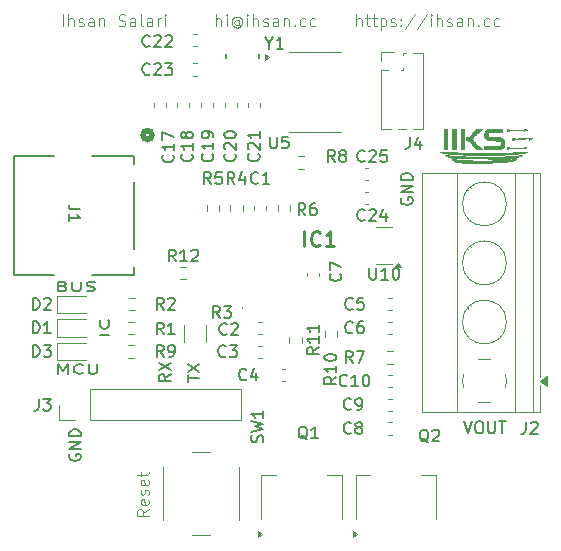
<source format=gbr>
%TF.GenerationSoftware,KiCad,Pcbnew,9.0.0*%
%TF.CreationDate,2025-07-23T16:42:47-04:00*%
%TF.ProjectId,USB_C_Simple_Trig,5553425f-435f-4536-996d-706c655f5472,rev?*%
%TF.SameCoordinates,Original*%
%TF.FileFunction,Legend,Top*%
%TF.FilePolarity,Positive*%
%FSLAX46Y46*%
G04 Gerber Fmt 4.6, Leading zero omitted, Abs format (unit mm)*
G04 Created by KiCad (PCBNEW 9.0.0) date 2025-07-23 16:42:47*
%MOMM*%
%LPD*%
G01*
G04 APERTURE LIST*
%ADD10C,0.100000*%
%ADD11C,0.150000*%
%ADD12C,0.000000*%
%ADD13C,0.200000*%
%ADD14C,0.254000*%
%ADD15C,0.120000*%
%ADD16C,0.508000*%
%ADD17C,0.152400*%
G04 APERTURE END LIST*
D10*
X128572419Y-125874687D02*
X128096228Y-126208020D01*
X128572419Y-126446115D02*
X127572419Y-126446115D01*
X127572419Y-126446115D02*
X127572419Y-126065163D01*
X127572419Y-126065163D02*
X127620038Y-125969925D01*
X127620038Y-125969925D02*
X127667657Y-125922306D01*
X127667657Y-125922306D02*
X127762895Y-125874687D01*
X127762895Y-125874687D02*
X127905752Y-125874687D01*
X127905752Y-125874687D02*
X128000990Y-125922306D01*
X128000990Y-125922306D02*
X128048609Y-125969925D01*
X128048609Y-125969925D02*
X128096228Y-126065163D01*
X128096228Y-126065163D02*
X128096228Y-126446115D01*
X128524800Y-125065163D02*
X128572419Y-125160401D01*
X128572419Y-125160401D02*
X128572419Y-125350877D01*
X128572419Y-125350877D02*
X128524800Y-125446115D01*
X128524800Y-125446115D02*
X128429561Y-125493734D01*
X128429561Y-125493734D02*
X128048609Y-125493734D01*
X128048609Y-125493734D02*
X127953371Y-125446115D01*
X127953371Y-125446115D02*
X127905752Y-125350877D01*
X127905752Y-125350877D02*
X127905752Y-125160401D01*
X127905752Y-125160401D02*
X127953371Y-125065163D01*
X127953371Y-125065163D02*
X128048609Y-125017544D01*
X128048609Y-125017544D02*
X128143847Y-125017544D01*
X128143847Y-125017544D02*
X128239085Y-125493734D01*
X128524800Y-124636591D02*
X128572419Y-124541353D01*
X128572419Y-124541353D02*
X128572419Y-124350877D01*
X128572419Y-124350877D02*
X128524800Y-124255639D01*
X128524800Y-124255639D02*
X128429561Y-124208020D01*
X128429561Y-124208020D02*
X128381942Y-124208020D01*
X128381942Y-124208020D02*
X128286704Y-124255639D01*
X128286704Y-124255639D02*
X128239085Y-124350877D01*
X128239085Y-124350877D02*
X128239085Y-124493734D01*
X128239085Y-124493734D02*
X128191466Y-124588972D01*
X128191466Y-124588972D02*
X128096228Y-124636591D01*
X128096228Y-124636591D02*
X128048609Y-124636591D01*
X128048609Y-124636591D02*
X127953371Y-124588972D01*
X127953371Y-124588972D02*
X127905752Y-124493734D01*
X127905752Y-124493734D02*
X127905752Y-124350877D01*
X127905752Y-124350877D02*
X127953371Y-124255639D01*
X128524800Y-123398496D02*
X128572419Y-123493734D01*
X128572419Y-123493734D02*
X128572419Y-123684210D01*
X128572419Y-123684210D02*
X128524800Y-123779448D01*
X128524800Y-123779448D02*
X128429561Y-123827067D01*
X128429561Y-123827067D02*
X128048609Y-123827067D01*
X128048609Y-123827067D02*
X127953371Y-123779448D01*
X127953371Y-123779448D02*
X127905752Y-123684210D01*
X127905752Y-123684210D02*
X127905752Y-123493734D01*
X127905752Y-123493734D02*
X127953371Y-123398496D01*
X127953371Y-123398496D02*
X128048609Y-123350877D01*
X128048609Y-123350877D02*
X128143847Y-123350877D01*
X128143847Y-123350877D02*
X128239085Y-123827067D01*
X127905752Y-123065162D02*
X127905752Y-122684210D01*
X127572419Y-122922305D02*
X128429561Y-122922305D01*
X128429561Y-122922305D02*
X128524800Y-122874686D01*
X128524800Y-122874686D02*
X128572419Y-122779448D01*
X128572419Y-122779448D02*
X128572419Y-122684210D01*
D11*
X131869819Y-115056077D02*
X131869819Y-114484649D01*
X132869819Y-114770363D02*
X131869819Y-114770363D01*
X131869819Y-114246553D02*
X132869819Y-113579887D01*
X131869819Y-113579887D02*
X132869819Y-114246553D01*
X130419819Y-114441792D02*
X129943628Y-114775125D01*
X130419819Y-115013220D02*
X129419819Y-115013220D01*
X129419819Y-115013220D02*
X129419819Y-114632268D01*
X129419819Y-114632268D02*
X129467438Y-114537030D01*
X129467438Y-114537030D02*
X129515057Y-114489411D01*
X129515057Y-114489411D02*
X129610295Y-114441792D01*
X129610295Y-114441792D02*
X129753152Y-114441792D01*
X129753152Y-114441792D02*
X129848390Y-114489411D01*
X129848390Y-114489411D02*
X129896009Y-114537030D01*
X129896009Y-114537030D02*
X129943628Y-114632268D01*
X129943628Y-114632268D02*
X129943628Y-115013220D01*
X129419819Y-114108458D02*
X130419819Y-113441792D01*
X129419819Y-113441792D02*
X130419819Y-114108458D01*
X121867438Y-121189411D02*
X121819819Y-121284649D01*
X121819819Y-121284649D02*
X121819819Y-121427506D01*
X121819819Y-121427506D02*
X121867438Y-121570363D01*
X121867438Y-121570363D02*
X121962676Y-121665601D01*
X121962676Y-121665601D02*
X122057914Y-121713220D01*
X122057914Y-121713220D02*
X122248390Y-121760839D01*
X122248390Y-121760839D02*
X122391247Y-121760839D01*
X122391247Y-121760839D02*
X122581723Y-121713220D01*
X122581723Y-121713220D02*
X122676961Y-121665601D01*
X122676961Y-121665601D02*
X122772200Y-121570363D01*
X122772200Y-121570363D02*
X122819819Y-121427506D01*
X122819819Y-121427506D02*
X122819819Y-121332268D01*
X122819819Y-121332268D02*
X122772200Y-121189411D01*
X122772200Y-121189411D02*
X122724580Y-121141792D01*
X122724580Y-121141792D02*
X122391247Y-121141792D01*
X122391247Y-121141792D02*
X122391247Y-121332268D01*
X122819819Y-120713220D02*
X121819819Y-120713220D01*
X121819819Y-120713220D02*
X122819819Y-120141792D01*
X122819819Y-120141792D02*
X121819819Y-120141792D01*
X122819819Y-119665601D02*
X121819819Y-119665601D01*
X121819819Y-119665601D02*
X121819819Y-119427506D01*
X121819819Y-119427506D02*
X121867438Y-119284649D01*
X121867438Y-119284649D02*
X121962676Y-119189411D01*
X121962676Y-119189411D02*
X122057914Y-119141792D01*
X122057914Y-119141792D02*
X122248390Y-119094173D01*
X122248390Y-119094173D02*
X122391247Y-119094173D01*
X122391247Y-119094173D02*
X122581723Y-119141792D01*
X122581723Y-119141792D02*
X122676961Y-119189411D01*
X122676961Y-119189411D02*
X122772200Y-119284649D01*
X122772200Y-119284649D02*
X122819819Y-119427506D01*
X122819819Y-119427506D02*
X122819819Y-119665601D01*
D10*
X121303884Y-84962475D02*
X121303884Y-83962475D01*
X121780074Y-84962475D02*
X121780074Y-83962475D01*
X122208645Y-84962475D02*
X122208645Y-84438665D01*
X122208645Y-84438665D02*
X122161026Y-84343427D01*
X122161026Y-84343427D02*
X122065788Y-84295808D01*
X122065788Y-84295808D02*
X121922931Y-84295808D01*
X121922931Y-84295808D02*
X121827693Y-84343427D01*
X121827693Y-84343427D02*
X121780074Y-84391046D01*
X122637217Y-84914856D02*
X122732455Y-84962475D01*
X122732455Y-84962475D02*
X122922931Y-84962475D01*
X122922931Y-84962475D02*
X123018169Y-84914856D01*
X123018169Y-84914856D02*
X123065788Y-84819617D01*
X123065788Y-84819617D02*
X123065788Y-84771998D01*
X123065788Y-84771998D02*
X123018169Y-84676760D01*
X123018169Y-84676760D02*
X122922931Y-84629141D01*
X122922931Y-84629141D02*
X122780074Y-84629141D01*
X122780074Y-84629141D02*
X122684836Y-84581522D01*
X122684836Y-84581522D02*
X122637217Y-84486284D01*
X122637217Y-84486284D02*
X122637217Y-84438665D01*
X122637217Y-84438665D02*
X122684836Y-84343427D01*
X122684836Y-84343427D02*
X122780074Y-84295808D01*
X122780074Y-84295808D02*
X122922931Y-84295808D01*
X122922931Y-84295808D02*
X123018169Y-84343427D01*
X123922931Y-84962475D02*
X123922931Y-84438665D01*
X123922931Y-84438665D02*
X123875312Y-84343427D01*
X123875312Y-84343427D02*
X123780074Y-84295808D01*
X123780074Y-84295808D02*
X123589598Y-84295808D01*
X123589598Y-84295808D02*
X123494360Y-84343427D01*
X123922931Y-84914856D02*
X123827693Y-84962475D01*
X123827693Y-84962475D02*
X123589598Y-84962475D01*
X123589598Y-84962475D02*
X123494360Y-84914856D01*
X123494360Y-84914856D02*
X123446741Y-84819617D01*
X123446741Y-84819617D02*
X123446741Y-84724379D01*
X123446741Y-84724379D02*
X123494360Y-84629141D01*
X123494360Y-84629141D02*
X123589598Y-84581522D01*
X123589598Y-84581522D02*
X123827693Y-84581522D01*
X123827693Y-84581522D02*
X123922931Y-84533903D01*
X124399122Y-84295808D02*
X124399122Y-84962475D01*
X124399122Y-84391046D02*
X124446741Y-84343427D01*
X124446741Y-84343427D02*
X124541979Y-84295808D01*
X124541979Y-84295808D02*
X124684836Y-84295808D01*
X124684836Y-84295808D02*
X124780074Y-84343427D01*
X124780074Y-84343427D02*
X124827693Y-84438665D01*
X124827693Y-84438665D02*
X124827693Y-84962475D01*
X126018170Y-84914856D02*
X126161027Y-84962475D01*
X126161027Y-84962475D02*
X126399122Y-84962475D01*
X126399122Y-84962475D02*
X126494360Y-84914856D01*
X126494360Y-84914856D02*
X126541979Y-84867236D01*
X126541979Y-84867236D02*
X126589598Y-84771998D01*
X126589598Y-84771998D02*
X126589598Y-84676760D01*
X126589598Y-84676760D02*
X126541979Y-84581522D01*
X126541979Y-84581522D02*
X126494360Y-84533903D01*
X126494360Y-84533903D02*
X126399122Y-84486284D01*
X126399122Y-84486284D02*
X126208646Y-84438665D01*
X126208646Y-84438665D02*
X126113408Y-84391046D01*
X126113408Y-84391046D02*
X126065789Y-84343427D01*
X126065789Y-84343427D02*
X126018170Y-84248189D01*
X126018170Y-84248189D02*
X126018170Y-84152951D01*
X126018170Y-84152951D02*
X126065789Y-84057713D01*
X126065789Y-84057713D02*
X126113408Y-84010094D01*
X126113408Y-84010094D02*
X126208646Y-83962475D01*
X126208646Y-83962475D02*
X126446741Y-83962475D01*
X126446741Y-83962475D02*
X126589598Y-84010094D01*
X127446741Y-84962475D02*
X127446741Y-84438665D01*
X127446741Y-84438665D02*
X127399122Y-84343427D01*
X127399122Y-84343427D02*
X127303884Y-84295808D01*
X127303884Y-84295808D02*
X127113408Y-84295808D01*
X127113408Y-84295808D02*
X127018170Y-84343427D01*
X127446741Y-84914856D02*
X127351503Y-84962475D01*
X127351503Y-84962475D02*
X127113408Y-84962475D01*
X127113408Y-84962475D02*
X127018170Y-84914856D01*
X127018170Y-84914856D02*
X126970551Y-84819617D01*
X126970551Y-84819617D02*
X126970551Y-84724379D01*
X126970551Y-84724379D02*
X127018170Y-84629141D01*
X127018170Y-84629141D02*
X127113408Y-84581522D01*
X127113408Y-84581522D02*
X127351503Y-84581522D01*
X127351503Y-84581522D02*
X127446741Y-84533903D01*
X128065789Y-84962475D02*
X127970551Y-84914856D01*
X127970551Y-84914856D02*
X127922932Y-84819617D01*
X127922932Y-84819617D02*
X127922932Y-83962475D01*
X128875313Y-84962475D02*
X128875313Y-84438665D01*
X128875313Y-84438665D02*
X128827694Y-84343427D01*
X128827694Y-84343427D02*
X128732456Y-84295808D01*
X128732456Y-84295808D02*
X128541980Y-84295808D01*
X128541980Y-84295808D02*
X128446742Y-84343427D01*
X128875313Y-84914856D02*
X128780075Y-84962475D01*
X128780075Y-84962475D02*
X128541980Y-84962475D01*
X128541980Y-84962475D02*
X128446742Y-84914856D01*
X128446742Y-84914856D02*
X128399123Y-84819617D01*
X128399123Y-84819617D02*
X128399123Y-84724379D01*
X128399123Y-84724379D02*
X128446742Y-84629141D01*
X128446742Y-84629141D02*
X128541980Y-84581522D01*
X128541980Y-84581522D02*
X128780075Y-84581522D01*
X128780075Y-84581522D02*
X128875313Y-84533903D01*
X129351504Y-84962475D02*
X129351504Y-84295808D01*
X129351504Y-84486284D02*
X129399123Y-84391046D01*
X129399123Y-84391046D02*
X129446742Y-84343427D01*
X129446742Y-84343427D02*
X129541980Y-84295808D01*
X129541980Y-84295808D02*
X129637218Y-84295808D01*
X129970552Y-84962475D02*
X129970552Y-84295808D01*
X129970552Y-83962475D02*
X129922933Y-84010094D01*
X129922933Y-84010094D02*
X129970552Y-84057713D01*
X129970552Y-84057713D02*
X130018171Y-84010094D01*
X130018171Y-84010094D02*
X129970552Y-83962475D01*
X129970552Y-83962475D02*
X129970552Y-84057713D01*
X134256267Y-84962475D02*
X134256267Y-83962475D01*
X134684838Y-84962475D02*
X134684838Y-84438665D01*
X134684838Y-84438665D02*
X134637219Y-84343427D01*
X134637219Y-84343427D02*
X134541981Y-84295808D01*
X134541981Y-84295808D02*
X134399124Y-84295808D01*
X134399124Y-84295808D02*
X134303886Y-84343427D01*
X134303886Y-84343427D02*
X134256267Y-84391046D01*
X135161029Y-84962475D02*
X135161029Y-84295808D01*
X135161029Y-83962475D02*
X135113410Y-84010094D01*
X135113410Y-84010094D02*
X135161029Y-84057713D01*
X135161029Y-84057713D02*
X135208648Y-84010094D01*
X135208648Y-84010094D02*
X135161029Y-83962475D01*
X135161029Y-83962475D02*
X135161029Y-84057713D01*
X136256266Y-84486284D02*
X136208647Y-84438665D01*
X136208647Y-84438665D02*
X136113409Y-84391046D01*
X136113409Y-84391046D02*
X136018171Y-84391046D01*
X136018171Y-84391046D02*
X135922933Y-84438665D01*
X135922933Y-84438665D02*
X135875314Y-84486284D01*
X135875314Y-84486284D02*
X135827695Y-84581522D01*
X135827695Y-84581522D02*
X135827695Y-84676760D01*
X135827695Y-84676760D02*
X135875314Y-84771998D01*
X135875314Y-84771998D02*
X135922933Y-84819617D01*
X135922933Y-84819617D02*
X136018171Y-84867236D01*
X136018171Y-84867236D02*
X136113409Y-84867236D01*
X136113409Y-84867236D02*
X136208647Y-84819617D01*
X136208647Y-84819617D02*
X136256266Y-84771998D01*
X136256266Y-84391046D02*
X136256266Y-84771998D01*
X136256266Y-84771998D02*
X136303885Y-84819617D01*
X136303885Y-84819617D02*
X136351504Y-84819617D01*
X136351504Y-84819617D02*
X136446743Y-84771998D01*
X136446743Y-84771998D02*
X136494362Y-84676760D01*
X136494362Y-84676760D02*
X136494362Y-84438665D01*
X136494362Y-84438665D02*
X136399124Y-84295808D01*
X136399124Y-84295808D02*
X136256266Y-84200570D01*
X136256266Y-84200570D02*
X136065790Y-84152951D01*
X136065790Y-84152951D02*
X135875314Y-84200570D01*
X135875314Y-84200570D02*
X135732457Y-84295808D01*
X135732457Y-84295808D02*
X135637219Y-84438665D01*
X135637219Y-84438665D02*
X135589600Y-84629141D01*
X135589600Y-84629141D02*
X135637219Y-84819617D01*
X135637219Y-84819617D02*
X135732457Y-84962475D01*
X135732457Y-84962475D02*
X135875314Y-85057713D01*
X135875314Y-85057713D02*
X136065790Y-85105332D01*
X136065790Y-85105332D02*
X136256266Y-85057713D01*
X136256266Y-85057713D02*
X136399124Y-84962475D01*
X136922933Y-84962475D02*
X136922933Y-84295808D01*
X136922933Y-83962475D02*
X136875314Y-84010094D01*
X136875314Y-84010094D02*
X136922933Y-84057713D01*
X136922933Y-84057713D02*
X136970552Y-84010094D01*
X136970552Y-84010094D02*
X136922933Y-83962475D01*
X136922933Y-83962475D02*
X136922933Y-84057713D01*
X137399123Y-84962475D02*
X137399123Y-83962475D01*
X137827694Y-84962475D02*
X137827694Y-84438665D01*
X137827694Y-84438665D02*
X137780075Y-84343427D01*
X137780075Y-84343427D02*
X137684837Y-84295808D01*
X137684837Y-84295808D02*
X137541980Y-84295808D01*
X137541980Y-84295808D02*
X137446742Y-84343427D01*
X137446742Y-84343427D02*
X137399123Y-84391046D01*
X138256266Y-84914856D02*
X138351504Y-84962475D01*
X138351504Y-84962475D02*
X138541980Y-84962475D01*
X138541980Y-84962475D02*
X138637218Y-84914856D01*
X138637218Y-84914856D02*
X138684837Y-84819617D01*
X138684837Y-84819617D02*
X138684837Y-84771998D01*
X138684837Y-84771998D02*
X138637218Y-84676760D01*
X138637218Y-84676760D02*
X138541980Y-84629141D01*
X138541980Y-84629141D02*
X138399123Y-84629141D01*
X138399123Y-84629141D02*
X138303885Y-84581522D01*
X138303885Y-84581522D02*
X138256266Y-84486284D01*
X138256266Y-84486284D02*
X138256266Y-84438665D01*
X138256266Y-84438665D02*
X138303885Y-84343427D01*
X138303885Y-84343427D02*
X138399123Y-84295808D01*
X138399123Y-84295808D02*
X138541980Y-84295808D01*
X138541980Y-84295808D02*
X138637218Y-84343427D01*
X139541980Y-84962475D02*
X139541980Y-84438665D01*
X139541980Y-84438665D02*
X139494361Y-84343427D01*
X139494361Y-84343427D02*
X139399123Y-84295808D01*
X139399123Y-84295808D02*
X139208647Y-84295808D01*
X139208647Y-84295808D02*
X139113409Y-84343427D01*
X139541980Y-84914856D02*
X139446742Y-84962475D01*
X139446742Y-84962475D02*
X139208647Y-84962475D01*
X139208647Y-84962475D02*
X139113409Y-84914856D01*
X139113409Y-84914856D02*
X139065790Y-84819617D01*
X139065790Y-84819617D02*
X139065790Y-84724379D01*
X139065790Y-84724379D02*
X139113409Y-84629141D01*
X139113409Y-84629141D02*
X139208647Y-84581522D01*
X139208647Y-84581522D02*
X139446742Y-84581522D01*
X139446742Y-84581522D02*
X139541980Y-84533903D01*
X140018171Y-84295808D02*
X140018171Y-84962475D01*
X140018171Y-84391046D02*
X140065790Y-84343427D01*
X140065790Y-84343427D02*
X140161028Y-84295808D01*
X140161028Y-84295808D02*
X140303885Y-84295808D01*
X140303885Y-84295808D02*
X140399123Y-84343427D01*
X140399123Y-84343427D02*
X140446742Y-84438665D01*
X140446742Y-84438665D02*
X140446742Y-84962475D01*
X140922933Y-84867236D02*
X140970552Y-84914856D01*
X140970552Y-84914856D02*
X140922933Y-84962475D01*
X140922933Y-84962475D02*
X140875314Y-84914856D01*
X140875314Y-84914856D02*
X140922933Y-84867236D01*
X140922933Y-84867236D02*
X140922933Y-84962475D01*
X141827694Y-84914856D02*
X141732456Y-84962475D01*
X141732456Y-84962475D02*
X141541980Y-84962475D01*
X141541980Y-84962475D02*
X141446742Y-84914856D01*
X141446742Y-84914856D02*
X141399123Y-84867236D01*
X141399123Y-84867236D02*
X141351504Y-84771998D01*
X141351504Y-84771998D02*
X141351504Y-84486284D01*
X141351504Y-84486284D02*
X141399123Y-84391046D01*
X141399123Y-84391046D02*
X141446742Y-84343427D01*
X141446742Y-84343427D02*
X141541980Y-84295808D01*
X141541980Y-84295808D02*
X141732456Y-84295808D01*
X141732456Y-84295808D02*
X141827694Y-84343427D01*
X142684837Y-84914856D02*
X142589599Y-84962475D01*
X142589599Y-84962475D02*
X142399123Y-84962475D01*
X142399123Y-84962475D02*
X142303885Y-84914856D01*
X142303885Y-84914856D02*
X142256266Y-84867236D01*
X142256266Y-84867236D02*
X142208647Y-84771998D01*
X142208647Y-84771998D02*
X142208647Y-84486284D01*
X142208647Y-84486284D02*
X142256266Y-84391046D01*
X142256266Y-84391046D02*
X142303885Y-84343427D01*
X142303885Y-84343427D02*
X142399123Y-84295808D01*
X142399123Y-84295808D02*
X142589599Y-84295808D01*
X142589599Y-84295808D02*
X142684837Y-84343427D01*
X146161029Y-84962475D02*
X146161029Y-83962475D01*
X146589600Y-84962475D02*
X146589600Y-84438665D01*
X146589600Y-84438665D02*
X146541981Y-84343427D01*
X146541981Y-84343427D02*
X146446743Y-84295808D01*
X146446743Y-84295808D02*
X146303886Y-84295808D01*
X146303886Y-84295808D02*
X146208648Y-84343427D01*
X146208648Y-84343427D02*
X146161029Y-84391046D01*
X146922934Y-84295808D02*
X147303886Y-84295808D01*
X147065791Y-83962475D02*
X147065791Y-84819617D01*
X147065791Y-84819617D02*
X147113410Y-84914856D01*
X147113410Y-84914856D02*
X147208648Y-84962475D01*
X147208648Y-84962475D02*
X147303886Y-84962475D01*
X147494363Y-84295808D02*
X147875315Y-84295808D01*
X147637220Y-83962475D02*
X147637220Y-84819617D01*
X147637220Y-84819617D02*
X147684839Y-84914856D01*
X147684839Y-84914856D02*
X147780077Y-84962475D01*
X147780077Y-84962475D02*
X147875315Y-84962475D01*
X148208649Y-84295808D02*
X148208649Y-85295808D01*
X148208649Y-84343427D02*
X148303887Y-84295808D01*
X148303887Y-84295808D02*
X148494363Y-84295808D01*
X148494363Y-84295808D02*
X148589601Y-84343427D01*
X148589601Y-84343427D02*
X148637220Y-84391046D01*
X148637220Y-84391046D02*
X148684839Y-84486284D01*
X148684839Y-84486284D02*
X148684839Y-84771998D01*
X148684839Y-84771998D02*
X148637220Y-84867236D01*
X148637220Y-84867236D02*
X148589601Y-84914856D01*
X148589601Y-84914856D02*
X148494363Y-84962475D01*
X148494363Y-84962475D02*
X148303887Y-84962475D01*
X148303887Y-84962475D02*
X148208649Y-84914856D01*
X149065792Y-84914856D02*
X149161030Y-84962475D01*
X149161030Y-84962475D02*
X149351506Y-84962475D01*
X149351506Y-84962475D02*
X149446744Y-84914856D01*
X149446744Y-84914856D02*
X149494363Y-84819617D01*
X149494363Y-84819617D02*
X149494363Y-84771998D01*
X149494363Y-84771998D02*
X149446744Y-84676760D01*
X149446744Y-84676760D02*
X149351506Y-84629141D01*
X149351506Y-84629141D02*
X149208649Y-84629141D01*
X149208649Y-84629141D02*
X149113411Y-84581522D01*
X149113411Y-84581522D02*
X149065792Y-84486284D01*
X149065792Y-84486284D02*
X149065792Y-84438665D01*
X149065792Y-84438665D02*
X149113411Y-84343427D01*
X149113411Y-84343427D02*
X149208649Y-84295808D01*
X149208649Y-84295808D02*
X149351506Y-84295808D01*
X149351506Y-84295808D02*
X149446744Y-84343427D01*
X149922935Y-84867236D02*
X149970554Y-84914856D01*
X149970554Y-84914856D02*
X149922935Y-84962475D01*
X149922935Y-84962475D02*
X149875316Y-84914856D01*
X149875316Y-84914856D02*
X149922935Y-84867236D01*
X149922935Y-84867236D02*
X149922935Y-84962475D01*
X149922935Y-84343427D02*
X149970554Y-84391046D01*
X149970554Y-84391046D02*
X149922935Y-84438665D01*
X149922935Y-84438665D02*
X149875316Y-84391046D01*
X149875316Y-84391046D02*
X149922935Y-84343427D01*
X149922935Y-84343427D02*
X149922935Y-84438665D01*
X151113410Y-83914856D02*
X150256268Y-85200570D01*
X152161029Y-83914856D02*
X151303887Y-85200570D01*
X152494363Y-84962475D02*
X152494363Y-84295808D01*
X152494363Y-83962475D02*
X152446744Y-84010094D01*
X152446744Y-84010094D02*
X152494363Y-84057713D01*
X152494363Y-84057713D02*
X152541982Y-84010094D01*
X152541982Y-84010094D02*
X152494363Y-83962475D01*
X152494363Y-83962475D02*
X152494363Y-84057713D01*
X152970553Y-84962475D02*
X152970553Y-83962475D01*
X153399124Y-84962475D02*
X153399124Y-84438665D01*
X153399124Y-84438665D02*
X153351505Y-84343427D01*
X153351505Y-84343427D02*
X153256267Y-84295808D01*
X153256267Y-84295808D02*
X153113410Y-84295808D01*
X153113410Y-84295808D02*
X153018172Y-84343427D01*
X153018172Y-84343427D02*
X152970553Y-84391046D01*
X153827696Y-84914856D02*
X153922934Y-84962475D01*
X153922934Y-84962475D02*
X154113410Y-84962475D01*
X154113410Y-84962475D02*
X154208648Y-84914856D01*
X154208648Y-84914856D02*
X154256267Y-84819617D01*
X154256267Y-84819617D02*
X154256267Y-84771998D01*
X154256267Y-84771998D02*
X154208648Y-84676760D01*
X154208648Y-84676760D02*
X154113410Y-84629141D01*
X154113410Y-84629141D02*
X153970553Y-84629141D01*
X153970553Y-84629141D02*
X153875315Y-84581522D01*
X153875315Y-84581522D02*
X153827696Y-84486284D01*
X153827696Y-84486284D02*
X153827696Y-84438665D01*
X153827696Y-84438665D02*
X153875315Y-84343427D01*
X153875315Y-84343427D02*
X153970553Y-84295808D01*
X153970553Y-84295808D02*
X154113410Y-84295808D01*
X154113410Y-84295808D02*
X154208648Y-84343427D01*
X155113410Y-84962475D02*
X155113410Y-84438665D01*
X155113410Y-84438665D02*
X155065791Y-84343427D01*
X155065791Y-84343427D02*
X154970553Y-84295808D01*
X154970553Y-84295808D02*
X154780077Y-84295808D01*
X154780077Y-84295808D02*
X154684839Y-84343427D01*
X155113410Y-84914856D02*
X155018172Y-84962475D01*
X155018172Y-84962475D02*
X154780077Y-84962475D01*
X154780077Y-84962475D02*
X154684839Y-84914856D01*
X154684839Y-84914856D02*
X154637220Y-84819617D01*
X154637220Y-84819617D02*
X154637220Y-84724379D01*
X154637220Y-84724379D02*
X154684839Y-84629141D01*
X154684839Y-84629141D02*
X154780077Y-84581522D01*
X154780077Y-84581522D02*
X155018172Y-84581522D01*
X155018172Y-84581522D02*
X155113410Y-84533903D01*
X155589601Y-84295808D02*
X155589601Y-84962475D01*
X155589601Y-84391046D02*
X155637220Y-84343427D01*
X155637220Y-84343427D02*
X155732458Y-84295808D01*
X155732458Y-84295808D02*
X155875315Y-84295808D01*
X155875315Y-84295808D02*
X155970553Y-84343427D01*
X155970553Y-84343427D02*
X156018172Y-84438665D01*
X156018172Y-84438665D02*
X156018172Y-84962475D01*
X156494363Y-84867236D02*
X156541982Y-84914856D01*
X156541982Y-84914856D02*
X156494363Y-84962475D01*
X156494363Y-84962475D02*
X156446744Y-84914856D01*
X156446744Y-84914856D02*
X156494363Y-84867236D01*
X156494363Y-84867236D02*
X156494363Y-84962475D01*
X157399124Y-84914856D02*
X157303886Y-84962475D01*
X157303886Y-84962475D02*
X157113410Y-84962475D01*
X157113410Y-84962475D02*
X157018172Y-84914856D01*
X157018172Y-84914856D02*
X156970553Y-84867236D01*
X156970553Y-84867236D02*
X156922934Y-84771998D01*
X156922934Y-84771998D02*
X156922934Y-84486284D01*
X156922934Y-84486284D02*
X156970553Y-84391046D01*
X156970553Y-84391046D02*
X157018172Y-84343427D01*
X157018172Y-84343427D02*
X157113410Y-84295808D01*
X157113410Y-84295808D02*
X157303886Y-84295808D01*
X157303886Y-84295808D02*
X157399124Y-84343427D01*
X158256267Y-84914856D02*
X158161029Y-84962475D01*
X158161029Y-84962475D02*
X157970553Y-84962475D01*
X157970553Y-84962475D02*
X157875315Y-84914856D01*
X157875315Y-84914856D02*
X157827696Y-84867236D01*
X157827696Y-84867236D02*
X157780077Y-84771998D01*
X157780077Y-84771998D02*
X157780077Y-84486284D01*
X157780077Y-84486284D02*
X157827696Y-84391046D01*
X157827696Y-84391046D02*
X157875315Y-84343427D01*
X157875315Y-84343427D02*
X157970553Y-84295808D01*
X157970553Y-84295808D02*
X158161029Y-84295808D01*
X158161029Y-84295808D02*
X158256267Y-84343427D01*
D12*
G36*
X160458536Y-93722389D02*
G01*
X160432077Y-93828222D01*
X160352702Y-93828222D01*
X160326244Y-93748847D01*
X160379160Y-93695931D01*
X160458536Y-93722389D01*
G37*
G36*
X158431606Y-94411632D02*
G01*
X158441628Y-94413265D01*
X158451323Y-94415197D01*
X158460709Y-94417421D01*
X158469799Y-94419929D01*
X158478610Y-94422716D01*
X158487155Y-94425773D01*
X158495452Y-94429093D01*
X158511358Y-94436493D01*
X158526449Y-94444861D01*
X158540847Y-94454138D01*
X158554675Y-94464266D01*
X158568053Y-94475189D01*
X158581104Y-94486849D01*
X158593951Y-94499187D01*
X158606713Y-94512147D01*
X158632476Y-94539703D01*
X158659369Y-94569056D01*
X158596531Y-94542597D01*
X158574862Y-94532834D01*
X158565876Y-94528896D01*
X158557883Y-94525535D01*
X158550703Y-94522713D01*
X158544158Y-94520391D01*
X158538068Y-94518530D01*
X158532253Y-94517091D01*
X158526536Y-94516037D01*
X158520735Y-94515327D01*
X158514673Y-94514923D01*
X158508170Y-94514786D01*
X158501046Y-94514878D01*
X158493123Y-94515160D01*
X158474161Y-94516139D01*
X158474161Y-94436764D01*
X158421244Y-94410306D01*
X158431606Y-94411632D01*
G37*
G36*
X160193952Y-95997805D02*
G01*
X160141036Y-95997805D01*
X160141036Y-95918430D01*
X160035202Y-95891972D01*
X160246869Y-95891972D01*
X160193952Y-95997805D01*
G37*
G36*
X154760396Y-95967989D02*
G01*
X154767983Y-95968924D01*
X154774889Y-95969994D01*
X154781310Y-95971283D01*
X154787442Y-95972876D01*
X154793479Y-95974859D01*
X154799618Y-95977316D01*
X154806053Y-95980332D01*
X154812981Y-95983994D01*
X154820596Y-95988385D01*
X154829094Y-95993591D01*
X154838671Y-95999696D01*
X154849522Y-96006787D01*
X154875827Y-96024264D01*
X154854512Y-96029031D01*
X154834238Y-96033129D01*
X154814871Y-96036518D01*
X154796277Y-96039157D01*
X154778324Y-96041008D01*
X154760876Y-96042028D01*
X154743801Y-96042179D01*
X154726964Y-96041421D01*
X154710231Y-96039713D01*
X154693469Y-96037016D01*
X154676544Y-96033288D01*
X154659322Y-96028492D01*
X154641668Y-96022585D01*
X154623451Y-96015528D01*
X154604534Y-96007282D01*
X154584786Y-95997805D01*
X154584786Y-95971347D01*
X154685658Y-95968040D01*
X154742399Y-95966180D01*
X154760396Y-95967989D01*
G37*
G36*
X156278119Y-93881139D02*
G01*
X156331036Y-93907597D01*
X156092911Y-93960514D01*
X156121540Y-93921240D01*
X156132211Y-93907029D01*
X156142107Y-93894368D01*
X156152468Y-93881707D01*
X156164534Y-93867496D01*
X156198744Y-93828222D01*
X156278119Y-93828222D01*
X156278119Y-93881139D01*
G37*
G36*
X155907703Y-94939472D02*
G01*
X155748953Y-94807181D01*
X155775256Y-94789714D01*
X155795668Y-94776588D01*
X155804149Y-94771459D01*
X155811739Y-94767183D01*
X155818632Y-94763682D01*
X155825020Y-94760878D01*
X155831099Y-94758695D01*
X155837061Y-94757054D01*
X155843100Y-94755879D01*
X155849411Y-94755091D01*
X155856188Y-94754613D01*
X155863622Y-94754367D01*
X155881244Y-94754264D01*
X155907703Y-94939472D01*
G37*
G36*
X156164087Y-94738471D02*
G01*
X156208666Y-94775761D01*
X156258896Y-94817619D01*
X156274077Y-94831795D01*
X156280424Y-94837836D01*
X156286132Y-94843417D01*
X156291348Y-94848716D01*
X156296215Y-94853912D01*
X156300878Y-94859184D01*
X156305482Y-94864709D01*
X156310170Y-94870667D01*
X156315087Y-94877236D01*
X156320379Y-94884594D01*
X156326188Y-94892920D01*
X156339938Y-94913189D01*
X156357494Y-94939472D01*
X156323008Y-94930858D01*
X156307246Y-94926633D01*
X156292355Y-94922309D01*
X156278244Y-94917768D01*
X156264824Y-94912897D01*
X156252008Y-94907577D01*
X156239706Y-94901694D01*
X156227829Y-94895130D01*
X156216289Y-94887772D01*
X156204996Y-94879501D01*
X156193862Y-94870202D01*
X156182797Y-94859760D01*
X156171714Y-94848058D01*
X156160523Y-94834980D01*
X156149135Y-94820410D01*
X156139310Y-94798473D01*
X156131927Y-94781342D01*
X156129042Y-94774143D01*
X156126636Y-94767622D01*
X156124667Y-94761605D01*
X156123090Y-94755918D01*
X156121862Y-94750385D01*
X156120939Y-94744833D01*
X156120278Y-94739087D01*
X156119834Y-94732973D01*
X156119565Y-94726317D01*
X156119427Y-94718943D01*
X156119369Y-94701347D01*
X156164087Y-94738471D01*
G37*
G36*
X158579994Y-95309889D02*
G01*
X158570483Y-95321782D01*
X158561457Y-95332490D01*
X158552790Y-95342102D01*
X158544359Y-95350707D01*
X158536038Y-95358391D01*
X158531881Y-95361916D01*
X158527705Y-95365244D01*
X158523494Y-95368387D01*
X158519233Y-95371354D01*
X158514907Y-95374158D01*
X158510500Y-95376809D01*
X158505996Y-95379319D01*
X158501380Y-95381697D01*
X158491750Y-95386107D01*
X158481485Y-95390126D01*
X158470460Y-95393843D01*
X158458552Y-95397346D01*
X158445636Y-95400723D01*
X158431588Y-95404063D01*
X158416283Y-95407454D01*
X158341869Y-95415722D01*
X158341869Y-95362806D01*
X158447702Y-95362806D01*
X158447702Y-95283430D01*
X158579994Y-95309889D01*
G37*
G36*
X153400000Y-95600000D02*
G01*
X153413662Y-95600704D01*
X153425580Y-95601757D01*
X153436103Y-95603198D01*
X153445579Y-95605065D01*
X153454358Y-95607397D01*
X153462787Y-95610232D01*
X153471217Y-95613611D01*
X153479996Y-95617570D01*
X153499994Y-95627389D01*
X153499994Y-95680305D01*
X153261869Y-95653847D01*
X153261869Y-95600931D01*
X153320935Y-95599897D01*
X153366049Y-95599484D01*
X153400000Y-95600000D01*
G37*
G36*
X156039994Y-94489680D02*
G01*
X156039994Y-94595514D01*
X156052475Y-94615058D01*
X156062365Y-94630318D01*
X156070593Y-94642533D01*
X156074375Y-94647887D01*
X156078090Y-94652944D01*
X156081855Y-94657860D01*
X156085786Y-94662790D01*
X156094611Y-94673313D01*
X156105495Y-94685752D01*
X156119369Y-94701347D01*
X156091779Y-94688646D01*
X156065686Y-94675699D01*
X156053165Y-94669001D01*
X156040976Y-94662082D01*
X156029103Y-94654890D01*
X156017534Y-94647370D01*
X156006252Y-94639470D01*
X155995245Y-94631136D01*
X155984498Y-94622316D01*
X155973997Y-94612956D01*
X155963727Y-94603003D01*
X155953673Y-94592404D01*
X155943823Y-94581106D01*
X155934161Y-94569056D01*
X155934161Y-94463222D01*
X156039994Y-94489680D01*
G37*
G36*
X159014904Y-93649585D02*
G01*
X159025488Y-93650705D01*
X159036221Y-93652369D01*
X159047199Y-93654500D01*
X159058519Y-93657021D01*
X159109161Y-93669472D01*
X159082702Y-93748847D01*
X158950411Y-93695931D01*
X158923952Y-93854681D01*
X158897494Y-93854681D01*
X158902966Y-93808226D01*
X158909218Y-93761863D01*
X158916223Y-93715607D01*
X158923952Y-93669472D01*
X158936836Y-93663464D01*
X158949093Y-93658616D01*
X158960820Y-93654851D01*
X158972115Y-93652093D01*
X158983074Y-93650264D01*
X158993794Y-93649288D01*
X159004372Y-93649088D01*
X159014904Y-93649585D01*
G37*
G36*
X155054608Y-95722768D02*
G01*
X155022058Y-95737741D01*
X154989651Y-95751802D01*
X154957190Y-95765070D01*
X154924481Y-95777664D01*
X154891328Y-95789704D01*
X154857537Y-95801308D01*
X154822911Y-95812597D01*
X154796453Y-95706764D01*
X155087494Y-95706764D01*
X155054608Y-95722768D01*
G37*
G36*
X154267286Y-95997805D02*
G01*
X154249707Y-96015282D01*
X154242375Y-96022373D01*
X154235799Y-96028479D01*
X154229817Y-96033684D01*
X154224269Y-96038076D01*
X154221607Y-96039992D01*
X154218993Y-96041737D01*
X154216406Y-96043320D01*
X154213827Y-96044754D01*
X154211235Y-96046047D01*
X154208610Y-96047211D01*
X154205932Y-96048256D01*
X154203181Y-96049193D01*
X154200336Y-96050033D01*
X154197378Y-96050787D01*
X154191041Y-96052075D01*
X154184007Y-96053145D01*
X154176115Y-96054081D01*
X154157112Y-96055890D01*
X154092000Y-96054029D01*
X154026474Y-96052583D01*
X153976244Y-96050722D01*
X154002703Y-95971347D01*
X154267286Y-95997805D01*
G37*
G36*
X156198744Y-95098222D02*
G01*
X156198744Y-95177597D01*
X156251661Y-95177597D01*
X156304577Y-95336347D01*
X156239097Y-95282435D01*
X156189077Y-95240679D01*
X156151416Y-95207976D01*
X156136252Y-95194052D01*
X156123015Y-95181228D01*
X156111318Y-95169118D01*
X156100773Y-95157334D01*
X156090993Y-95145487D01*
X156081590Y-95133192D01*
X156062363Y-95105702D01*
X156039994Y-95071764D01*
X156198744Y-95098222D01*
G37*
G36*
X157024578Y-94022581D02*
G01*
X157029644Y-94057654D01*
X157034039Y-94092392D01*
X157037655Y-94126995D01*
X157040379Y-94161666D01*
X157042102Y-94196605D01*
X157042714Y-94232013D01*
X157042104Y-94268092D01*
X157043051Y-94286013D01*
X157044521Y-94302724D01*
X157046524Y-94318368D01*
X157049068Y-94333088D01*
X157052160Y-94347027D01*
X157055809Y-94360328D01*
X157060024Y-94373134D01*
X157064813Y-94385587D01*
X157070184Y-94397831D01*
X157076145Y-94410008D01*
X157082706Y-94422262D01*
X157089874Y-94434735D01*
X157106065Y-94460911D01*
X157124786Y-94489680D01*
X157098327Y-94542597D01*
X157080035Y-94518780D01*
X157063387Y-94495397D01*
X157048319Y-94472328D01*
X157034763Y-94449451D01*
X157022654Y-94426644D01*
X157011925Y-94403787D01*
X157002511Y-94380758D01*
X156994345Y-94357436D01*
X156987362Y-94333698D01*
X156981495Y-94309425D01*
X156976679Y-94284493D01*
X156972846Y-94258783D01*
X156969932Y-94232172D01*
X156967869Y-94204539D01*
X156966593Y-94175763D01*
X156966036Y-94145722D01*
X156972960Y-94090222D01*
X156975570Y-94071076D01*
X156978025Y-94055185D01*
X156980634Y-94040690D01*
X156983709Y-94025730D01*
X156992494Y-93986972D01*
X157018953Y-93986972D01*
X157024578Y-94022581D01*
G37*
G36*
X160564369Y-95204056D02*
G01*
X160458536Y-95230514D01*
X160432077Y-95362806D01*
X160352702Y-95362806D01*
X160352702Y-95177597D01*
X160564369Y-95204056D01*
G37*
G36*
X156860202Y-95442180D02*
G01*
X156743630Y-95445935D01*
X156627038Y-95448795D01*
X156560221Y-95451482D01*
X156515533Y-95451871D01*
X156493586Y-95451652D01*
X156471774Y-95451016D01*
X156450001Y-95449856D01*
X156428171Y-95448068D01*
X156406187Y-95445544D01*
X156383952Y-95442180D01*
X156365790Y-95424475D01*
X156351842Y-95410529D01*
X156346158Y-95404578D01*
X156341179Y-95399102D01*
X156336789Y-95393945D01*
X156332870Y-95388954D01*
X156329308Y-95383972D01*
X156325986Y-95378845D01*
X156322787Y-95373417D01*
X156319596Y-95367534D01*
X156316296Y-95361040D01*
X156312770Y-95353782D01*
X156304577Y-95336347D01*
X156410411Y-95362806D01*
X156410411Y-95415722D01*
X156502199Y-95410965D01*
X156593966Y-95405800D01*
X156697215Y-95400219D01*
X156780827Y-95389264D01*
X156807286Y-95336347D01*
X156860202Y-95442180D01*
G37*
G36*
X155907631Y-94145538D02*
G01*
X155907463Y-94156315D01*
X155907134Y-94165747D01*
X155906592Y-94174007D01*
X155905784Y-94181266D01*
X155904656Y-94187697D01*
X155903155Y-94193471D01*
X155901228Y-94198761D01*
X155898821Y-94203739D01*
X155895881Y-94208576D01*
X155892355Y-94213444D01*
X155888189Y-94218516D01*
X155883331Y-94223964D01*
X155871322Y-94236673D01*
X155828327Y-94278014D01*
X155775411Y-94383847D01*
X155457911Y-94383847D01*
X155457911Y-94357389D01*
X155563744Y-94357389D01*
X155578775Y-94355617D01*
X155593343Y-94353357D01*
X155607465Y-94350622D01*
X155621161Y-94347424D01*
X155634448Y-94343774D01*
X155647348Y-94339687D01*
X155659877Y-94335172D01*
X155672054Y-94330243D01*
X155683899Y-94324912D01*
X155695430Y-94319191D01*
X155717626Y-94306627D01*
X155738792Y-94292648D01*
X155759078Y-94277353D01*
X155778634Y-94260838D01*
X155797610Y-94243201D01*
X155816157Y-94224539D01*
X155834424Y-94204949D01*
X155870721Y-94163377D01*
X155907703Y-94119264D01*
X155907631Y-94145538D01*
G37*
G36*
X159082702Y-93722389D02*
G01*
X159109161Y-93828222D01*
X159029786Y-93828222D01*
X159029786Y-93881139D01*
X158923952Y-93854681D01*
X158950411Y-93695931D01*
X159082702Y-93722389D01*
G37*
G36*
X153832771Y-95916267D02*
G01*
X153857647Y-95917449D01*
X153868125Y-95918163D01*
X153877639Y-95919018D01*
X153886446Y-95920057D01*
X153894802Y-95921324D01*
X153902965Y-95922862D01*
X153911190Y-95924716D01*
X153919735Y-95926927D01*
X153928857Y-95929541D01*
X153949857Y-95936149D01*
X153976244Y-95944889D01*
X153949786Y-96050722D01*
X153847260Y-96027571D01*
X153789589Y-96014549D01*
X153772497Y-96008919D01*
X153765378Y-96006437D01*
X153759006Y-96004042D01*
X153753230Y-96001631D01*
X153747895Y-95999103D01*
X153742849Y-95996354D01*
X153737938Y-95993284D01*
X153733011Y-95989789D01*
X153727914Y-95985769D01*
X153722495Y-95981121D01*
X153716599Y-95975743D01*
X153710075Y-95969532D01*
X153702770Y-95962388D01*
X153685203Y-95944889D01*
X153689882Y-95940231D01*
X153694110Y-95936149D01*
X153696109Y-95934311D01*
X153698058Y-95932600D01*
X153699979Y-95931012D01*
X153701894Y-95929541D01*
X153703823Y-95928181D01*
X153705788Y-95926927D01*
X153707810Y-95925774D01*
X153709910Y-95924716D01*
X153712110Y-95923747D01*
X153714430Y-95922862D01*
X153716891Y-95922057D01*
X153719516Y-95921324D01*
X153722324Y-95920660D01*
X153725338Y-95920057D01*
X153728579Y-95919512D01*
X153732067Y-95919018D01*
X153735824Y-95918570D01*
X153739871Y-95918163D01*
X153744229Y-95917791D01*
X153748920Y-95917449D01*
X153759383Y-95916831D01*
X153771431Y-95916267D01*
X153800958Y-95915123D01*
X153832771Y-95916267D01*
G37*
G36*
X159558952Y-94569056D02*
G01*
X159554275Y-94573713D01*
X159550061Y-94577792D01*
X159548078Y-94579627D01*
X159546151Y-94581333D01*
X159544262Y-94582915D01*
X159542390Y-94584378D01*
X159540515Y-94585727D01*
X159538619Y-94586967D01*
X159536680Y-94588103D01*
X159534680Y-94589142D01*
X159532599Y-94590087D01*
X159530417Y-94590943D01*
X159528115Y-94591717D01*
X159525672Y-94592413D01*
X159523070Y-94593037D01*
X159520288Y-94593593D01*
X159517307Y-94594086D01*
X159514107Y-94594522D01*
X159510668Y-94594907D01*
X159506971Y-94595244D01*
X159502996Y-94595539D01*
X159498723Y-94595798D01*
X159489206Y-94596227D01*
X159478263Y-94596570D01*
X159451465Y-94597168D01*
X159373744Y-94595514D01*
X159400202Y-94463222D01*
X159558952Y-94463222D01*
X159558952Y-94569056D01*
G37*
G36*
X159082702Y-95283430D02*
G01*
X159135619Y-95309889D01*
X159109306Y-95327336D01*
X159098437Y-95334357D01*
X159088826Y-95340326D01*
X159080271Y-95345307D01*
X159072571Y-95349363D01*
X159065524Y-95352557D01*
X159058931Y-95354951D01*
X159055742Y-95355868D01*
X159052590Y-95356608D01*
X159049451Y-95357181D01*
X159046299Y-95357593D01*
X159039859Y-95357967D01*
X159033067Y-95357793D01*
X159025723Y-95357135D01*
X159017625Y-95356055D01*
X158998366Y-95352884D01*
X158950411Y-95336347D01*
X158949783Y-95303279D01*
X158949584Y-95270202D01*
X158949798Y-95237125D01*
X158950411Y-95204056D01*
X158976869Y-95177597D01*
X159082702Y-95177597D01*
X159082702Y-95283430D01*
G37*
G36*
X159848341Y-94539290D02*
G01*
X159926113Y-94540013D01*
X160020348Y-94541126D01*
X160114578Y-94542597D01*
X160114578Y-94569056D01*
X160069690Y-94570645D01*
X159968931Y-94574666D01*
X159868184Y-94578977D01*
X159797543Y-94581458D01*
X159729588Y-94584558D01*
X159667027Y-94587078D01*
X159646048Y-94589062D01*
X159637285Y-94590079D01*
X159629411Y-94591232D01*
X159622228Y-94592612D01*
X159615540Y-94594308D01*
X159609149Y-94596410D01*
X159602858Y-94599008D01*
X159596470Y-94602192D01*
X159589789Y-94606051D01*
X159582617Y-94610676D01*
X159574756Y-94616157D01*
X159566011Y-94622583D01*
X159556183Y-94630044D01*
X159532494Y-94648431D01*
X159490429Y-94650291D01*
X159475521Y-94650756D01*
X159462627Y-94650911D01*
X159450199Y-94650756D01*
X159436686Y-94650291D01*
X159400202Y-94648431D01*
X159373744Y-94595514D01*
X159403646Y-94585539D01*
X159433250Y-94576753D01*
X159462611Y-94569088D01*
X159491788Y-94562471D01*
X159520838Y-94556833D01*
X159549818Y-94552103D01*
X159578785Y-94548212D01*
X159607796Y-94545088D01*
X159636908Y-94542662D01*
X159666179Y-94540862D01*
X159725426Y-94538862D01*
X159785994Y-94538526D01*
X159848341Y-94539290D01*
G37*
G36*
X160564369Y-93695931D02*
G01*
X160590827Y-93775306D01*
X160352702Y-93828222D01*
X160344021Y-93801867D01*
X160340610Y-93790899D01*
X160337819Y-93781093D01*
X160335649Y-93772218D01*
X160334099Y-93764040D01*
X160333168Y-93756327D01*
X160332858Y-93748847D01*
X160333168Y-93741367D01*
X160334099Y-93733654D01*
X160335649Y-93725477D01*
X160337819Y-93716601D01*
X160340610Y-93706796D01*
X160344021Y-93695827D01*
X160352702Y-93669472D01*
X160564369Y-93695931D01*
G37*
G36*
X159774358Y-95660320D02*
G01*
X159786124Y-95661165D01*
X159797976Y-95662514D01*
X159810012Y-95664352D01*
X159822334Y-95666663D01*
X159835039Y-95669430D01*
X159848228Y-95672637D01*
X159876452Y-95680305D01*
X159902911Y-95786139D01*
X159585410Y-95786139D01*
X159594260Y-95759874D01*
X159598070Y-95749121D01*
X159601637Y-95739733D01*
X159605088Y-95731548D01*
X159608549Y-95724398D01*
X159612145Y-95718121D01*
X159616003Y-95712552D01*
X159618070Y-95709981D01*
X159620249Y-95707524D01*
X159625008Y-95702875D01*
X159630406Y-95698439D01*
X159636571Y-95694051D01*
X159643626Y-95689548D01*
X159651699Y-95684763D01*
X159671401Y-95673691D01*
X159686056Y-95669911D01*
X159700003Y-95666766D01*
X159713340Y-95664240D01*
X159726167Y-95662316D01*
X159738583Y-95660978D01*
X159750687Y-95660211D01*
X159762579Y-95659997D01*
X159774358Y-95660320D01*
G37*
G36*
X157317474Y-93676397D02*
G01*
X157325187Y-93677327D01*
X157333365Y-93678877D01*
X157342240Y-93681048D01*
X157352046Y-93683838D01*
X157363014Y-93687249D01*
X157389369Y-93695931D01*
X157338106Y-93719082D01*
X157318722Y-93727519D01*
X157310793Y-93731153D01*
X157303881Y-93734560D01*
X157297868Y-93737861D01*
X157292635Y-93741175D01*
X157290273Y-93742876D01*
X157288062Y-93744626D01*
X157285987Y-93746440D01*
X157284033Y-93748333D01*
X157282184Y-93750320D01*
X157280426Y-93752418D01*
X157278745Y-93754639D01*
X157277125Y-93757001D01*
X157274011Y-93762205D01*
X157270963Y-93768150D01*
X157267865Y-93774957D01*
X157264597Y-93782748D01*
X157257077Y-93801764D01*
X157204161Y-93801764D01*
X157204161Y-93854681D01*
X157166747Y-93895815D01*
X157153001Y-93910491D01*
X157140496Y-93923307D01*
X157127680Y-93935813D01*
X157113004Y-93949559D01*
X157071869Y-93986972D01*
X157018953Y-93986972D01*
X157025759Y-93959867D01*
X157033103Y-93934838D01*
X157041054Y-93911696D01*
X157049679Y-93890250D01*
X157059047Y-93870309D01*
X157069226Y-93851684D01*
X157080285Y-93834184D01*
X157092290Y-93817620D01*
X157105311Y-93801800D01*
X157119416Y-93786534D01*
X157134672Y-93771633D01*
X157151149Y-93756906D01*
X157168914Y-93742162D01*
X157188035Y-93727212D01*
X157208581Y-93711865D01*
X157230619Y-93695931D01*
X157256974Y-93687249D01*
X157267942Y-93683838D01*
X157277748Y-93681048D01*
X157286624Y-93678877D01*
X157294801Y-93677327D01*
X157302514Y-93676397D01*
X157309994Y-93676087D01*
X157317474Y-93676397D01*
G37*
G36*
X160246869Y-95891972D02*
G01*
X160242425Y-95908457D01*
X160240474Y-95915343D01*
X160238601Y-95921531D01*
X160236727Y-95927177D01*
X160234777Y-95932435D01*
X160232671Y-95937460D01*
X160230332Y-95942408D01*
X160227684Y-95947434D01*
X160224648Y-95952692D01*
X160221147Y-95958337D01*
X160217103Y-95964526D01*
X160207078Y-95979150D01*
X160193952Y-95997805D01*
X160167746Y-96006974D01*
X160141678Y-96015055D01*
X160115642Y-96022227D01*
X160089535Y-96028670D01*
X160063251Y-96034561D01*
X160036685Y-96040081D01*
X159982285Y-96050722D01*
X160008744Y-95997805D01*
X160088119Y-95997805D01*
X160088119Y-95944889D01*
X159744161Y-95944889D01*
X159744161Y-95918430D01*
X159869918Y-95906538D01*
X159932565Y-95901603D01*
X159995170Y-95897506D01*
X160057818Y-95894372D01*
X160120594Y-95892323D01*
X160183583Y-95891481D01*
X160246869Y-95891972D01*
G37*
G36*
X160031743Y-95943258D02*
G01*
X160088119Y-95944889D01*
X160088119Y-95997805D01*
X160070467Y-96008315D01*
X160053132Y-96017480D01*
X160036040Y-96025388D01*
X160019121Y-96032128D01*
X160002304Y-96037788D01*
X159985518Y-96042456D01*
X159968692Y-96046221D01*
X159951754Y-96049171D01*
X159934633Y-96051394D01*
X159917258Y-96052979D01*
X159899558Y-96054014D01*
X159881462Y-96054587D01*
X159843796Y-96054702D01*
X159803692Y-96054029D01*
X159709847Y-96052583D01*
X159638327Y-96050722D01*
X159638327Y-95997805D01*
X159652873Y-95991100D01*
X159667361Y-95985504D01*
X159681813Y-95980924D01*
X159696251Y-95977266D01*
X159710697Y-95974438D01*
X159725173Y-95972345D01*
X159739701Y-95970895D01*
X159754304Y-95969994D01*
X159769003Y-95969548D01*
X159783821Y-95969465D01*
X159813900Y-95970013D01*
X159844718Y-95970889D01*
X159876452Y-95971347D01*
X159889771Y-95965126D01*
X159902879Y-95959851D01*
X159915819Y-95955451D01*
X159928634Y-95951853D01*
X159941365Y-95948985D01*
X159954057Y-95946774D01*
X159966751Y-95945148D01*
X159979489Y-95944035D01*
X159992315Y-95943361D01*
X160005271Y-95943056D01*
X160031743Y-95943258D01*
G37*
G36*
X160346088Y-95625735D02*
G01*
X160439932Y-95626459D01*
X160511453Y-95627389D01*
X160511453Y-95680305D01*
X160326244Y-95680305D01*
X160326244Y-95733222D01*
X160061661Y-95733222D01*
X160061661Y-95653847D01*
X160079500Y-95648573D01*
X160097218Y-95643978D01*
X160114838Y-95640018D01*
X160132386Y-95636648D01*
X160149884Y-95633822D01*
X160167357Y-95631495D01*
X160184831Y-95629622D01*
X160202328Y-95628158D01*
X160237492Y-95626275D01*
X160273043Y-95625485D01*
X160346088Y-95625735D01*
G37*
G36*
X156539143Y-93630642D02*
G01*
X156582849Y-93632255D01*
X156630346Y-93634746D01*
X156697370Y-93636554D01*
X156738089Y-93637862D01*
X156778800Y-93639415D01*
X156860202Y-93643014D01*
X156807286Y-93748847D01*
X156780827Y-93695931D01*
X156736193Y-93693928D01*
X156691547Y-93692187D01*
X156602234Y-93689316D01*
X156501775Y-93685595D01*
X156471161Y-93686536D01*
X156458536Y-93687133D01*
X156447396Y-93687929D01*
X156437516Y-93689010D01*
X156428668Y-93690462D01*
X156420626Y-93692370D01*
X156413164Y-93694822D01*
X156406056Y-93697903D01*
X156399074Y-93701698D01*
X156391992Y-93706294D01*
X156384584Y-93711778D01*
X156376623Y-93718234D01*
X156367883Y-93725749D01*
X156347159Y-93744300D01*
X156331565Y-93763388D01*
X156325171Y-93771417D01*
X156319578Y-93778703D01*
X156314685Y-93785446D01*
X156310391Y-93791847D01*
X156306594Y-93798106D01*
X156303193Y-93804424D01*
X156300088Y-93811002D01*
X156297176Y-93818039D01*
X156294358Y-93825736D01*
X156291531Y-93834294D01*
X156288595Y-93843912D01*
X156285448Y-93854792D01*
X156278119Y-93881139D01*
X156331036Y-93907597D01*
X156092911Y-93960514D01*
X156196083Y-93838532D01*
X156222380Y-93808256D01*
X156251661Y-93775306D01*
X156307885Y-93703372D01*
X156327714Y-93688511D01*
X156347080Y-93675727D01*
X156366091Y-93664875D01*
X156384856Y-93655814D01*
X156403484Y-93648401D01*
X156422083Y-93642492D01*
X156440762Y-93637945D01*
X156459628Y-93634618D01*
X156478791Y-93632366D01*
X156498358Y-93631048D01*
X156518440Y-93630521D01*
X156539143Y-93630642D01*
G37*
G36*
X160405619Y-95177597D02*
G01*
X160352702Y-95177597D01*
X160352702Y-95362806D01*
X160405619Y-95389264D01*
X160326244Y-95389264D01*
X160326244Y-95309889D01*
X160248936Y-95311749D01*
X160147650Y-95313196D01*
X160047191Y-95315056D01*
X160017410Y-95313028D01*
X160003710Y-95311760D01*
X159990672Y-95310260D01*
X159978197Y-95308481D01*
X159966187Y-95306376D01*
X159954544Y-95303897D01*
X159943169Y-95300997D01*
X159931964Y-95297629D01*
X159920829Y-95293745D01*
X159909667Y-95289299D01*
X159898379Y-95284242D01*
X159886866Y-95278529D01*
X159875030Y-95272111D01*
X159862772Y-95264941D01*
X159849994Y-95256972D01*
X159909602Y-95247589D01*
X159968934Y-95240510D01*
X160028116Y-95235451D01*
X160087276Y-95232127D01*
X160146542Y-95230255D01*
X160206040Y-95229552D01*
X160326244Y-95230514D01*
X160326244Y-95151139D01*
X160405619Y-95177597D01*
G37*
G36*
X160696661Y-95574472D02*
G01*
X160643744Y-95680305D01*
X160564369Y-95680305D01*
X160564369Y-95627389D01*
X160516723Y-95632246D01*
X160299786Y-95653847D01*
X160224855Y-95661495D01*
X160171203Y-95666447D01*
X160117769Y-95670741D01*
X160064469Y-95674335D01*
X160011220Y-95677186D01*
X159957940Y-95679251D01*
X159904544Y-95680488D01*
X159850951Y-95680854D01*
X159797077Y-95680305D01*
X159770619Y-95627389D01*
X160084811Y-95600931D01*
X160173695Y-95593282D01*
X160304496Y-95583767D01*
X160369741Y-95580062D01*
X160434958Y-95577138D01*
X160500202Y-95575058D01*
X160565530Y-95573879D01*
X160630997Y-95573664D01*
X160696661Y-95574472D01*
G37*
G36*
X160398588Y-95182445D02*
G01*
X160442938Y-95187791D01*
X160486107Y-95194112D01*
X160528450Y-95201883D01*
X160549423Y-95206461D01*
X160570322Y-95211579D01*
X160591192Y-95217298D01*
X160612078Y-95223676D01*
X160633023Y-95230773D01*
X160654072Y-95238648D01*
X160675270Y-95247362D01*
X160696661Y-95256972D01*
X160681194Y-95271635D01*
X160665483Y-95284963D01*
X160649507Y-95297019D01*
X160633247Y-95307864D01*
X160616684Y-95317561D01*
X160599798Y-95326171D01*
X160582570Y-95333756D01*
X160564981Y-95340378D01*
X160547011Y-95346099D01*
X160528641Y-95350981D01*
X160509851Y-95355086D01*
X160490622Y-95358475D01*
X160470934Y-95361210D01*
X160450769Y-95363353D01*
X160430106Y-95364967D01*
X160408926Y-95366113D01*
X160352702Y-95362806D01*
X160352702Y-95177597D01*
X160398588Y-95182445D01*
G37*
G36*
X156638267Y-96041339D02*
G01*
X156601682Y-96055873D01*
X156565188Y-96068049D01*
X156528735Y-96078050D01*
X156492274Y-96086062D01*
X156455755Y-96092267D01*
X156419127Y-96096849D01*
X156382342Y-96099992D01*
X156345348Y-96101879D01*
X156308097Y-96102695D01*
X156232620Y-96101846D01*
X156076374Y-96095370D01*
X155985630Y-96092529D01*
X155898401Y-96089066D01*
X155819168Y-96086037D01*
X155795785Y-96083010D01*
X155785917Y-96081582D01*
X155776921Y-96080090D01*
X155768539Y-96078443D01*
X155760514Y-96076552D01*
X155752587Y-96074325D01*
X155744500Y-96071673D01*
X155735996Y-96068504D01*
X155726817Y-96064728D01*
X155716705Y-96060255D01*
X155705401Y-96054995D01*
X155678190Y-96041748D01*
X155643119Y-96024264D01*
X156674994Y-96024264D01*
X156638267Y-96041339D01*
G37*
G36*
X160877528Y-94417902D02*
G01*
X160935022Y-94424302D01*
X160958354Y-94427345D01*
X160978696Y-94430437D01*
X160996513Y-94433695D01*
X161012271Y-94437236D01*
X161026434Y-94441176D01*
X161039468Y-94445630D01*
X161051837Y-94450715D01*
X161064006Y-94456548D01*
X161076442Y-94463245D01*
X161089608Y-94470922D01*
X161119994Y-94489680D01*
X161106429Y-94505533D01*
X161092446Y-94520161D01*
X161078049Y-94533657D01*
X161063244Y-94546113D01*
X161048035Y-94557623D01*
X161032427Y-94568281D01*
X161016424Y-94578179D01*
X161000031Y-94587410D01*
X160983253Y-94596067D01*
X160966094Y-94604244D01*
X160948560Y-94612034D01*
X160930654Y-94619529D01*
X160893747Y-94634010D01*
X160855411Y-94648431D01*
X160776035Y-94648431D01*
X160749577Y-94489680D01*
X160802494Y-94489680D01*
X160802494Y-94410306D01*
X160877528Y-94417902D01*
G37*
G36*
X154379992Y-96220159D02*
G01*
X154545422Y-96231995D01*
X154710689Y-96245799D01*
X154875827Y-96262389D01*
X154875827Y-96288847D01*
X154505411Y-96288847D01*
X154530347Y-96315434D01*
X154550108Y-96336049D01*
X154558628Y-96344601D01*
X154566553Y-96352242D01*
X154574113Y-96359165D01*
X154581543Y-96365563D01*
X154589074Y-96371632D01*
X154596938Y-96377563D01*
X154605370Y-96383552D01*
X154614600Y-96389793D01*
X154636387Y-96403801D01*
X154664161Y-96421139D01*
X154607393Y-96415368D01*
X154552652Y-96408169D01*
X154499476Y-96399190D01*
X154473329Y-96393923D01*
X154447400Y-96388080D01*
X154421629Y-96381616D01*
X154395961Y-96374487D01*
X154370335Y-96366650D01*
X154344695Y-96358061D01*
X154318982Y-96348676D01*
X154293138Y-96338451D01*
X154267106Y-96327342D01*
X154240828Y-96315305D01*
X154234502Y-96296820D01*
X154229659Y-96282316D01*
X154225988Y-96270555D01*
X154224496Y-96265315D01*
X154223180Y-96260296D01*
X154222002Y-96255342D01*
X154220924Y-96250298D01*
X154218910Y-96239322D01*
X154216829Y-96226127D01*
X154214369Y-96209472D01*
X154379992Y-96220159D01*
G37*
G36*
X155256692Y-96325014D02*
G01*
X155286485Y-96327213D01*
X155316673Y-96330684D01*
X155347331Y-96335507D01*
X155378536Y-96341764D01*
X155404994Y-96421139D01*
X155387365Y-96438619D01*
X155379911Y-96445719D01*
X155373099Y-96451841D01*
X155369870Y-96454563D01*
X155366728Y-96457075D01*
X155363645Y-96459385D01*
X155360598Y-96461507D01*
X155357562Y-96463450D01*
X155354511Y-96465226D01*
X155351421Y-96466845D01*
X155348266Y-96468319D01*
X155345023Y-96469659D01*
X155341664Y-96470875D01*
X155338167Y-96471979D01*
X155334505Y-96472981D01*
X155330655Y-96473892D01*
X155326590Y-96474724D01*
X155317718Y-96476194D01*
X155307689Y-96477476D01*
X155296306Y-96478660D01*
X155268672Y-96481083D01*
X155168523Y-96480670D01*
X155068581Y-96481083D01*
X155039735Y-96478660D01*
X155027759Y-96477476D01*
X155017090Y-96476194D01*
X155007483Y-96474724D01*
X154998696Y-96472981D01*
X154990484Y-96470875D01*
X154982604Y-96468319D01*
X154974813Y-96465226D01*
X154966866Y-96461507D01*
X154958520Y-96457075D01*
X154949533Y-96451841D01*
X154939659Y-96445719D01*
X154928656Y-96438619D01*
X154902286Y-96421139D01*
X154902286Y-96368222D01*
X154963742Y-96355077D01*
X155023431Y-96343442D01*
X155081963Y-96333969D01*
X155110985Y-96330246D01*
X155139945Y-96327307D01*
X155168920Y-96325233D01*
X155197986Y-96324105D01*
X155227217Y-96324005D01*
X155256692Y-96325014D01*
G37*
G36*
X156539143Y-93630642D02*
G01*
X156582849Y-93632255D01*
X156630346Y-93634746D01*
X156697370Y-93636554D01*
X156738089Y-93637862D01*
X156778800Y-93639415D01*
X156860202Y-93643014D01*
X156852773Y-93659528D01*
X156845060Y-93675389D01*
X156837052Y-93690653D01*
X156828740Y-93705381D01*
X156820113Y-93719628D01*
X156811160Y-93733455D01*
X156801872Y-93746917D01*
X156792237Y-93760075D01*
X156782246Y-93772984D01*
X156771888Y-93785704D01*
X156761153Y-93798293D01*
X156750030Y-93810808D01*
X156726579Y-93835851D01*
X156701452Y-93861295D01*
X156645229Y-93917933D01*
X156628750Y-93931988D01*
X156621880Y-93937674D01*
X156615721Y-93942550D01*
X156610125Y-93946677D01*
X156604940Y-93950118D01*
X156602456Y-93951601D01*
X156600017Y-93952935D01*
X156597607Y-93954130D01*
X156595206Y-93955191D01*
X156592795Y-93956128D01*
X156590356Y-93956948D01*
X156587869Y-93957659D01*
X156585316Y-93958268D01*
X156582679Y-93958784D01*
X156579938Y-93959214D01*
X156574070Y-93959849D01*
X156567563Y-93960233D01*
X156560266Y-93960431D01*
X156542703Y-93960514D01*
X156516244Y-93854681D01*
X156569161Y-93828222D01*
X156569161Y-93748847D01*
X156595619Y-93669472D01*
X156551092Y-93672882D01*
X156532638Y-93674516D01*
X156516241Y-93676251D01*
X156501536Y-93678199D01*
X156488161Y-93680471D01*
X156475751Y-93683179D01*
X156463943Y-93686434D01*
X156452375Y-93690348D01*
X156440683Y-93695031D01*
X156428503Y-93700596D01*
X156415472Y-93707154D01*
X156401227Y-93714815D01*
X156385404Y-93723693D01*
X156347572Y-93745540D01*
X156331774Y-93764216D01*
X156325298Y-93772078D01*
X156319636Y-93779221D01*
X156314686Y-93785843D01*
X156310346Y-93792143D01*
X156306514Y-93798320D01*
X156303089Y-93804572D01*
X156299969Y-93811099D01*
X156297052Y-93818097D01*
X156294237Y-93825768D01*
X156291421Y-93834308D01*
X156288503Y-93843916D01*
X156285381Y-93854792D01*
X156278119Y-93881139D01*
X156331036Y-93907597D01*
X156092911Y-93960514D01*
X156196083Y-93838532D01*
X156222380Y-93808256D01*
X156251661Y-93775306D01*
X156307885Y-93703372D01*
X156327714Y-93688511D01*
X156347080Y-93675727D01*
X156366091Y-93664875D01*
X156384856Y-93655814D01*
X156403484Y-93648401D01*
X156422083Y-93642492D01*
X156440762Y-93637945D01*
X156459628Y-93634618D01*
X156478791Y-93632366D01*
X156498358Y-93631048D01*
X156518440Y-93630521D01*
X156539143Y-93630642D01*
G37*
G36*
X158950411Y-95997805D02*
G01*
X158919392Y-96018241D01*
X158888392Y-96037688D01*
X158872805Y-96046873D01*
X158857108Y-96055611D01*
X158841264Y-96063833D01*
X158825236Y-96071474D01*
X158808986Y-96078467D01*
X158792475Y-96084744D01*
X158775666Y-96090239D01*
X158758521Y-96094884D01*
X158741003Y-96098614D01*
X158723073Y-96101361D01*
X158704694Y-96103058D01*
X158685827Y-96103639D01*
X158685827Y-96156556D01*
X158765202Y-96209472D01*
X158262494Y-96209472D01*
X158262494Y-96156556D01*
X158350242Y-96155734D01*
X158393075Y-96156347D01*
X158435535Y-96158089D01*
X158477862Y-96161292D01*
X158499051Y-96163546D01*
X158520297Y-96166291D01*
X158541630Y-96169569D01*
X158563080Y-96173421D01*
X158584677Y-96177888D01*
X158606452Y-96183014D01*
X158606452Y-96050722D01*
X157283536Y-96050722D01*
X157283536Y-96024264D01*
X157766065Y-96012960D01*
X157929543Y-96009110D01*
X158184766Y-96003644D01*
X158439939Y-95999688D01*
X158695131Y-95997616D01*
X158950411Y-95997805D01*
G37*
G36*
X159717703Y-96209472D02*
G01*
X159715885Y-96225898D01*
X159714262Y-96238929D01*
X159713427Y-96244560D01*
X159712524Y-96249808D01*
X159711514Y-96254827D01*
X159710359Y-96259773D01*
X159709021Y-96264800D01*
X159707459Y-96270065D01*
X159705637Y-96275721D01*
X159703513Y-96281924D01*
X159698212Y-96296591D01*
X159691244Y-96315305D01*
X159655297Y-96334896D01*
X159618371Y-96352644D01*
X159580565Y-96368678D01*
X159541980Y-96383129D01*
X159502716Y-96396129D01*
X159462873Y-96407807D01*
X159422551Y-96418295D01*
X159381849Y-96427724D01*
X159299709Y-96443923D01*
X159217252Y-96457450D01*
X159054590Y-96480670D01*
X158965862Y-96494519D01*
X158900845Y-96503608D01*
X158836214Y-96511397D01*
X158771812Y-96517818D01*
X158707481Y-96522802D01*
X158643062Y-96526279D01*
X158578398Y-96528179D01*
X158513331Y-96528433D01*
X158447702Y-96526972D01*
X158447702Y-96500514D01*
X158511839Y-96492478D01*
X158842305Y-96451426D01*
X158961446Y-96434402D01*
X159067047Y-96416530D01*
X159171998Y-96395425D01*
X159289192Y-96368701D01*
X159611869Y-96288847D01*
X159585410Y-96262389D01*
X159540316Y-96264999D01*
X159495261Y-96268252D01*
X159450244Y-96272037D01*
X159405267Y-96276238D01*
X159350593Y-96281500D01*
X159235891Y-96292852D01*
X159060120Y-96309931D01*
X159000578Y-96312860D01*
X158953779Y-96315667D01*
X158933883Y-96317239D01*
X158915644Y-96319037D01*
X158898553Y-96321146D01*
X158882099Y-96323651D01*
X158865773Y-96326639D01*
X158849067Y-96330194D01*
X158831469Y-96334402D01*
X158812471Y-96339348D01*
X158768236Y-96351796D01*
X158712286Y-96368222D01*
X158677411Y-96369719D01*
X158642513Y-96370664D01*
X158607604Y-96371139D01*
X158572695Y-96371226D01*
X158484421Y-96371220D01*
X158388791Y-96370806D01*
X158291140Y-96370692D01*
X157981374Y-96369876D01*
X157771775Y-96369514D01*
X157257077Y-96368222D01*
X157257077Y-96341764D01*
X157336775Y-96340175D01*
X157855238Y-96327705D01*
X158373232Y-96308019D01*
X158631969Y-96293798D01*
X158890487Y-96275767D01*
X159148753Y-96253258D01*
X159406733Y-96225602D01*
X159445743Y-96221299D01*
X159484566Y-96217592D01*
X159523277Y-96214511D01*
X159561948Y-96212083D01*
X159600653Y-96210337D01*
X159639465Y-96209301D01*
X159678457Y-96209003D01*
X159717703Y-96209472D01*
G37*
G36*
X160421273Y-93663004D02*
G01*
X160468119Y-93673764D01*
X160514553Y-93685487D01*
X160560599Y-93698516D01*
X160606282Y-93713192D01*
X160628996Y-93721254D01*
X160651628Y-93729855D01*
X160674182Y-93739039D01*
X160696661Y-93748847D01*
X160686058Y-93759183D01*
X160675881Y-93768553D01*
X160666035Y-93777041D01*
X160656430Y-93784729D01*
X160646973Y-93791701D01*
X160637572Y-93798038D01*
X160628134Y-93803825D01*
X160618568Y-93809143D01*
X160608780Y-93814075D01*
X160598680Y-93818705D01*
X160588174Y-93823115D01*
X160577170Y-93827387D01*
X160565577Y-93831605D01*
X160553301Y-93835851D01*
X160526335Y-93844759D01*
X160463600Y-93865636D01*
X160444307Y-93870753D01*
X160428840Y-93874599D01*
X160422038Y-93876101D01*
X160415589Y-93877354D01*
X160409292Y-93878380D01*
X160402945Y-93879201D01*
X160396347Y-93879841D01*
X160389298Y-93880321D01*
X160381595Y-93880666D01*
X160373039Y-93880897D01*
X160352557Y-93881109D01*
X160326244Y-93881139D01*
X160326244Y-93801764D01*
X159833218Y-93821466D01*
X159665451Y-93828080D01*
X159424490Y-93837937D01*
X159348566Y-93840617D01*
X159277955Y-93843816D01*
X159215819Y-93846308D01*
X159195245Y-93848328D01*
X159186647Y-93849359D01*
X159178915Y-93850524D01*
X159171854Y-93851911D01*
X159165269Y-93853612D01*
X159158966Y-93855716D01*
X159152748Y-93858313D01*
X159146421Y-93861492D01*
X159139790Y-93865344D01*
X159132660Y-93869957D01*
X159124837Y-93875422D01*
X159116124Y-93881829D01*
X159106327Y-93889267D01*
X159082702Y-93907597D01*
X159060197Y-93909768D01*
X159042498Y-93911318D01*
X159028055Y-93912248D01*
X159021569Y-93912481D01*
X159015316Y-93912558D01*
X159009102Y-93912481D01*
X159002733Y-93912248D01*
X158988755Y-93911318D01*
X158971830Y-93909768D01*
X158950411Y-93907597D01*
X158897494Y-93854681D01*
X158901628Y-93798767D01*
X158903540Y-93778639D01*
X158905762Y-93760836D01*
X158908604Y-93743189D01*
X158912377Y-93723526D01*
X158923952Y-93669472D01*
X158936998Y-93663344D01*
X158949355Y-93658338D01*
X158961131Y-93654391D01*
X158972429Y-93651436D01*
X158983355Y-93649407D01*
X158994015Y-93648240D01*
X159004515Y-93647867D01*
X159014958Y-93648225D01*
X159025452Y-93649246D01*
X159036101Y-93650865D01*
X159047011Y-93653018D01*
X159058287Y-93655637D01*
X159082359Y-93662014D01*
X159109161Y-93669472D01*
X159162077Y-93722389D01*
X159179482Y-93724930D01*
X159193300Y-93726819D01*
X159204853Y-93728126D01*
X159210194Y-93728583D01*
X159215465Y-93728922D01*
X159220831Y-93729149D01*
X159226458Y-93729276D01*
X159239155Y-93729260D01*
X159254879Y-93728943D01*
X159274952Y-93728396D01*
X159345568Y-93728384D01*
X159421906Y-93727557D01*
X159499983Y-93727330D01*
X159747468Y-93725696D01*
X159915003Y-93724973D01*
X160326244Y-93722389D01*
X160326244Y-93643014D01*
X160421273Y-93663004D01*
G37*
G36*
X160832284Y-94395304D02*
G01*
X160888484Y-94406998D01*
X160951736Y-94420021D01*
X160974358Y-94426507D01*
X160996159Y-94433589D01*
X161017320Y-94441287D01*
X161038028Y-94449619D01*
X161058465Y-94458605D01*
X161078816Y-94468265D01*
X161099264Y-94478617D01*
X161119994Y-94489680D01*
X161106429Y-94505533D01*
X161092446Y-94520161D01*
X161078049Y-94533657D01*
X161063244Y-94546113D01*
X161048035Y-94557623D01*
X161032427Y-94568281D01*
X161016424Y-94578179D01*
X161000031Y-94587410D01*
X160983253Y-94596067D01*
X160966094Y-94604244D01*
X160948560Y-94612034D01*
X160930654Y-94619529D01*
X160893747Y-94634010D01*
X160855411Y-94648431D01*
X160776035Y-94648431D01*
X160776035Y-94542597D01*
X160283010Y-94562299D01*
X160115243Y-94568913D01*
X159874282Y-94578771D01*
X159798357Y-94581451D01*
X159727747Y-94584649D01*
X159665611Y-94587141D01*
X159645037Y-94589162D01*
X159636439Y-94590192D01*
X159628707Y-94591357D01*
X159621646Y-94592745D01*
X159615061Y-94594446D01*
X159608757Y-94596550D01*
X159602539Y-94599146D01*
X159596213Y-94602325D01*
X159589582Y-94606177D01*
X159582452Y-94610790D01*
X159574628Y-94616256D01*
X159565916Y-94622663D01*
X159556119Y-94630101D01*
X159532494Y-94648431D01*
X159509989Y-94650601D01*
X159492290Y-94652151D01*
X159477846Y-94653081D01*
X159471361Y-94653314D01*
X159465108Y-94653392D01*
X159458894Y-94653314D01*
X159452525Y-94653081D01*
X159438546Y-94652151D01*
X159421622Y-94650601D01*
X159400202Y-94648431D01*
X159382723Y-94630835D01*
X159375625Y-94623461D01*
X159369506Y-94616805D01*
X159364279Y-94610691D01*
X159361972Y-94607783D01*
X159359856Y-94604945D01*
X159357919Y-94602156D01*
X159356150Y-94599393D01*
X159354538Y-94596635D01*
X159353073Y-94593860D01*
X159351744Y-94591047D01*
X159350540Y-94588173D01*
X159349449Y-94585216D01*
X159348461Y-94582156D01*
X159347566Y-94578969D01*
X159346751Y-94575635D01*
X159345322Y-94568435D01*
X159344087Y-94560384D01*
X159342958Y-94551305D01*
X159340671Y-94529368D01*
X159342958Y-94507431D01*
X159344087Y-94498353D01*
X159345322Y-94490301D01*
X159346751Y-94483102D01*
X159348461Y-94476581D01*
X159350540Y-94470564D01*
X159351744Y-94467689D01*
X159353073Y-94464876D01*
X159354538Y-94462101D01*
X159356150Y-94459343D01*
X159359856Y-94453791D01*
X159364279Y-94448046D01*
X159369506Y-94441932D01*
X159375625Y-94435275D01*
X159382723Y-94427901D01*
X159400202Y-94410306D01*
X159457714Y-94415418D01*
X159501393Y-94419719D01*
X159518819Y-94421759D01*
X159533718Y-94423829D01*
X159546399Y-94426006D01*
X159557171Y-94428368D01*
X159566346Y-94430993D01*
X159574233Y-94433957D01*
X159581141Y-94437339D01*
X159587382Y-94441216D01*
X159593265Y-94445665D01*
X159599101Y-94450764D01*
X159611869Y-94463222D01*
X159625583Y-94464060D01*
X159639306Y-94464742D01*
X159666774Y-94465684D01*
X159694257Y-94466146D01*
X159721739Y-94466226D01*
X159792362Y-94466220D01*
X159869114Y-94465806D01*
X159947304Y-94465693D01*
X160195606Y-94464876D01*
X160363503Y-94464514D01*
X160776035Y-94463222D01*
X160776035Y-94383847D01*
X160832284Y-94395304D01*
G37*
G36*
X159036246Y-95146785D02*
G01*
X159045692Y-95147852D01*
X159053977Y-95148966D01*
X159061256Y-95150196D01*
X159067686Y-95151609D01*
X159073422Y-95153273D01*
X159078619Y-95155254D01*
X159083433Y-95157622D01*
X159088021Y-95160443D01*
X159092536Y-95163785D01*
X159097136Y-95167715D01*
X159101976Y-95172302D01*
X159107210Y-95177613D01*
X159119488Y-95190677D01*
X159129567Y-95199765D01*
X159139120Y-95207667D01*
X159148253Y-95214466D01*
X159152696Y-95217477D01*
X159157075Y-95220243D01*
X159161404Y-95222773D01*
X159165695Y-95225078D01*
X159169962Y-95227169D01*
X159174218Y-95229055D01*
X159178478Y-95230747D01*
X159182755Y-95232255D01*
X159187062Y-95233588D01*
X159191412Y-95234758D01*
X159200297Y-95236647D01*
X159209519Y-95238004D01*
X159219185Y-95238909D01*
X159229403Y-95239445D01*
X159240282Y-95239693D01*
X159251928Y-95239734D01*
X159277955Y-95239525D01*
X159348566Y-95239507D01*
X159424490Y-95238265D01*
X159502453Y-95237925D01*
X159625789Y-95236912D01*
X159749122Y-95235475D01*
X159916295Y-95234390D01*
X160121272Y-95232735D01*
X160326244Y-95230514D01*
X160326244Y-95151139D01*
X160421273Y-95171129D01*
X160468119Y-95181889D01*
X160514553Y-95193612D01*
X160560599Y-95206641D01*
X160606282Y-95221317D01*
X160628996Y-95229378D01*
X160651628Y-95237980D01*
X160674182Y-95247164D01*
X160696661Y-95256972D01*
X160686058Y-95267307D01*
X160675881Y-95276677D01*
X160666035Y-95285165D01*
X160656430Y-95292854D01*
X160646973Y-95299825D01*
X160637572Y-95306163D01*
X160628134Y-95311950D01*
X160618568Y-95317268D01*
X160608780Y-95322200D01*
X160598680Y-95326830D01*
X160588174Y-95331240D01*
X160577170Y-95335512D01*
X160565577Y-95339730D01*
X160553301Y-95343976D01*
X160526335Y-95352884D01*
X160463600Y-95373761D01*
X160444307Y-95378878D01*
X160428840Y-95382724D01*
X160422038Y-95384226D01*
X160415589Y-95385479D01*
X160409292Y-95386505D01*
X160402945Y-95387326D01*
X160396347Y-95387966D01*
X160389298Y-95388446D01*
X160381595Y-95388791D01*
X160373039Y-95389022D01*
X160352557Y-95389234D01*
X160326244Y-95389264D01*
X160326244Y-95309889D01*
X159833218Y-95329590D01*
X159665451Y-95336205D01*
X159424490Y-95346062D01*
X159348566Y-95348742D01*
X159277955Y-95351941D01*
X159215819Y-95354433D01*
X159195245Y-95356453D01*
X159186647Y-95357484D01*
X159178915Y-95358649D01*
X159171854Y-95360036D01*
X159165269Y-95361737D01*
X159158966Y-95363841D01*
X159152748Y-95366438D01*
X159146421Y-95369617D01*
X159139790Y-95373469D01*
X159132660Y-95378082D01*
X159124837Y-95383547D01*
X159116124Y-95389954D01*
X159106327Y-95397392D01*
X159082702Y-95415722D01*
X159060197Y-95417893D01*
X159042498Y-95419443D01*
X159028055Y-95420373D01*
X159021569Y-95420606D01*
X159015316Y-95420683D01*
X159009102Y-95420606D01*
X159002733Y-95420373D01*
X158988755Y-95419443D01*
X158971830Y-95417893D01*
X158950411Y-95415722D01*
X158897494Y-95362806D01*
X158903708Y-95294124D01*
X158906597Y-95266296D01*
X158909567Y-95242385D01*
X158912787Y-95222071D01*
X158916428Y-95205033D01*
X158920659Y-95190951D01*
X158923048Y-95184920D01*
X158925649Y-95179508D01*
X158928481Y-95174675D01*
X158931567Y-95170381D01*
X158934928Y-95166587D01*
X158938585Y-95163252D01*
X158942558Y-95160337D01*
X158946870Y-95157801D01*
X158951541Y-95155605D01*
X158956592Y-95153708D01*
X158967922Y-95150654D01*
X158981028Y-95148318D01*
X159013249Y-95144524D01*
X159036246Y-95146785D01*
G37*
G36*
X160644122Y-95573599D02*
G01*
X160696661Y-95574472D01*
X160690574Y-95591146D01*
X160685576Y-95604355D01*
X160683292Y-95610047D01*
X160681048Y-95615339D01*
X160678766Y-95620385D01*
X160676369Y-95625340D01*
X160673780Y-95630358D01*
X160670920Y-95635596D01*
X160667712Y-95641208D01*
X160664079Y-95647349D01*
X160655227Y-95661839D01*
X160643744Y-95680305D01*
X160610722Y-95694156D01*
X160577052Y-95706756D01*
X160542805Y-95718194D01*
X160508048Y-95728556D01*
X160472853Y-95737932D01*
X160437288Y-95746409D01*
X160365325Y-95761016D01*
X160292715Y-95773078D01*
X160220011Y-95783299D01*
X160076544Y-95801022D01*
X159998764Y-95810821D01*
X159822285Y-95831080D01*
X159645401Y-95849210D01*
X159468190Y-95864829D01*
X159290731Y-95877558D01*
X159113103Y-95887017D01*
X158935385Y-95892826D01*
X158757656Y-95894604D01*
X158579994Y-95891972D01*
X158579994Y-95865514D01*
X159135619Y-95812597D01*
X159135619Y-95733222D01*
X157680411Y-95733222D01*
X157680411Y-95706764D01*
X157735210Y-95705289D01*
X158431166Y-95685267D01*
X158487443Y-95683568D01*
X158890259Y-95669738D01*
X159292663Y-95651981D01*
X159694806Y-95629130D01*
X160096839Y-95600020D01*
X160220824Y-95589975D01*
X160278185Y-95585302D01*
X160330612Y-95581570D01*
X160382906Y-95578561D01*
X160435118Y-95576253D01*
X160487295Y-95574624D01*
X160539489Y-95573653D01*
X160591748Y-95573319D01*
X160644122Y-95573599D01*
G37*
G36*
X158436872Y-94413407D02*
G01*
X158451751Y-94416800D01*
X158465956Y-94420508D01*
X158479560Y-94424560D01*
X158492638Y-94428982D01*
X158505265Y-94433799D01*
X158517513Y-94439038D01*
X158529458Y-94444725D01*
X158541173Y-94450887D01*
X158552733Y-94457551D01*
X158564212Y-94464741D01*
X158575685Y-94472485D01*
X158587224Y-94480809D01*
X158598905Y-94489739D01*
X158610802Y-94499302D01*
X158622989Y-94509524D01*
X158670324Y-94548798D01*
X158681002Y-94561181D01*
X158690954Y-94573725D01*
X158700204Y-94586427D01*
X158708779Y-94599284D01*
X158716702Y-94612291D01*
X158723999Y-94625445D01*
X158736812Y-94652178D01*
X158747418Y-94679453D01*
X158756013Y-94707241D01*
X158762798Y-94735512D01*
X158767970Y-94764236D01*
X158771728Y-94793383D01*
X158774271Y-94822923D01*
X158775797Y-94852827D01*
X158776505Y-94883064D01*
X158776260Y-94944421D01*
X158775124Y-95006755D01*
X158772237Y-95030335D01*
X158768771Y-95052941D01*
X158764679Y-95074650D01*
X158759913Y-95095536D01*
X158754426Y-95115677D01*
X158748170Y-95135149D01*
X158741099Y-95154029D01*
X158733164Y-95172393D01*
X158724318Y-95190317D01*
X158714514Y-95207878D01*
X158703704Y-95225151D01*
X158691841Y-95242214D01*
X158678878Y-95259143D01*
X158664767Y-95276014D01*
X158649460Y-95292904D01*
X158632911Y-95309889D01*
X158607898Y-95328182D01*
X158582952Y-95344935D01*
X158558011Y-95360196D01*
X158533013Y-95374016D01*
X158507895Y-95386441D01*
X158482596Y-95397523D01*
X158457053Y-95407309D01*
X158431205Y-95415849D01*
X158404990Y-95423192D01*
X158378345Y-95429386D01*
X158351209Y-95434481D01*
X158323519Y-95438526D01*
X158295214Y-95441570D01*
X158266232Y-95443662D01*
X158236509Y-95444850D01*
X158205986Y-95445184D01*
X158124145Y-95445178D01*
X158036358Y-95444764D01*
X157946052Y-95444651D01*
X157660567Y-95443834D01*
X157466987Y-95443472D01*
X156992494Y-95442180D01*
X156992494Y-95124681D01*
X157018953Y-95124681D01*
X157018953Y-95415722D01*
X158341869Y-95415722D01*
X158341869Y-95362806D01*
X158447702Y-95362806D01*
X158447702Y-95283430D01*
X158500619Y-95283430D01*
X158500619Y-95098222D01*
X158459780Y-95095936D01*
X158427685Y-95094627D01*
X158414046Y-95094437D01*
X158401546Y-95094607D01*
X158389836Y-95095177D01*
X158378570Y-95096185D01*
X158367396Y-95097670D01*
X158355967Y-95099671D01*
X158343934Y-95102227D01*
X158330947Y-95105376D01*
X158300720Y-95113609D01*
X158262494Y-95124681D01*
X158232480Y-95126167D01*
X158202440Y-95127113D01*
X158172387Y-95127594D01*
X158142333Y-95127684D01*
X158066901Y-95127678D01*
X157985302Y-95127264D01*
X157901887Y-95127151D01*
X157637416Y-95126334D01*
X157458409Y-95125972D01*
X157018953Y-95124681D01*
X156992494Y-95124681D01*
X156992494Y-95098222D01*
X157109826Y-95096213D01*
X157540587Y-95088371D01*
X157727062Y-95085064D01*
X157995017Y-95080136D01*
X158079296Y-95078795D01*
X158157927Y-95077196D01*
X158227007Y-95075950D01*
X158248850Y-95074158D01*
X158270162Y-95071778D01*
X158291086Y-95068813D01*
X158311761Y-95065266D01*
X158332327Y-95061139D01*
X158352927Y-95056435D01*
X158373699Y-95051156D01*
X158394786Y-95045305D01*
X158396656Y-94987434D01*
X158398093Y-94929550D01*
X158399954Y-94864438D01*
X158400000Y-94843582D01*
X158399793Y-94834963D01*
X158399320Y-94827333D01*
X158398494Y-94820532D01*
X158397923Y-94817392D01*
X158397232Y-94814398D01*
X158396411Y-94811532D01*
X158395449Y-94808771D01*
X158394334Y-94806096D01*
X158393058Y-94803488D01*
X158391608Y-94800925D01*
X158389975Y-94798388D01*
X158388147Y-94795857D01*
X158386115Y-94793310D01*
X158383867Y-94790729D01*
X158381392Y-94788093D01*
X158375723Y-94782575D01*
X158369021Y-94776594D01*
X158361201Y-94769989D01*
X158341869Y-94754264D01*
X158323009Y-94747793D01*
X158303995Y-94742228D01*
X158284840Y-94737498D01*
X158265556Y-94733532D01*
X158246158Y-94730257D01*
X158226657Y-94727602D01*
X158207067Y-94725496D01*
X158187402Y-94723868D01*
X158147896Y-94721756D01*
X158108243Y-94720694D01*
X158028917Y-94719434D01*
X157968864Y-94717768D01*
X157779630Y-94712923D01*
X157651059Y-94709460D01*
X157336453Y-94701347D01*
X157336453Y-94674889D01*
X157757292Y-94673435D01*
X157900333Y-94672893D01*
X158106431Y-94672305D01*
X158170591Y-94671891D01*
X158203903Y-94672049D01*
X158236649Y-94672599D01*
X158269005Y-94673643D01*
X158301143Y-94675288D01*
X158333238Y-94677635D01*
X158365463Y-94680789D01*
X158397992Y-94684854D01*
X158430998Y-94689933D01*
X158454988Y-94695609D01*
X158464990Y-94697781D01*
X158473954Y-94699479D01*
X158482098Y-94700682D01*
X158489640Y-94701366D01*
X158496799Y-94701511D01*
X158503793Y-94701094D01*
X158510840Y-94700093D01*
X158518159Y-94698487D01*
X158525967Y-94696252D01*
X158534483Y-94693367D01*
X158543926Y-94689811D01*
X158554513Y-94685560D01*
X158579994Y-94674889D01*
X158581315Y-94648076D01*
X158581732Y-94636928D01*
X158581934Y-94626976D01*
X158581883Y-94617986D01*
X158581540Y-94609726D01*
X158580867Y-94601965D01*
X158579824Y-94594468D01*
X158578374Y-94587004D01*
X158576476Y-94579341D01*
X158574093Y-94571244D01*
X158571185Y-94562483D01*
X158567714Y-94552825D01*
X158563642Y-94542036D01*
X158553536Y-94516139D01*
X158474161Y-94516139D01*
X158474161Y-94436764D01*
X158421244Y-94410306D01*
X158436872Y-94413407D01*
G37*
G36*
X158500619Y-95098222D02*
G01*
X158500619Y-95283430D01*
X158447702Y-95283430D01*
X158447702Y-95362806D01*
X158341869Y-95362806D01*
X158341869Y-95415722D01*
X157018953Y-95415722D01*
X157018953Y-95124681D01*
X157135115Y-95125100D01*
X157560101Y-95126134D01*
X157744354Y-95126677D01*
X158008556Y-95127264D01*
X158092323Y-95127678D01*
X158169367Y-95127684D01*
X158237557Y-95127862D01*
X158251826Y-95126699D01*
X158264289Y-95125141D01*
X158275232Y-95123251D01*
X158284943Y-95121089D01*
X158293708Y-95118719D01*
X158301813Y-95116201D01*
X158317191Y-95110973D01*
X158325039Y-95108387D01*
X158333373Y-95105901D01*
X158342481Y-95103577D01*
X158352650Y-95101479D01*
X158364167Y-95099667D01*
X158377318Y-95098203D01*
X158392389Y-95097149D01*
X158409668Y-95096568D01*
X158500619Y-95098222D01*
G37*
G36*
X153923328Y-95442180D02*
G01*
X153579369Y-95442180D01*
X153579369Y-93643014D01*
X153923328Y-93643014D01*
X153923328Y-95442180D01*
G37*
G36*
X154637703Y-95442180D02*
G01*
X154293744Y-95442180D01*
X154293744Y-93643014D01*
X154637703Y-93643014D01*
X154637703Y-95442180D01*
G37*
G36*
X155325619Y-95442180D02*
G01*
X154981661Y-95442180D01*
X154981661Y-93643014D01*
X155325619Y-93643014D01*
X155325619Y-95442180D01*
G37*
G36*
X156729268Y-93629833D02*
G01*
X156792643Y-93635103D01*
X156860202Y-93643014D01*
X156843632Y-93675693D01*
X156825426Y-93707257D01*
X156805713Y-93737779D01*
X156784618Y-93767332D01*
X156762269Y-93795989D01*
X156738792Y-93823823D01*
X156714316Y-93850908D01*
X156688965Y-93877315D01*
X156662868Y-93903118D01*
X156636152Y-93928391D01*
X156581366Y-93977635D01*
X156469942Y-94072962D01*
X156410159Y-94125415D01*
X156351563Y-94179174D01*
X156293951Y-94234006D01*
X156237121Y-94289680D01*
X156124988Y-94402621D01*
X156013536Y-94516139D01*
X156020082Y-94530283D01*
X156026716Y-94543948D01*
X156033466Y-94557172D01*
X156040362Y-94569994D01*
X156047434Y-94582454D01*
X156054711Y-94594591D01*
X156062222Y-94606445D01*
X156069997Y-94618053D01*
X156078064Y-94629456D01*
X156086454Y-94640693D01*
X156095196Y-94651804D01*
X156104319Y-94662826D01*
X156113852Y-94673800D01*
X156123825Y-94684765D01*
X156134267Y-94695761D01*
X156145207Y-94706825D01*
X156192065Y-94753579D01*
X156241739Y-94802220D01*
X156292550Y-94852514D01*
X156367714Y-94925350D01*
X156405662Y-94961254D01*
X156443897Y-94996811D01*
X156482453Y-95032020D01*
X156521363Y-95066878D01*
X156560659Y-95101383D01*
X156600374Y-95135533D01*
X156634413Y-95165495D01*
X156668234Y-95195838D01*
X156701723Y-95226622D01*
X156734765Y-95257907D01*
X156767248Y-95289753D01*
X156799058Y-95322221D01*
X156830080Y-95355371D01*
X156860202Y-95389264D01*
X156860202Y-95442180D01*
X156734394Y-95459243D01*
X156638026Y-95471073D01*
X156598942Y-95474920D01*
X156564891Y-95477330D01*
X156535095Y-95478262D01*
X156508779Y-95477672D01*
X156485167Y-95475518D01*
X156463482Y-95471758D01*
X156442949Y-95466348D01*
X156422792Y-95459247D01*
X156402234Y-95450411D01*
X156380499Y-95439798D01*
X156330395Y-95413069D01*
X156307862Y-95395331D01*
X156285844Y-95377068D01*
X156264308Y-95358318D01*
X156243216Y-95339117D01*
X156222533Y-95319500D01*
X156202224Y-95299504D01*
X156162586Y-95258519D01*
X156124016Y-95216451D01*
X156086232Y-95173591D01*
X156011882Y-95086647D01*
X155978178Y-95048377D01*
X155944313Y-95010272D01*
X155910254Y-94972340D01*
X155875964Y-94934595D01*
X155854907Y-94911211D01*
X155834094Y-94887608D01*
X155813539Y-94863780D01*
X155793258Y-94839721D01*
X155778690Y-94823720D01*
X155764580Y-94808980D01*
X155750794Y-94795447D01*
X155737199Y-94783066D01*
X155723661Y-94771784D01*
X155710046Y-94761545D01*
X155696222Y-94752296D01*
X155682054Y-94743983D01*
X155667410Y-94736551D01*
X155652156Y-94729946D01*
X155636158Y-94724114D01*
X155619282Y-94719001D01*
X155601397Y-94714551D01*
X155582367Y-94710712D01*
X155562060Y-94707429D01*
X155540341Y-94704648D01*
X155513133Y-94703397D01*
X155485913Y-94702383D01*
X155458685Y-94701677D01*
X155431452Y-94701347D01*
X155430519Y-94622800D01*
X155429799Y-94544251D01*
X155428869Y-94455884D01*
X155429773Y-94432055D01*
X155430776Y-94413824D01*
X155431420Y-94406448D01*
X155432217Y-94400039D01*
X155433208Y-94394453D01*
X155434437Y-94389545D01*
X155435945Y-94385171D01*
X155437776Y-94381187D01*
X155439971Y-94377448D01*
X155442574Y-94373811D01*
X155445627Y-94370130D01*
X155449172Y-94366263D01*
X155457911Y-94357389D01*
X155558060Y-94364107D01*
X155582989Y-94360808D01*
X155606455Y-94356135D01*
X155628585Y-94350145D01*
X155649508Y-94342893D01*
X155669351Y-94334435D01*
X155688242Y-94324828D01*
X155706311Y-94314128D01*
X155723685Y-94302389D01*
X155740491Y-94289670D01*
X155756859Y-94276025D01*
X155772917Y-94261511D01*
X155788792Y-94246184D01*
X155804612Y-94230100D01*
X155820506Y-94213315D01*
X155853029Y-94177865D01*
X155895246Y-94131735D01*
X155938810Y-94083159D01*
X155982028Y-94034308D01*
X156024841Y-93985104D01*
X156067195Y-93935470D01*
X156112141Y-93884619D01*
X156155918Y-93838963D01*
X156198909Y-93798317D01*
X156220230Y-93779817D01*
X156241497Y-93762502D01*
X156262759Y-93746348D01*
X156284063Y-93731332D01*
X156305458Y-93717434D01*
X156326991Y-93704628D01*
X156348709Y-93692893D01*
X156370661Y-93682206D01*
X156392894Y-93672543D01*
X156415456Y-93663883D01*
X156438396Y-93656202D01*
X156461760Y-93649478D01*
X156485596Y-93643688D01*
X156509953Y-93638808D01*
X156534877Y-93634817D01*
X156560418Y-93631691D01*
X156586622Y-93629408D01*
X156613537Y-93627944D01*
X156669693Y-93627386D01*
X156729268Y-93629833D01*
G37*
G36*
X159717703Y-96209472D02*
G01*
X159715921Y-96225893D01*
X159714324Y-96238922D01*
X159713498Y-96244552D01*
X159712601Y-96249799D01*
X159711595Y-96254817D01*
X159710442Y-96259763D01*
X159709102Y-96264791D01*
X159707537Y-96270056D01*
X159705707Y-96275713D01*
X159703575Y-96281917D01*
X159698248Y-96296587D01*
X159691244Y-96315305D01*
X159656705Y-96333932D01*
X159621298Y-96350904D01*
X159585109Y-96366333D01*
X159548223Y-96380331D01*
X159510728Y-96393009D01*
X159472709Y-96404480D01*
X159434253Y-96414855D01*
X159395445Y-96424246D01*
X159317123Y-96440524D01*
X159238431Y-96454206D01*
X159082702Y-96477363D01*
X159005394Y-96489869D01*
X158771626Y-96521039D01*
X158537371Y-96544906D01*
X158302708Y-96562425D01*
X158067711Y-96574552D01*
X157832457Y-96582241D01*
X157597023Y-96586448D01*
X157125916Y-96588241D01*
X156994787Y-96588285D01*
X156863658Y-96588784D01*
X155606171Y-96591168D01*
X155204713Y-96582684D01*
X155047358Y-96574621D01*
X154913797Y-96563476D01*
X154800187Y-96548849D01*
X154702687Y-96530339D01*
X154617454Y-96507545D01*
X154540646Y-96480068D01*
X154468422Y-96447506D01*
X154396938Y-96409458D01*
X154240828Y-96315305D01*
X154234027Y-96296616D01*
X154228845Y-96281968D01*
X154224971Y-96270119D01*
X154223428Y-96264858D01*
X154222095Y-96259831D01*
X154220934Y-96254884D01*
X154219907Y-96249862D01*
X154218974Y-96244610D01*
X154218096Y-96238973D01*
X154216354Y-96225923D01*
X154214369Y-96209472D01*
X154402183Y-96221562D01*
X154589761Y-96235550D01*
X154777193Y-96251392D01*
X154964569Y-96269042D01*
X155116254Y-96282357D01*
X155268062Y-96293525D01*
X155419976Y-96302808D01*
X155571980Y-96310471D01*
X155876189Y-96321990D01*
X156180554Y-96330188D01*
X156249283Y-96331860D01*
X156501237Y-96337656D01*
X156753144Y-96342071D01*
X157005070Y-96343856D01*
X157257077Y-96341764D01*
X157308466Y-96340885D01*
X157833975Y-96329285D01*
X158359140Y-96309514D01*
X158621460Y-96295013D01*
X158883534Y-96276607D01*
X159145309Y-96253677D01*
X159406733Y-96225602D01*
X159445743Y-96221299D01*
X159484566Y-96217592D01*
X159523277Y-96214511D01*
X159561948Y-96212083D01*
X159600653Y-96210337D01*
X159639465Y-96209301D01*
X159678457Y-96209003D01*
X159717703Y-96209472D01*
G37*
G36*
X160246869Y-95891972D02*
G01*
X160241374Y-95908423D01*
X160236799Y-95921473D01*
X160234663Y-95927110D01*
X160232524Y-95932362D01*
X160230306Y-95937384D01*
X160227930Y-95942331D01*
X160225319Y-95947358D01*
X160222395Y-95952619D01*
X160219082Y-95958271D01*
X160215301Y-95964468D01*
X160206027Y-95979116D01*
X160193952Y-95997805D01*
X160027814Y-96064043D01*
X159853466Y-96118984D01*
X159671975Y-96163595D01*
X159484409Y-96198840D01*
X159291833Y-96225686D01*
X159095316Y-96245098D01*
X158895924Y-96258042D01*
X158694724Y-96265484D01*
X158291169Y-96267725D01*
X157893185Y-96259545D01*
X157509310Y-96248671D01*
X157148079Y-96242829D01*
X156726289Y-96243011D01*
X155278918Y-96241334D01*
X154816101Y-96231894D01*
X154479680Y-96212476D01*
X154347732Y-96198030D01*
X154234018Y-96179896D01*
X154134084Y-96157675D01*
X154043476Y-96130970D01*
X153957738Y-96099383D01*
X153872417Y-96062515D01*
X153685203Y-95971347D01*
X153685203Y-95891972D01*
X153801084Y-95892011D01*
X153858756Y-95892964D01*
X153916333Y-95894583D01*
X153973880Y-95896904D01*
X154031461Y-95899958D01*
X154089141Y-95903781D01*
X154146983Y-95908405D01*
X154209594Y-95913554D01*
X154470348Y-95935439D01*
X154871494Y-95964944D01*
X155272721Y-95986799D01*
X155674269Y-96002287D01*
X156076374Y-96012688D01*
X156155820Y-96014360D01*
X156490589Y-96021156D01*
X156719649Y-96024453D01*
X156948723Y-96025179D01*
X157283536Y-96024264D01*
X157342988Y-96023385D01*
X157970216Y-96011588D01*
X158597175Y-95991700D01*
X158910437Y-95977194D01*
X159223491Y-95958833D01*
X159536292Y-95936006D01*
X159848792Y-95908102D01*
X159898723Y-95903601D01*
X159948445Y-95899813D01*
X159998040Y-95896735D01*
X160047586Y-95894368D01*
X160097162Y-95892709D01*
X160146849Y-95891758D01*
X160196724Y-95891513D01*
X160246869Y-95891972D01*
G37*
G36*
X160696661Y-95574472D02*
G01*
X160690574Y-95591146D01*
X160685576Y-95604355D01*
X160683292Y-95610047D01*
X160681048Y-95615339D01*
X160678766Y-95620385D01*
X160676369Y-95625340D01*
X160673780Y-95630358D01*
X160670920Y-95635596D01*
X160667712Y-95641208D01*
X160664079Y-95647349D01*
X160655227Y-95661839D01*
X160643744Y-95680305D01*
X160610721Y-95694156D01*
X160577051Y-95706756D01*
X160542804Y-95718194D01*
X160508048Y-95728556D01*
X160472852Y-95737932D01*
X160437287Y-95746408D01*
X160365325Y-95761014D01*
X160292715Y-95773077D01*
X160220011Y-95783297D01*
X160076544Y-95801022D01*
X159998415Y-95810879D01*
X159721515Y-95841176D01*
X159443993Y-95865809D01*
X159165984Y-95885297D01*
X158887622Y-95900162D01*
X158609041Y-95910925D01*
X158330375Y-95918106D01*
X157773325Y-95923805D01*
X157682545Y-95924031D01*
X157205084Y-95924787D01*
X156820121Y-95925872D01*
X156316365Y-95926312D01*
X155813106Y-95921165D01*
X155310047Y-95907727D01*
X155058500Y-95897052D01*
X154806891Y-95883290D01*
X154728468Y-95878602D01*
X154047773Y-95835038D01*
X153829782Y-95817564D01*
X153670860Y-95799861D01*
X153608275Y-95790199D01*
X153554130Y-95779608D01*
X153506313Y-95767799D01*
X153462716Y-95754481D01*
X153379740Y-95722154D01*
X153288328Y-95680305D01*
X153270747Y-95648011D01*
X153264595Y-95636423D01*
X153259374Y-95626221D01*
X153254466Y-95616166D01*
X153249249Y-95605016D01*
X153235411Y-95574472D01*
X153300280Y-95574048D01*
X153364987Y-95574313D01*
X153429576Y-95575277D01*
X153494095Y-95576949D01*
X153558589Y-95579339D01*
X153623104Y-95582455D01*
X153687686Y-95586307D01*
X153752382Y-95590905D01*
X153823207Y-95596054D01*
X154118251Y-95617938D01*
X154556397Y-95646612D01*
X154994617Y-95668103D01*
X155433114Y-95683428D01*
X155872091Y-95693606D01*
X156132340Y-95698651D01*
X156592166Y-95705026D01*
X157051902Y-95706619D01*
X157511635Y-95703775D01*
X157971452Y-95696842D01*
X158060527Y-95695149D01*
X158603176Y-95682160D01*
X159145731Y-95662423D01*
X159687791Y-95632912D01*
X159958511Y-95613546D01*
X160228957Y-95590602D01*
X160287515Y-95585727D01*
X160345932Y-95581724D01*
X160404266Y-95578564D01*
X160462572Y-95576221D01*
X160520908Y-95574667D01*
X160579330Y-95573876D01*
X160637896Y-95573820D01*
X160696661Y-95574472D01*
G37*
G36*
X157583926Y-93640016D02*
G01*
X157663358Y-93640430D01*
X157744879Y-93640544D01*
X158002872Y-93641360D01*
X158177693Y-93641722D01*
X158606452Y-93643014D01*
X158606452Y-93986972D01*
X158500845Y-93988141D01*
X158113427Y-93993916D01*
X157945659Y-93996138D01*
X157825176Y-93997791D01*
X157704699Y-93999891D01*
X157628774Y-94000404D01*
X157558164Y-94001991D01*
X157496027Y-94002881D01*
X157483710Y-94005491D01*
X157472350Y-94008311D01*
X157461855Y-94011384D01*
X157452136Y-94014749D01*
X157443100Y-94018448D01*
X157434659Y-94022520D01*
X157426720Y-94027008D01*
X157419193Y-94031952D01*
X157411987Y-94037392D01*
X157405011Y-94043370D01*
X157398175Y-94049926D01*
X157391388Y-94057100D01*
X157384559Y-94064935D01*
X157377597Y-94073470D01*
X157370411Y-94082747D01*
X157362911Y-94092806D01*
X157359293Y-94123918D01*
X157356709Y-94148414D01*
X157355804Y-94158860D01*
X157355158Y-94168466D01*
X157354770Y-94177503D01*
X157354641Y-94186243D01*
X157354770Y-94194957D01*
X157355158Y-94203916D01*
X157355804Y-94213392D01*
X157356709Y-94223655D01*
X157359293Y-94247631D01*
X157362911Y-94278014D01*
X157370037Y-94284926D01*
X157377062Y-94291313D01*
X157383997Y-94297195D01*
X157390855Y-94302592D01*
X157397649Y-94307524D01*
X157404393Y-94312012D01*
X157411098Y-94316075D01*
X157417777Y-94319735D01*
X157424444Y-94323011D01*
X157431111Y-94325924D01*
X157437790Y-94328494D01*
X157444495Y-94330741D01*
X157451238Y-94332685D01*
X157458033Y-94334347D01*
X157471826Y-94336906D01*
X157485976Y-94338578D01*
X157500586Y-94339527D01*
X157515758Y-94339913D01*
X157531594Y-94339901D01*
X157565666Y-94339325D01*
X157603619Y-94339096D01*
X157719220Y-94341111D01*
X157900856Y-94343003D01*
X158082317Y-94345117D01*
X158220899Y-94348712D01*
X158276785Y-94351687D01*
X158325161Y-94355778D01*
X158367097Y-94361235D01*
X158403663Y-94368306D01*
X158435929Y-94377239D01*
X158464964Y-94388284D01*
X158491839Y-94401690D01*
X158517624Y-94417705D01*
X158543388Y-94436578D01*
X158570202Y-94458557D01*
X158631257Y-94512832D01*
X158674975Y-94550659D01*
X158685070Y-94563277D01*
X158694486Y-94576023D01*
X158703246Y-94588894D01*
X158711373Y-94601888D01*
X158725818Y-94628237D01*
X158738006Y-94655051D01*
X158748121Y-94682314D01*
X158756346Y-94710007D01*
X158762865Y-94738113D01*
X158767863Y-94766615D01*
X158771523Y-94795494D01*
X158774029Y-94824734D01*
X158775565Y-94854316D01*
X158776314Y-94884224D01*
X158776189Y-94944944D01*
X158775124Y-95006755D01*
X158772237Y-95030335D01*
X158768771Y-95052942D01*
X158764679Y-95074650D01*
X158759913Y-95095536D01*
X158754426Y-95115677D01*
X158748170Y-95135150D01*
X158741099Y-95154029D01*
X158733164Y-95172393D01*
X158724318Y-95190317D01*
X158714514Y-95207878D01*
X158703704Y-95225151D01*
X158691841Y-95242214D01*
X158678878Y-95259143D01*
X158664767Y-95276015D01*
X158649460Y-95292904D01*
X158632911Y-95309889D01*
X158607898Y-95328182D01*
X158582952Y-95344935D01*
X158558011Y-95360196D01*
X158533013Y-95374016D01*
X158507895Y-95386441D01*
X158482596Y-95397523D01*
X158457053Y-95407309D01*
X158431205Y-95415849D01*
X158404990Y-95423192D01*
X158378345Y-95429386D01*
X158351209Y-95434481D01*
X158323519Y-95438526D01*
X158295214Y-95441570D01*
X158266232Y-95443662D01*
X158236509Y-95444850D01*
X158205986Y-95445184D01*
X158124145Y-95445178D01*
X158036358Y-95444764D01*
X157946052Y-95444651D01*
X157660567Y-95443834D01*
X157466987Y-95443472D01*
X156992494Y-95442180D01*
X156992494Y-95098222D01*
X157109826Y-95096213D01*
X157540587Y-95088371D01*
X157727062Y-95085064D01*
X157995017Y-95080136D01*
X158079296Y-95078795D01*
X158157927Y-95077196D01*
X158227007Y-95075950D01*
X158248850Y-95074158D01*
X158270162Y-95071778D01*
X158291086Y-95068813D01*
X158311761Y-95065266D01*
X158332327Y-95061139D01*
X158352927Y-95056435D01*
X158373699Y-95051156D01*
X158394786Y-95045305D01*
X158396656Y-94987434D01*
X158398093Y-94929550D01*
X158399954Y-94864438D01*
X158400000Y-94843582D01*
X158399793Y-94834963D01*
X158399320Y-94827333D01*
X158398494Y-94820532D01*
X158397923Y-94817392D01*
X158397232Y-94814398D01*
X158396411Y-94811532D01*
X158395449Y-94808771D01*
X158394334Y-94806096D01*
X158393058Y-94803488D01*
X158391608Y-94800925D01*
X158389975Y-94798388D01*
X158388147Y-94795857D01*
X158386115Y-94793310D01*
X158383867Y-94790729D01*
X158381392Y-94788093D01*
X158375723Y-94782575D01*
X158369021Y-94776594D01*
X158361201Y-94769989D01*
X158341869Y-94754264D01*
X158323285Y-94747877D01*
X158304572Y-94742411D01*
X158285740Y-94737793D01*
X158266800Y-94733951D01*
X158247760Y-94730813D01*
X158228630Y-94728308D01*
X158209419Y-94726363D01*
X158190138Y-94724907D01*
X158151403Y-94723174D01*
X158112499Y-94722532D01*
X158034498Y-94722224D01*
X157914712Y-94719951D01*
X157820837Y-94718421D01*
X157726958Y-94717186D01*
X157635985Y-94715777D01*
X157545018Y-94713956D01*
X157488879Y-94713696D01*
X157462393Y-94712635D01*
X157436747Y-94710769D01*
X157411875Y-94708066D01*
X157387712Y-94704492D01*
X157364193Y-94700017D01*
X157341253Y-94694608D01*
X157318827Y-94688233D01*
X157296849Y-94680860D01*
X157275254Y-94672456D01*
X157253977Y-94662989D01*
X157232952Y-94652428D01*
X157212115Y-94640741D01*
X157191399Y-94627894D01*
X157170741Y-94613856D01*
X157150074Y-94598595D01*
X157129333Y-94582078D01*
X157110478Y-94560056D01*
X157092831Y-94538202D01*
X157076380Y-94516426D01*
X157061114Y-94494634D01*
X157047020Y-94472737D01*
X157034088Y-94450641D01*
X157022305Y-94428256D01*
X157011660Y-94405490D01*
X157002141Y-94382251D01*
X156993735Y-94358447D01*
X156986432Y-94333987D01*
X156980219Y-94308780D01*
X156975085Y-94282733D01*
X156971017Y-94255755D01*
X156968005Y-94227754D01*
X156966036Y-94198639D01*
X156968639Y-94168409D01*
X156971883Y-94138793D01*
X156975840Y-94109767D01*
X156980581Y-94081307D01*
X156986178Y-94053389D01*
X156992703Y-94025990D01*
X157000227Y-93999085D01*
X157008824Y-93972652D01*
X157018563Y-93946667D01*
X157029518Y-93921105D01*
X157041760Y-93895943D01*
X157055360Y-93871158D01*
X157070391Y-93846725D01*
X157086925Y-93822621D01*
X157105032Y-93798823D01*
X157124786Y-93775306D01*
X157147464Y-93759589D01*
X157170054Y-93744749D01*
X157192615Y-93730804D01*
X157215206Y-93717775D01*
X157237886Y-93705682D01*
X157260714Y-93694543D01*
X157283748Y-93684379D01*
X157307049Y-93675209D01*
X157330674Y-93667053D01*
X157354684Y-93659931D01*
X157379136Y-93653863D01*
X157404090Y-93648867D01*
X157429605Y-93644964D01*
X157455739Y-93642174D01*
X157482553Y-93640516D01*
X157510104Y-93640010D01*
X157583926Y-93640016D01*
G37*
D13*
X149964838Y-99506517D02*
X149917219Y-99601755D01*
X149917219Y-99601755D02*
X149917219Y-99744612D01*
X149917219Y-99744612D02*
X149964838Y-99887469D01*
X149964838Y-99887469D02*
X150060076Y-99982707D01*
X150060076Y-99982707D02*
X150155314Y-100030326D01*
X150155314Y-100030326D02*
X150345790Y-100077945D01*
X150345790Y-100077945D02*
X150488647Y-100077945D01*
X150488647Y-100077945D02*
X150679123Y-100030326D01*
X150679123Y-100030326D02*
X150774361Y-99982707D01*
X150774361Y-99982707D02*
X150869600Y-99887469D01*
X150869600Y-99887469D02*
X150917219Y-99744612D01*
X150917219Y-99744612D02*
X150917219Y-99649374D01*
X150917219Y-99649374D02*
X150869600Y-99506517D01*
X150869600Y-99506517D02*
X150821980Y-99458898D01*
X150821980Y-99458898D02*
X150488647Y-99458898D01*
X150488647Y-99458898D02*
X150488647Y-99649374D01*
X150917219Y-99030326D02*
X149917219Y-99030326D01*
X149917219Y-99030326D02*
X150917219Y-98458898D01*
X150917219Y-98458898D02*
X149917219Y-98458898D01*
X150917219Y-97982707D02*
X149917219Y-97982707D01*
X149917219Y-97982707D02*
X149917219Y-97744612D01*
X149917219Y-97744612D02*
X149964838Y-97601755D01*
X149964838Y-97601755D02*
X150060076Y-97506517D01*
X150060076Y-97506517D02*
X150155314Y-97458898D01*
X150155314Y-97458898D02*
X150345790Y-97411279D01*
X150345790Y-97411279D02*
X150488647Y-97411279D01*
X150488647Y-97411279D02*
X150679123Y-97458898D01*
X150679123Y-97458898D02*
X150774361Y-97506517D01*
X150774361Y-97506517D02*
X150869600Y-97601755D01*
X150869600Y-97601755D02*
X150917219Y-97744612D01*
X150917219Y-97744612D02*
X150917219Y-97982707D01*
X155276816Y-118417219D02*
X155610149Y-119417219D01*
X155610149Y-119417219D02*
X155943482Y-118417219D01*
X156467292Y-118417219D02*
X156657768Y-118417219D01*
X156657768Y-118417219D02*
X156753006Y-118464838D01*
X156753006Y-118464838D02*
X156848244Y-118560076D01*
X156848244Y-118560076D02*
X156895863Y-118750552D01*
X156895863Y-118750552D02*
X156895863Y-119083885D01*
X156895863Y-119083885D02*
X156848244Y-119274361D01*
X156848244Y-119274361D02*
X156753006Y-119369600D01*
X156753006Y-119369600D02*
X156657768Y-119417219D01*
X156657768Y-119417219D02*
X156467292Y-119417219D01*
X156467292Y-119417219D02*
X156372054Y-119369600D01*
X156372054Y-119369600D02*
X156276816Y-119274361D01*
X156276816Y-119274361D02*
X156229197Y-119083885D01*
X156229197Y-119083885D02*
X156229197Y-118750552D01*
X156229197Y-118750552D02*
X156276816Y-118560076D01*
X156276816Y-118560076D02*
X156372054Y-118464838D01*
X156372054Y-118464838D02*
X156467292Y-118417219D01*
X157324435Y-118417219D02*
X157324435Y-119226742D01*
X157324435Y-119226742D02*
X157372054Y-119321980D01*
X157372054Y-119321980D02*
X157419673Y-119369600D01*
X157419673Y-119369600D02*
X157514911Y-119417219D01*
X157514911Y-119417219D02*
X157705387Y-119417219D01*
X157705387Y-119417219D02*
X157800625Y-119369600D01*
X157800625Y-119369600D02*
X157848244Y-119321980D01*
X157848244Y-119321980D02*
X157895863Y-119226742D01*
X157895863Y-119226742D02*
X157895863Y-118417219D01*
X158229197Y-118417219D02*
X158800625Y-118417219D01*
X158514911Y-119417219D02*
X158514911Y-118417219D01*
X125241695Y-111082707D02*
X124441695Y-111082707D01*
X125165504Y-109825564D02*
X125203600Y-109882707D01*
X125203600Y-109882707D02*
X125241695Y-110054135D01*
X125241695Y-110054135D02*
X125241695Y-110168421D01*
X125241695Y-110168421D02*
X125203600Y-110339850D01*
X125203600Y-110339850D02*
X125127409Y-110454135D01*
X125127409Y-110454135D02*
X125051219Y-110511278D01*
X125051219Y-110511278D02*
X124898838Y-110568421D01*
X124898838Y-110568421D02*
X124784552Y-110568421D01*
X124784552Y-110568421D02*
X124632171Y-110511278D01*
X124632171Y-110511278D02*
X124555980Y-110454135D01*
X124555980Y-110454135D02*
X124479790Y-110339850D01*
X124479790Y-110339850D02*
X124441695Y-110168421D01*
X124441695Y-110168421D02*
X124441695Y-110054135D01*
X124441695Y-110054135D02*
X124479790Y-109882707D01*
X124479790Y-109882707D02*
X124517885Y-109825564D01*
X121317292Y-106972647D02*
X121488720Y-107010742D01*
X121488720Y-107010742D02*
X121545863Y-107048838D01*
X121545863Y-107048838D02*
X121603006Y-107125028D01*
X121603006Y-107125028D02*
X121603006Y-107239314D01*
X121603006Y-107239314D02*
X121545863Y-107315504D01*
X121545863Y-107315504D02*
X121488720Y-107353600D01*
X121488720Y-107353600D02*
X121374435Y-107391695D01*
X121374435Y-107391695D02*
X120917292Y-107391695D01*
X120917292Y-107391695D02*
X120917292Y-106591695D01*
X120917292Y-106591695D02*
X121317292Y-106591695D01*
X121317292Y-106591695D02*
X121431578Y-106629790D01*
X121431578Y-106629790D02*
X121488720Y-106667885D01*
X121488720Y-106667885D02*
X121545863Y-106744076D01*
X121545863Y-106744076D02*
X121545863Y-106820266D01*
X121545863Y-106820266D02*
X121488720Y-106896457D01*
X121488720Y-106896457D02*
X121431578Y-106934552D01*
X121431578Y-106934552D02*
X121317292Y-106972647D01*
X121317292Y-106972647D02*
X120917292Y-106972647D01*
X122117292Y-106591695D02*
X122117292Y-107239314D01*
X122117292Y-107239314D02*
X122174435Y-107315504D01*
X122174435Y-107315504D02*
X122231578Y-107353600D01*
X122231578Y-107353600D02*
X122345863Y-107391695D01*
X122345863Y-107391695D02*
X122574435Y-107391695D01*
X122574435Y-107391695D02*
X122688720Y-107353600D01*
X122688720Y-107353600D02*
X122745863Y-107315504D01*
X122745863Y-107315504D02*
X122803006Y-107239314D01*
X122803006Y-107239314D02*
X122803006Y-106591695D01*
X123317292Y-107353600D02*
X123488721Y-107391695D01*
X123488721Y-107391695D02*
X123774435Y-107391695D01*
X123774435Y-107391695D02*
X123888721Y-107353600D01*
X123888721Y-107353600D02*
X123945863Y-107315504D01*
X123945863Y-107315504D02*
X124003006Y-107239314D01*
X124003006Y-107239314D02*
X124003006Y-107163123D01*
X124003006Y-107163123D02*
X123945863Y-107086933D01*
X123945863Y-107086933D02*
X123888721Y-107048838D01*
X123888721Y-107048838D02*
X123774435Y-107010742D01*
X123774435Y-107010742D02*
X123545863Y-106972647D01*
X123545863Y-106972647D02*
X123431578Y-106934552D01*
X123431578Y-106934552D02*
X123374435Y-106896457D01*
X123374435Y-106896457D02*
X123317292Y-106820266D01*
X123317292Y-106820266D02*
X123317292Y-106744076D01*
X123317292Y-106744076D02*
X123374435Y-106667885D01*
X123374435Y-106667885D02*
X123431578Y-106629790D01*
X123431578Y-106629790D02*
X123545863Y-106591695D01*
X123545863Y-106591695D02*
X123831578Y-106591695D01*
X123831578Y-106591695D02*
X124003006Y-106629790D01*
X120917292Y-114391695D02*
X120917292Y-113591695D01*
X120917292Y-113591695D02*
X121317292Y-114163123D01*
X121317292Y-114163123D02*
X121717292Y-113591695D01*
X121717292Y-113591695D02*
X121717292Y-114391695D01*
X122974435Y-114315504D02*
X122917292Y-114353600D01*
X122917292Y-114353600D02*
X122745864Y-114391695D01*
X122745864Y-114391695D02*
X122631578Y-114391695D01*
X122631578Y-114391695D02*
X122460149Y-114353600D01*
X122460149Y-114353600D02*
X122345864Y-114277409D01*
X122345864Y-114277409D02*
X122288721Y-114201219D01*
X122288721Y-114201219D02*
X122231578Y-114048838D01*
X122231578Y-114048838D02*
X122231578Y-113934552D01*
X122231578Y-113934552D02*
X122288721Y-113782171D01*
X122288721Y-113782171D02*
X122345864Y-113705980D01*
X122345864Y-113705980D02*
X122460149Y-113629790D01*
X122460149Y-113629790D02*
X122631578Y-113591695D01*
X122631578Y-113591695D02*
X122745864Y-113591695D01*
X122745864Y-113591695D02*
X122917292Y-113629790D01*
X122917292Y-113629790D02*
X122974435Y-113667885D01*
X123488721Y-113591695D02*
X123488721Y-114239314D01*
X123488721Y-114239314D02*
X123545864Y-114315504D01*
X123545864Y-114315504D02*
X123603007Y-114353600D01*
X123603007Y-114353600D02*
X123717292Y-114391695D01*
X123717292Y-114391695D02*
X123945864Y-114391695D01*
X123945864Y-114391695D02*
X124060149Y-114353600D01*
X124060149Y-114353600D02*
X124117292Y-114315504D01*
X124117292Y-114315504D02*
X124174435Y-114239314D01*
X124174435Y-114239314D02*
X124174435Y-113591695D01*
D11*
X137833333Y-98209580D02*
X137785714Y-98257200D01*
X137785714Y-98257200D02*
X137642857Y-98304819D01*
X137642857Y-98304819D02*
X137547619Y-98304819D01*
X137547619Y-98304819D02*
X137404762Y-98257200D01*
X137404762Y-98257200D02*
X137309524Y-98161961D01*
X137309524Y-98161961D02*
X137261905Y-98066723D01*
X137261905Y-98066723D02*
X137214286Y-97876247D01*
X137214286Y-97876247D02*
X137214286Y-97733390D01*
X137214286Y-97733390D02*
X137261905Y-97542914D01*
X137261905Y-97542914D02*
X137309524Y-97447676D01*
X137309524Y-97447676D02*
X137404762Y-97352438D01*
X137404762Y-97352438D02*
X137547619Y-97304819D01*
X137547619Y-97304819D02*
X137642857Y-97304819D01*
X137642857Y-97304819D02*
X137785714Y-97352438D01*
X137785714Y-97352438D02*
X137833333Y-97400057D01*
X138785714Y-98304819D02*
X138214286Y-98304819D01*
X138500000Y-98304819D02*
X138500000Y-97304819D01*
X138500000Y-97304819D02*
X138404762Y-97447676D01*
X138404762Y-97447676D02*
X138309524Y-97542914D01*
X138309524Y-97542914D02*
X138214286Y-97590533D01*
X122787580Y-100462173D02*
X122073295Y-100462173D01*
X122073295Y-100462173D02*
X121930438Y-100414554D01*
X121930438Y-100414554D02*
X121835200Y-100319316D01*
X121835200Y-100319316D02*
X121787580Y-100176459D01*
X121787580Y-100176459D02*
X121787580Y-100081221D01*
X121787580Y-101462173D02*
X121787580Y-100890745D01*
X121787580Y-101176459D02*
X122787580Y-101176459D01*
X122787580Y-101176459D02*
X122644723Y-101081221D01*
X122644723Y-101081221D02*
X122549485Y-100985983D01*
X122549485Y-100985983D02*
X122501866Y-100890745D01*
X134583333Y-109654819D02*
X134250000Y-109178628D01*
X134011905Y-109654819D02*
X134011905Y-108654819D01*
X134011905Y-108654819D02*
X134392857Y-108654819D01*
X134392857Y-108654819D02*
X134488095Y-108702438D01*
X134488095Y-108702438D02*
X134535714Y-108750057D01*
X134535714Y-108750057D02*
X134583333Y-108845295D01*
X134583333Y-108845295D02*
X134583333Y-108988152D01*
X134583333Y-108988152D02*
X134535714Y-109083390D01*
X134535714Y-109083390D02*
X134488095Y-109131009D01*
X134488095Y-109131009D02*
X134392857Y-109178628D01*
X134392857Y-109178628D02*
X134011905Y-109178628D01*
X134916667Y-108654819D02*
X135535714Y-108654819D01*
X135535714Y-108654819D02*
X135202381Y-109035771D01*
X135202381Y-109035771D02*
X135345238Y-109035771D01*
X135345238Y-109035771D02*
X135440476Y-109083390D01*
X135440476Y-109083390D02*
X135488095Y-109131009D01*
X135488095Y-109131009D02*
X135535714Y-109226247D01*
X135535714Y-109226247D02*
X135535714Y-109464342D01*
X135535714Y-109464342D02*
X135488095Y-109559580D01*
X135488095Y-109559580D02*
X135440476Y-109607200D01*
X135440476Y-109607200D02*
X135345238Y-109654819D01*
X135345238Y-109654819D02*
X135059524Y-109654819D01*
X135059524Y-109654819D02*
X134964286Y-109607200D01*
X134964286Y-109607200D02*
X134916667Y-109559580D01*
X118761905Y-108954819D02*
X118761905Y-107954819D01*
X118761905Y-107954819D02*
X119000000Y-107954819D01*
X119000000Y-107954819D02*
X119142857Y-108002438D01*
X119142857Y-108002438D02*
X119238095Y-108097676D01*
X119238095Y-108097676D02*
X119285714Y-108192914D01*
X119285714Y-108192914D02*
X119333333Y-108383390D01*
X119333333Y-108383390D02*
X119333333Y-108526247D01*
X119333333Y-108526247D02*
X119285714Y-108716723D01*
X119285714Y-108716723D02*
X119238095Y-108811961D01*
X119238095Y-108811961D02*
X119142857Y-108907200D01*
X119142857Y-108907200D02*
X119000000Y-108954819D01*
X119000000Y-108954819D02*
X118761905Y-108954819D01*
X119714286Y-108050057D02*
X119761905Y-108002438D01*
X119761905Y-108002438D02*
X119857143Y-107954819D01*
X119857143Y-107954819D02*
X120095238Y-107954819D01*
X120095238Y-107954819D02*
X120190476Y-108002438D01*
X120190476Y-108002438D02*
X120238095Y-108050057D01*
X120238095Y-108050057D02*
X120285714Y-108145295D01*
X120285714Y-108145295D02*
X120285714Y-108240533D01*
X120285714Y-108240533D02*
X120238095Y-108383390D01*
X120238095Y-108383390D02*
X119666667Y-108954819D01*
X119666667Y-108954819D02*
X120285714Y-108954819D01*
X118761905Y-110954819D02*
X118761905Y-109954819D01*
X118761905Y-109954819D02*
X119000000Y-109954819D01*
X119000000Y-109954819D02*
X119142857Y-110002438D01*
X119142857Y-110002438D02*
X119238095Y-110097676D01*
X119238095Y-110097676D02*
X119285714Y-110192914D01*
X119285714Y-110192914D02*
X119333333Y-110383390D01*
X119333333Y-110383390D02*
X119333333Y-110526247D01*
X119333333Y-110526247D02*
X119285714Y-110716723D01*
X119285714Y-110716723D02*
X119238095Y-110811961D01*
X119238095Y-110811961D02*
X119142857Y-110907200D01*
X119142857Y-110907200D02*
X119000000Y-110954819D01*
X119000000Y-110954819D02*
X118761905Y-110954819D01*
X120285714Y-110954819D02*
X119714286Y-110954819D01*
X120000000Y-110954819D02*
X120000000Y-109954819D01*
X120000000Y-109954819D02*
X119904762Y-110097676D01*
X119904762Y-110097676D02*
X119809524Y-110192914D01*
X119809524Y-110192914D02*
X119714286Y-110240533D01*
X118761905Y-112954819D02*
X118761905Y-111954819D01*
X118761905Y-111954819D02*
X119000000Y-111954819D01*
X119000000Y-111954819D02*
X119142857Y-112002438D01*
X119142857Y-112002438D02*
X119238095Y-112097676D01*
X119238095Y-112097676D02*
X119285714Y-112192914D01*
X119285714Y-112192914D02*
X119333333Y-112383390D01*
X119333333Y-112383390D02*
X119333333Y-112526247D01*
X119333333Y-112526247D02*
X119285714Y-112716723D01*
X119285714Y-112716723D02*
X119238095Y-112811961D01*
X119238095Y-112811961D02*
X119142857Y-112907200D01*
X119142857Y-112907200D02*
X119000000Y-112954819D01*
X119000000Y-112954819D02*
X118761905Y-112954819D01*
X119666667Y-111954819D02*
X120285714Y-111954819D01*
X120285714Y-111954819D02*
X119952381Y-112335771D01*
X119952381Y-112335771D02*
X120095238Y-112335771D01*
X120095238Y-112335771D02*
X120190476Y-112383390D01*
X120190476Y-112383390D02*
X120238095Y-112431009D01*
X120238095Y-112431009D02*
X120285714Y-112526247D01*
X120285714Y-112526247D02*
X120285714Y-112764342D01*
X120285714Y-112764342D02*
X120238095Y-112859580D01*
X120238095Y-112859580D02*
X120190476Y-112907200D01*
X120190476Y-112907200D02*
X120095238Y-112954819D01*
X120095238Y-112954819D02*
X119809524Y-112954819D01*
X119809524Y-112954819D02*
X119714286Y-112907200D01*
X119714286Y-112907200D02*
X119666667Y-112859580D01*
X129833333Y-108954819D02*
X129500000Y-108478628D01*
X129261905Y-108954819D02*
X129261905Y-107954819D01*
X129261905Y-107954819D02*
X129642857Y-107954819D01*
X129642857Y-107954819D02*
X129738095Y-108002438D01*
X129738095Y-108002438D02*
X129785714Y-108050057D01*
X129785714Y-108050057D02*
X129833333Y-108145295D01*
X129833333Y-108145295D02*
X129833333Y-108288152D01*
X129833333Y-108288152D02*
X129785714Y-108383390D01*
X129785714Y-108383390D02*
X129738095Y-108431009D01*
X129738095Y-108431009D02*
X129642857Y-108478628D01*
X129642857Y-108478628D02*
X129261905Y-108478628D01*
X130214286Y-108050057D02*
X130261905Y-108002438D01*
X130261905Y-108002438D02*
X130357143Y-107954819D01*
X130357143Y-107954819D02*
X130595238Y-107954819D01*
X130595238Y-107954819D02*
X130690476Y-108002438D01*
X130690476Y-108002438D02*
X130738095Y-108050057D01*
X130738095Y-108050057D02*
X130785714Y-108145295D01*
X130785714Y-108145295D02*
X130785714Y-108240533D01*
X130785714Y-108240533D02*
X130738095Y-108383390D01*
X130738095Y-108383390D02*
X130166667Y-108954819D01*
X130166667Y-108954819D02*
X130785714Y-108954819D01*
X129833333Y-111054819D02*
X129500000Y-110578628D01*
X129261905Y-111054819D02*
X129261905Y-110054819D01*
X129261905Y-110054819D02*
X129642857Y-110054819D01*
X129642857Y-110054819D02*
X129738095Y-110102438D01*
X129738095Y-110102438D02*
X129785714Y-110150057D01*
X129785714Y-110150057D02*
X129833333Y-110245295D01*
X129833333Y-110245295D02*
X129833333Y-110388152D01*
X129833333Y-110388152D02*
X129785714Y-110483390D01*
X129785714Y-110483390D02*
X129738095Y-110531009D01*
X129738095Y-110531009D02*
X129642857Y-110578628D01*
X129642857Y-110578628D02*
X129261905Y-110578628D01*
X130785714Y-111054819D02*
X130214286Y-111054819D01*
X130500000Y-111054819D02*
X130500000Y-110054819D01*
X130500000Y-110054819D02*
X130404762Y-110197676D01*
X130404762Y-110197676D02*
X130309524Y-110292914D01*
X130309524Y-110292914D02*
X130214286Y-110340533D01*
X129833333Y-112954819D02*
X129500000Y-112478628D01*
X129261905Y-112954819D02*
X129261905Y-111954819D01*
X129261905Y-111954819D02*
X129642857Y-111954819D01*
X129642857Y-111954819D02*
X129738095Y-112002438D01*
X129738095Y-112002438D02*
X129785714Y-112050057D01*
X129785714Y-112050057D02*
X129833333Y-112145295D01*
X129833333Y-112145295D02*
X129833333Y-112288152D01*
X129833333Y-112288152D02*
X129785714Y-112383390D01*
X129785714Y-112383390D02*
X129738095Y-112431009D01*
X129738095Y-112431009D02*
X129642857Y-112478628D01*
X129642857Y-112478628D02*
X129261905Y-112478628D01*
X130309524Y-112954819D02*
X130500000Y-112954819D01*
X130500000Y-112954819D02*
X130595238Y-112907200D01*
X130595238Y-112907200D02*
X130642857Y-112859580D01*
X130642857Y-112859580D02*
X130738095Y-112716723D01*
X130738095Y-112716723D02*
X130785714Y-112526247D01*
X130785714Y-112526247D02*
X130785714Y-112145295D01*
X130785714Y-112145295D02*
X130738095Y-112050057D01*
X130738095Y-112050057D02*
X130690476Y-112002438D01*
X130690476Y-112002438D02*
X130595238Y-111954819D01*
X130595238Y-111954819D02*
X130404762Y-111954819D01*
X130404762Y-111954819D02*
X130309524Y-112002438D01*
X130309524Y-112002438D02*
X130261905Y-112050057D01*
X130261905Y-112050057D02*
X130214286Y-112145295D01*
X130214286Y-112145295D02*
X130214286Y-112383390D01*
X130214286Y-112383390D02*
X130261905Y-112478628D01*
X130261905Y-112478628D02*
X130309524Y-112526247D01*
X130309524Y-112526247D02*
X130404762Y-112573866D01*
X130404762Y-112573866D02*
X130595238Y-112573866D01*
X130595238Y-112573866D02*
X130690476Y-112526247D01*
X130690476Y-112526247D02*
X130738095Y-112478628D01*
X130738095Y-112478628D02*
X130785714Y-112383390D01*
X145833333Y-108859580D02*
X145785714Y-108907200D01*
X145785714Y-108907200D02*
X145642857Y-108954819D01*
X145642857Y-108954819D02*
X145547619Y-108954819D01*
X145547619Y-108954819D02*
X145404762Y-108907200D01*
X145404762Y-108907200D02*
X145309524Y-108811961D01*
X145309524Y-108811961D02*
X145261905Y-108716723D01*
X145261905Y-108716723D02*
X145214286Y-108526247D01*
X145214286Y-108526247D02*
X145214286Y-108383390D01*
X145214286Y-108383390D02*
X145261905Y-108192914D01*
X145261905Y-108192914D02*
X145309524Y-108097676D01*
X145309524Y-108097676D02*
X145404762Y-108002438D01*
X145404762Y-108002438D02*
X145547619Y-107954819D01*
X145547619Y-107954819D02*
X145642857Y-107954819D01*
X145642857Y-107954819D02*
X145785714Y-108002438D01*
X145785714Y-108002438D02*
X145833333Y-108050057D01*
X146738095Y-107954819D02*
X146261905Y-107954819D01*
X146261905Y-107954819D02*
X146214286Y-108431009D01*
X146214286Y-108431009D02*
X146261905Y-108383390D01*
X146261905Y-108383390D02*
X146357143Y-108335771D01*
X146357143Y-108335771D02*
X146595238Y-108335771D01*
X146595238Y-108335771D02*
X146690476Y-108383390D01*
X146690476Y-108383390D02*
X146738095Y-108431009D01*
X146738095Y-108431009D02*
X146785714Y-108526247D01*
X146785714Y-108526247D02*
X146785714Y-108764342D01*
X146785714Y-108764342D02*
X146738095Y-108859580D01*
X146738095Y-108859580D02*
X146690476Y-108907200D01*
X146690476Y-108907200D02*
X146595238Y-108954819D01*
X146595238Y-108954819D02*
X146357143Y-108954819D01*
X146357143Y-108954819D02*
X146261905Y-108907200D01*
X146261905Y-108907200D02*
X146214286Y-108859580D01*
X146857142Y-101359580D02*
X146809523Y-101407200D01*
X146809523Y-101407200D02*
X146666666Y-101454819D01*
X146666666Y-101454819D02*
X146571428Y-101454819D01*
X146571428Y-101454819D02*
X146428571Y-101407200D01*
X146428571Y-101407200D02*
X146333333Y-101311961D01*
X146333333Y-101311961D02*
X146285714Y-101216723D01*
X146285714Y-101216723D02*
X146238095Y-101026247D01*
X146238095Y-101026247D02*
X146238095Y-100883390D01*
X146238095Y-100883390D02*
X146285714Y-100692914D01*
X146285714Y-100692914D02*
X146333333Y-100597676D01*
X146333333Y-100597676D02*
X146428571Y-100502438D01*
X146428571Y-100502438D02*
X146571428Y-100454819D01*
X146571428Y-100454819D02*
X146666666Y-100454819D01*
X146666666Y-100454819D02*
X146809523Y-100502438D01*
X146809523Y-100502438D02*
X146857142Y-100550057D01*
X147238095Y-100550057D02*
X147285714Y-100502438D01*
X147285714Y-100502438D02*
X147380952Y-100454819D01*
X147380952Y-100454819D02*
X147619047Y-100454819D01*
X147619047Y-100454819D02*
X147714285Y-100502438D01*
X147714285Y-100502438D02*
X147761904Y-100550057D01*
X147761904Y-100550057D02*
X147809523Y-100645295D01*
X147809523Y-100645295D02*
X147809523Y-100740533D01*
X147809523Y-100740533D02*
X147761904Y-100883390D01*
X147761904Y-100883390D02*
X147190476Y-101454819D01*
X147190476Y-101454819D02*
X147809523Y-101454819D01*
X148666666Y-100788152D02*
X148666666Y-101454819D01*
X148428571Y-100407200D02*
X148190476Y-101121485D01*
X148190476Y-101121485D02*
X148809523Y-101121485D01*
X146857142Y-96359580D02*
X146809523Y-96407200D01*
X146809523Y-96407200D02*
X146666666Y-96454819D01*
X146666666Y-96454819D02*
X146571428Y-96454819D01*
X146571428Y-96454819D02*
X146428571Y-96407200D01*
X146428571Y-96407200D02*
X146333333Y-96311961D01*
X146333333Y-96311961D02*
X146285714Y-96216723D01*
X146285714Y-96216723D02*
X146238095Y-96026247D01*
X146238095Y-96026247D02*
X146238095Y-95883390D01*
X146238095Y-95883390D02*
X146285714Y-95692914D01*
X146285714Y-95692914D02*
X146333333Y-95597676D01*
X146333333Y-95597676D02*
X146428571Y-95502438D01*
X146428571Y-95502438D02*
X146571428Y-95454819D01*
X146571428Y-95454819D02*
X146666666Y-95454819D01*
X146666666Y-95454819D02*
X146809523Y-95502438D01*
X146809523Y-95502438D02*
X146857142Y-95550057D01*
X147238095Y-95550057D02*
X147285714Y-95502438D01*
X147285714Y-95502438D02*
X147380952Y-95454819D01*
X147380952Y-95454819D02*
X147619047Y-95454819D01*
X147619047Y-95454819D02*
X147714285Y-95502438D01*
X147714285Y-95502438D02*
X147761904Y-95550057D01*
X147761904Y-95550057D02*
X147809523Y-95645295D01*
X147809523Y-95645295D02*
X147809523Y-95740533D01*
X147809523Y-95740533D02*
X147761904Y-95883390D01*
X147761904Y-95883390D02*
X147190476Y-96454819D01*
X147190476Y-96454819D02*
X147809523Y-96454819D01*
X148714285Y-95454819D02*
X148238095Y-95454819D01*
X148238095Y-95454819D02*
X148190476Y-95931009D01*
X148190476Y-95931009D02*
X148238095Y-95883390D01*
X148238095Y-95883390D02*
X148333333Y-95835771D01*
X148333333Y-95835771D02*
X148571428Y-95835771D01*
X148571428Y-95835771D02*
X148666666Y-95883390D01*
X148666666Y-95883390D02*
X148714285Y-95931009D01*
X148714285Y-95931009D02*
X148761904Y-96026247D01*
X148761904Y-96026247D02*
X148761904Y-96264342D01*
X148761904Y-96264342D02*
X148714285Y-96359580D01*
X148714285Y-96359580D02*
X148666666Y-96407200D01*
X148666666Y-96407200D02*
X148571428Y-96454819D01*
X148571428Y-96454819D02*
X148333333Y-96454819D01*
X148333333Y-96454819D02*
X148238095Y-96407200D01*
X148238095Y-96407200D02*
X148190476Y-96359580D01*
X142954819Y-112142857D02*
X142478628Y-112476190D01*
X142954819Y-112714285D02*
X141954819Y-112714285D01*
X141954819Y-112714285D02*
X141954819Y-112333333D01*
X141954819Y-112333333D02*
X142002438Y-112238095D01*
X142002438Y-112238095D02*
X142050057Y-112190476D01*
X142050057Y-112190476D02*
X142145295Y-112142857D01*
X142145295Y-112142857D02*
X142288152Y-112142857D01*
X142288152Y-112142857D02*
X142383390Y-112190476D01*
X142383390Y-112190476D02*
X142431009Y-112238095D01*
X142431009Y-112238095D02*
X142478628Y-112333333D01*
X142478628Y-112333333D02*
X142478628Y-112714285D01*
X142954819Y-111190476D02*
X142954819Y-111761904D01*
X142954819Y-111476190D02*
X141954819Y-111476190D01*
X141954819Y-111476190D02*
X142097676Y-111571428D01*
X142097676Y-111571428D02*
X142192914Y-111666666D01*
X142192914Y-111666666D02*
X142240533Y-111761904D01*
X142954819Y-110238095D02*
X142954819Y-110809523D01*
X142954819Y-110523809D02*
X141954819Y-110523809D01*
X141954819Y-110523809D02*
X142097676Y-110619047D01*
X142097676Y-110619047D02*
X142192914Y-110714285D01*
X142192914Y-110714285D02*
X142240533Y-110809523D01*
X144454819Y-114642857D02*
X143978628Y-114976190D01*
X144454819Y-115214285D02*
X143454819Y-115214285D01*
X143454819Y-115214285D02*
X143454819Y-114833333D01*
X143454819Y-114833333D02*
X143502438Y-114738095D01*
X143502438Y-114738095D02*
X143550057Y-114690476D01*
X143550057Y-114690476D02*
X143645295Y-114642857D01*
X143645295Y-114642857D02*
X143788152Y-114642857D01*
X143788152Y-114642857D02*
X143883390Y-114690476D01*
X143883390Y-114690476D02*
X143931009Y-114738095D01*
X143931009Y-114738095D02*
X143978628Y-114833333D01*
X143978628Y-114833333D02*
X143978628Y-115214285D01*
X144454819Y-113690476D02*
X144454819Y-114261904D01*
X144454819Y-113976190D02*
X143454819Y-113976190D01*
X143454819Y-113976190D02*
X143597676Y-114071428D01*
X143597676Y-114071428D02*
X143692914Y-114166666D01*
X143692914Y-114166666D02*
X143740533Y-114261904D01*
X143454819Y-113071428D02*
X143454819Y-112976190D01*
X143454819Y-112976190D02*
X143502438Y-112880952D01*
X143502438Y-112880952D02*
X143550057Y-112833333D01*
X143550057Y-112833333D02*
X143645295Y-112785714D01*
X143645295Y-112785714D02*
X143835771Y-112738095D01*
X143835771Y-112738095D02*
X144073866Y-112738095D01*
X144073866Y-112738095D02*
X144264342Y-112785714D01*
X144264342Y-112785714D02*
X144359580Y-112833333D01*
X144359580Y-112833333D02*
X144407200Y-112880952D01*
X144407200Y-112880952D02*
X144454819Y-112976190D01*
X144454819Y-112976190D02*
X144454819Y-113071428D01*
X144454819Y-113071428D02*
X144407200Y-113166666D01*
X144407200Y-113166666D02*
X144359580Y-113214285D01*
X144359580Y-113214285D02*
X144264342Y-113261904D01*
X144264342Y-113261904D02*
X144073866Y-113309523D01*
X144073866Y-113309523D02*
X143835771Y-113309523D01*
X143835771Y-113309523D02*
X143645295Y-113261904D01*
X143645295Y-113261904D02*
X143550057Y-113214285D01*
X143550057Y-113214285D02*
X143502438Y-113166666D01*
X143502438Y-113166666D02*
X143454819Y-113071428D01*
X152254761Y-120200057D02*
X152159523Y-120152438D01*
X152159523Y-120152438D02*
X152064285Y-120057200D01*
X152064285Y-120057200D02*
X151921428Y-119914342D01*
X151921428Y-119914342D02*
X151826190Y-119866723D01*
X151826190Y-119866723D02*
X151730952Y-119866723D01*
X151778571Y-120104819D02*
X151683333Y-120057200D01*
X151683333Y-120057200D02*
X151588095Y-119961961D01*
X151588095Y-119961961D02*
X151540476Y-119771485D01*
X151540476Y-119771485D02*
X151540476Y-119438152D01*
X151540476Y-119438152D02*
X151588095Y-119247676D01*
X151588095Y-119247676D02*
X151683333Y-119152438D01*
X151683333Y-119152438D02*
X151778571Y-119104819D01*
X151778571Y-119104819D02*
X151969047Y-119104819D01*
X151969047Y-119104819D02*
X152064285Y-119152438D01*
X152064285Y-119152438D02*
X152159523Y-119247676D01*
X152159523Y-119247676D02*
X152207142Y-119438152D01*
X152207142Y-119438152D02*
X152207142Y-119771485D01*
X152207142Y-119771485D02*
X152159523Y-119961961D01*
X152159523Y-119961961D02*
X152064285Y-120057200D01*
X152064285Y-120057200D02*
X151969047Y-120104819D01*
X151969047Y-120104819D02*
X151778571Y-120104819D01*
X152588095Y-119200057D02*
X152635714Y-119152438D01*
X152635714Y-119152438D02*
X152730952Y-119104819D01*
X152730952Y-119104819D02*
X152969047Y-119104819D01*
X152969047Y-119104819D02*
X153064285Y-119152438D01*
X153064285Y-119152438D02*
X153111904Y-119200057D01*
X153111904Y-119200057D02*
X153159523Y-119295295D01*
X153159523Y-119295295D02*
X153159523Y-119390533D01*
X153159523Y-119390533D02*
X153111904Y-119533390D01*
X153111904Y-119533390D02*
X152540476Y-120104819D01*
X152540476Y-120104819D02*
X153159523Y-120104819D01*
X142004761Y-119950057D02*
X141909523Y-119902438D01*
X141909523Y-119902438D02*
X141814285Y-119807200D01*
X141814285Y-119807200D02*
X141671428Y-119664342D01*
X141671428Y-119664342D02*
X141576190Y-119616723D01*
X141576190Y-119616723D02*
X141480952Y-119616723D01*
X141528571Y-119854819D02*
X141433333Y-119807200D01*
X141433333Y-119807200D02*
X141338095Y-119711961D01*
X141338095Y-119711961D02*
X141290476Y-119521485D01*
X141290476Y-119521485D02*
X141290476Y-119188152D01*
X141290476Y-119188152D02*
X141338095Y-118997676D01*
X141338095Y-118997676D02*
X141433333Y-118902438D01*
X141433333Y-118902438D02*
X141528571Y-118854819D01*
X141528571Y-118854819D02*
X141719047Y-118854819D01*
X141719047Y-118854819D02*
X141814285Y-118902438D01*
X141814285Y-118902438D02*
X141909523Y-118997676D01*
X141909523Y-118997676D02*
X141957142Y-119188152D01*
X141957142Y-119188152D02*
X141957142Y-119521485D01*
X141957142Y-119521485D02*
X141909523Y-119711961D01*
X141909523Y-119711961D02*
X141814285Y-119807200D01*
X141814285Y-119807200D02*
X141719047Y-119854819D01*
X141719047Y-119854819D02*
X141528571Y-119854819D01*
X142909523Y-119854819D02*
X142338095Y-119854819D01*
X142623809Y-119854819D02*
X142623809Y-118854819D01*
X142623809Y-118854819D02*
X142528571Y-118997676D01*
X142528571Y-118997676D02*
X142433333Y-119092914D01*
X142433333Y-119092914D02*
X142338095Y-119140533D01*
X138773809Y-86378628D02*
X138773809Y-86854819D01*
X138440476Y-85854819D02*
X138773809Y-86378628D01*
X138773809Y-86378628D02*
X139107142Y-85854819D01*
X139964285Y-86854819D02*
X139392857Y-86854819D01*
X139678571Y-86854819D02*
X139678571Y-85854819D01*
X139678571Y-85854819D02*
X139583333Y-85997676D01*
X139583333Y-85997676D02*
X139488095Y-86092914D01*
X139488095Y-86092914D02*
X139392857Y-86140533D01*
X119266666Y-116504819D02*
X119266666Y-117219104D01*
X119266666Y-117219104D02*
X119219047Y-117361961D01*
X119219047Y-117361961D02*
X119123809Y-117457200D01*
X119123809Y-117457200D02*
X118980952Y-117504819D01*
X118980952Y-117504819D02*
X118885714Y-117504819D01*
X119647619Y-116504819D02*
X120266666Y-116504819D01*
X120266666Y-116504819D02*
X119933333Y-116885771D01*
X119933333Y-116885771D02*
X120076190Y-116885771D01*
X120076190Y-116885771D02*
X120171428Y-116933390D01*
X120171428Y-116933390D02*
X120219047Y-116981009D01*
X120219047Y-116981009D02*
X120266666Y-117076247D01*
X120266666Y-117076247D02*
X120266666Y-117314342D01*
X120266666Y-117314342D02*
X120219047Y-117409580D01*
X120219047Y-117409580D02*
X120171428Y-117457200D01*
X120171428Y-117457200D02*
X120076190Y-117504819D01*
X120076190Y-117504819D02*
X119790476Y-117504819D01*
X119790476Y-117504819D02*
X119695238Y-117457200D01*
X119695238Y-117457200D02*
X119647619Y-117409580D01*
X150666666Y-94354819D02*
X150666666Y-95069104D01*
X150666666Y-95069104D02*
X150619047Y-95211961D01*
X150619047Y-95211961D02*
X150523809Y-95307200D01*
X150523809Y-95307200D02*
X150380952Y-95354819D01*
X150380952Y-95354819D02*
X150285714Y-95354819D01*
X151571428Y-94688152D02*
X151571428Y-95354819D01*
X151333333Y-94307200D02*
X151095238Y-95021485D01*
X151095238Y-95021485D02*
X151714285Y-95021485D01*
X130857142Y-104874819D02*
X130523809Y-104398628D01*
X130285714Y-104874819D02*
X130285714Y-103874819D01*
X130285714Y-103874819D02*
X130666666Y-103874819D01*
X130666666Y-103874819D02*
X130761904Y-103922438D01*
X130761904Y-103922438D02*
X130809523Y-103970057D01*
X130809523Y-103970057D02*
X130857142Y-104065295D01*
X130857142Y-104065295D02*
X130857142Y-104208152D01*
X130857142Y-104208152D02*
X130809523Y-104303390D01*
X130809523Y-104303390D02*
X130761904Y-104351009D01*
X130761904Y-104351009D02*
X130666666Y-104398628D01*
X130666666Y-104398628D02*
X130285714Y-104398628D01*
X131809523Y-104874819D02*
X131238095Y-104874819D01*
X131523809Y-104874819D02*
X131523809Y-103874819D01*
X131523809Y-103874819D02*
X131428571Y-104017676D01*
X131428571Y-104017676D02*
X131333333Y-104112914D01*
X131333333Y-104112914D02*
X131238095Y-104160533D01*
X132190476Y-103970057D02*
X132238095Y-103922438D01*
X132238095Y-103922438D02*
X132333333Y-103874819D01*
X132333333Y-103874819D02*
X132571428Y-103874819D01*
X132571428Y-103874819D02*
X132666666Y-103922438D01*
X132666666Y-103922438D02*
X132714285Y-103970057D01*
X132714285Y-103970057D02*
X132761904Y-104065295D01*
X132761904Y-104065295D02*
X132761904Y-104160533D01*
X132761904Y-104160533D02*
X132714285Y-104303390D01*
X132714285Y-104303390D02*
X132142857Y-104874819D01*
X132142857Y-104874819D02*
X132761904Y-104874819D01*
X138838095Y-94304819D02*
X138838095Y-95114342D01*
X138838095Y-95114342D02*
X138885714Y-95209580D01*
X138885714Y-95209580D02*
X138933333Y-95257200D01*
X138933333Y-95257200D02*
X139028571Y-95304819D01*
X139028571Y-95304819D02*
X139219047Y-95304819D01*
X139219047Y-95304819D02*
X139314285Y-95257200D01*
X139314285Y-95257200D02*
X139361904Y-95209580D01*
X139361904Y-95209580D02*
X139409523Y-95114342D01*
X139409523Y-95114342D02*
X139409523Y-94304819D01*
X140361904Y-94304819D02*
X139885714Y-94304819D01*
X139885714Y-94304819D02*
X139838095Y-94781009D01*
X139838095Y-94781009D02*
X139885714Y-94733390D01*
X139885714Y-94733390D02*
X139980952Y-94685771D01*
X139980952Y-94685771D02*
X140219047Y-94685771D01*
X140219047Y-94685771D02*
X140314285Y-94733390D01*
X140314285Y-94733390D02*
X140361904Y-94781009D01*
X140361904Y-94781009D02*
X140409523Y-94876247D01*
X140409523Y-94876247D02*
X140409523Y-95114342D01*
X140409523Y-95114342D02*
X140361904Y-95209580D01*
X140361904Y-95209580D02*
X140314285Y-95257200D01*
X140314285Y-95257200D02*
X140219047Y-95304819D01*
X140219047Y-95304819D02*
X139980952Y-95304819D01*
X139980952Y-95304819D02*
X139885714Y-95257200D01*
X139885714Y-95257200D02*
X139838095Y-95209580D01*
D14*
X141760237Y-103574318D02*
X141760237Y-102304318D01*
X143090714Y-103453365D02*
X143030238Y-103513842D01*
X143030238Y-103513842D02*
X142848809Y-103574318D01*
X142848809Y-103574318D02*
X142727857Y-103574318D01*
X142727857Y-103574318D02*
X142546428Y-103513842D01*
X142546428Y-103513842D02*
X142425476Y-103392889D01*
X142425476Y-103392889D02*
X142364999Y-103271937D01*
X142364999Y-103271937D02*
X142304523Y-103030032D01*
X142304523Y-103030032D02*
X142304523Y-102848603D01*
X142304523Y-102848603D02*
X142364999Y-102606699D01*
X142364999Y-102606699D02*
X142425476Y-102485746D01*
X142425476Y-102485746D02*
X142546428Y-102364794D01*
X142546428Y-102364794D02*
X142727857Y-102304318D01*
X142727857Y-102304318D02*
X142848809Y-102304318D01*
X142848809Y-102304318D02*
X143030238Y-102364794D01*
X143030238Y-102364794D02*
X143090714Y-102425270D01*
X144300238Y-103574318D02*
X143574523Y-103574318D01*
X143937380Y-103574318D02*
X143937380Y-102304318D01*
X143937380Y-102304318D02*
X143816428Y-102485746D01*
X143816428Y-102485746D02*
X143695476Y-102606699D01*
X143695476Y-102606699D02*
X143574523Y-102667175D01*
D11*
X133833333Y-98304819D02*
X133500000Y-97828628D01*
X133261905Y-98304819D02*
X133261905Y-97304819D01*
X133261905Y-97304819D02*
X133642857Y-97304819D01*
X133642857Y-97304819D02*
X133738095Y-97352438D01*
X133738095Y-97352438D02*
X133785714Y-97400057D01*
X133785714Y-97400057D02*
X133833333Y-97495295D01*
X133833333Y-97495295D02*
X133833333Y-97638152D01*
X133833333Y-97638152D02*
X133785714Y-97733390D01*
X133785714Y-97733390D02*
X133738095Y-97781009D01*
X133738095Y-97781009D02*
X133642857Y-97828628D01*
X133642857Y-97828628D02*
X133261905Y-97828628D01*
X134738095Y-97304819D02*
X134261905Y-97304819D01*
X134261905Y-97304819D02*
X134214286Y-97781009D01*
X134214286Y-97781009D02*
X134261905Y-97733390D01*
X134261905Y-97733390D02*
X134357143Y-97685771D01*
X134357143Y-97685771D02*
X134595238Y-97685771D01*
X134595238Y-97685771D02*
X134690476Y-97733390D01*
X134690476Y-97733390D02*
X134738095Y-97781009D01*
X134738095Y-97781009D02*
X134785714Y-97876247D01*
X134785714Y-97876247D02*
X134785714Y-98114342D01*
X134785714Y-98114342D02*
X134738095Y-98209580D01*
X134738095Y-98209580D02*
X134690476Y-98257200D01*
X134690476Y-98257200D02*
X134595238Y-98304819D01*
X134595238Y-98304819D02*
X134357143Y-98304819D01*
X134357143Y-98304819D02*
X134261905Y-98257200D01*
X134261905Y-98257200D02*
X134214286Y-98209580D01*
X135833333Y-98304819D02*
X135500000Y-97828628D01*
X135261905Y-98304819D02*
X135261905Y-97304819D01*
X135261905Y-97304819D02*
X135642857Y-97304819D01*
X135642857Y-97304819D02*
X135738095Y-97352438D01*
X135738095Y-97352438D02*
X135785714Y-97400057D01*
X135785714Y-97400057D02*
X135833333Y-97495295D01*
X135833333Y-97495295D02*
X135833333Y-97638152D01*
X135833333Y-97638152D02*
X135785714Y-97733390D01*
X135785714Y-97733390D02*
X135738095Y-97781009D01*
X135738095Y-97781009D02*
X135642857Y-97828628D01*
X135642857Y-97828628D02*
X135261905Y-97828628D01*
X136690476Y-97638152D02*
X136690476Y-98304819D01*
X136452381Y-97257200D02*
X136214286Y-97971485D01*
X136214286Y-97971485D02*
X136833333Y-97971485D01*
X147261905Y-105404819D02*
X147261905Y-106214342D01*
X147261905Y-106214342D02*
X147309524Y-106309580D01*
X147309524Y-106309580D02*
X147357143Y-106357200D01*
X147357143Y-106357200D02*
X147452381Y-106404819D01*
X147452381Y-106404819D02*
X147642857Y-106404819D01*
X147642857Y-106404819D02*
X147738095Y-106357200D01*
X147738095Y-106357200D02*
X147785714Y-106309580D01*
X147785714Y-106309580D02*
X147833333Y-106214342D01*
X147833333Y-106214342D02*
X147833333Y-105404819D01*
X148833333Y-106404819D02*
X148261905Y-106404819D01*
X148547619Y-106404819D02*
X148547619Y-105404819D01*
X148547619Y-105404819D02*
X148452381Y-105547676D01*
X148452381Y-105547676D02*
X148357143Y-105642914D01*
X148357143Y-105642914D02*
X148261905Y-105690533D01*
X149452381Y-105404819D02*
X149547619Y-105404819D01*
X149547619Y-105404819D02*
X149642857Y-105452438D01*
X149642857Y-105452438D02*
X149690476Y-105500057D01*
X149690476Y-105500057D02*
X149738095Y-105595295D01*
X149738095Y-105595295D02*
X149785714Y-105785771D01*
X149785714Y-105785771D02*
X149785714Y-106023866D01*
X149785714Y-106023866D02*
X149738095Y-106214342D01*
X149738095Y-106214342D02*
X149690476Y-106309580D01*
X149690476Y-106309580D02*
X149642857Y-106357200D01*
X149642857Y-106357200D02*
X149547619Y-106404819D01*
X149547619Y-106404819D02*
X149452381Y-106404819D01*
X149452381Y-106404819D02*
X149357143Y-106357200D01*
X149357143Y-106357200D02*
X149309524Y-106309580D01*
X149309524Y-106309580D02*
X149261905Y-106214342D01*
X149261905Y-106214342D02*
X149214286Y-106023866D01*
X149214286Y-106023866D02*
X149214286Y-105785771D01*
X149214286Y-105785771D02*
X149261905Y-105595295D01*
X149261905Y-105595295D02*
X149309524Y-105500057D01*
X149309524Y-105500057D02*
X149357143Y-105452438D01*
X149357143Y-105452438D02*
X149452381Y-105404819D01*
X138207200Y-120183332D02*
X138254819Y-120040475D01*
X138254819Y-120040475D02*
X138254819Y-119802380D01*
X138254819Y-119802380D02*
X138207200Y-119707142D01*
X138207200Y-119707142D02*
X138159580Y-119659523D01*
X138159580Y-119659523D02*
X138064342Y-119611904D01*
X138064342Y-119611904D02*
X137969104Y-119611904D01*
X137969104Y-119611904D02*
X137873866Y-119659523D01*
X137873866Y-119659523D02*
X137826247Y-119707142D01*
X137826247Y-119707142D02*
X137778628Y-119802380D01*
X137778628Y-119802380D02*
X137731009Y-119992856D01*
X137731009Y-119992856D02*
X137683390Y-120088094D01*
X137683390Y-120088094D02*
X137635771Y-120135713D01*
X137635771Y-120135713D02*
X137540533Y-120183332D01*
X137540533Y-120183332D02*
X137445295Y-120183332D01*
X137445295Y-120183332D02*
X137350057Y-120135713D01*
X137350057Y-120135713D02*
X137302438Y-120088094D01*
X137302438Y-120088094D02*
X137254819Y-119992856D01*
X137254819Y-119992856D02*
X137254819Y-119754761D01*
X137254819Y-119754761D02*
X137302438Y-119611904D01*
X137254819Y-119278570D02*
X138254819Y-119040475D01*
X138254819Y-119040475D02*
X137540533Y-118849999D01*
X137540533Y-118849999D02*
X138254819Y-118659523D01*
X138254819Y-118659523D02*
X137254819Y-118421428D01*
X138254819Y-117516666D02*
X138254819Y-118088094D01*
X138254819Y-117802380D02*
X137254819Y-117802380D01*
X137254819Y-117802380D02*
X137397676Y-117897618D01*
X137397676Y-117897618D02*
X137492914Y-117992856D01*
X137492914Y-117992856D02*
X137540533Y-118088094D01*
X144333333Y-96454819D02*
X144000000Y-95978628D01*
X143761905Y-96454819D02*
X143761905Y-95454819D01*
X143761905Y-95454819D02*
X144142857Y-95454819D01*
X144142857Y-95454819D02*
X144238095Y-95502438D01*
X144238095Y-95502438D02*
X144285714Y-95550057D01*
X144285714Y-95550057D02*
X144333333Y-95645295D01*
X144333333Y-95645295D02*
X144333333Y-95788152D01*
X144333333Y-95788152D02*
X144285714Y-95883390D01*
X144285714Y-95883390D02*
X144238095Y-95931009D01*
X144238095Y-95931009D02*
X144142857Y-95978628D01*
X144142857Y-95978628D02*
X143761905Y-95978628D01*
X144904762Y-95883390D02*
X144809524Y-95835771D01*
X144809524Y-95835771D02*
X144761905Y-95788152D01*
X144761905Y-95788152D02*
X144714286Y-95692914D01*
X144714286Y-95692914D02*
X144714286Y-95645295D01*
X144714286Y-95645295D02*
X144761905Y-95550057D01*
X144761905Y-95550057D02*
X144809524Y-95502438D01*
X144809524Y-95502438D02*
X144904762Y-95454819D01*
X144904762Y-95454819D02*
X145095238Y-95454819D01*
X145095238Y-95454819D02*
X145190476Y-95502438D01*
X145190476Y-95502438D02*
X145238095Y-95550057D01*
X145238095Y-95550057D02*
X145285714Y-95645295D01*
X145285714Y-95645295D02*
X145285714Y-95692914D01*
X145285714Y-95692914D02*
X145238095Y-95788152D01*
X145238095Y-95788152D02*
X145190476Y-95835771D01*
X145190476Y-95835771D02*
X145095238Y-95883390D01*
X145095238Y-95883390D02*
X144904762Y-95883390D01*
X144904762Y-95883390D02*
X144809524Y-95931009D01*
X144809524Y-95931009D02*
X144761905Y-95978628D01*
X144761905Y-95978628D02*
X144714286Y-96073866D01*
X144714286Y-96073866D02*
X144714286Y-96264342D01*
X144714286Y-96264342D02*
X144761905Y-96359580D01*
X144761905Y-96359580D02*
X144809524Y-96407200D01*
X144809524Y-96407200D02*
X144904762Y-96454819D01*
X144904762Y-96454819D02*
X145095238Y-96454819D01*
X145095238Y-96454819D02*
X145190476Y-96407200D01*
X145190476Y-96407200D02*
X145238095Y-96359580D01*
X145238095Y-96359580D02*
X145285714Y-96264342D01*
X145285714Y-96264342D02*
X145285714Y-96073866D01*
X145285714Y-96073866D02*
X145238095Y-95978628D01*
X145238095Y-95978628D02*
X145190476Y-95931009D01*
X145190476Y-95931009D02*
X145095238Y-95883390D01*
X145833333Y-113454819D02*
X145500000Y-112978628D01*
X145261905Y-113454819D02*
X145261905Y-112454819D01*
X145261905Y-112454819D02*
X145642857Y-112454819D01*
X145642857Y-112454819D02*
X145738095Y-112502438D01*
X145738095Y-112502438D02*
X145785714Y-112550057D01*
X145785714Y-112550057D02*
X145833333Y-112645295D01*
X145833333Y-112645295D02*
X145833333Y-112788152D01*
X145833333Y-112788152D02*
X145785714Y-112883390D01*
X145785714Y-112883390D02*
X145738095Y-112931009D01*
X145738095Y-112931009D02*
X145642857Y-112978628D01*
X145642857Y-112978628D02*
X145261905Y-112978628D01*
X146166667Y-112454819D02*
X146833333Y-112454819D01*
X146833333Y-112454819D02*
X146404762Y-113454819D01*
X141833333Y-100954819D02*
X141500000Y-100478628D01*
X141261905Y-100954819D02*
X141261905Y-99954819D01*
X141261905Y-99954819D02*
X141642857Y-99954819D01*
X141642857Y-99954819D02*
X141738095Y-100002438D01*
X141738095Y-100002438D02*
X141785714Y-100050057D01*
X141785714Y-100050057D02*
X141833333Y-100145295D01*
X141833333Y-100145295D02*
X141833333Y-100288152D01*
X141833333Y-100288152D02*
X141785714Y-100383390D01*
X141785714Y-100383390D02*
X141738095Y-100431009D01*
X141738095Y-100431009D02*
X141642857Y-100478628D01*
X141642857Y-100478628D02*
X141261905Y-100478628D01*
X142690476Y-99954819D02*
X142500000Y-99954819D01*
X142500000Y-99954819D02*
X142404762Y-100002438D01*
X142404762Y-100002438D02*
X142357143Y-100050057D01*
X142357143Y-100050057D02*
X142261905Y-100192914D01*
X142261905Y-100192914D02*
X142214286Y-100383390D01*
X142214286Y-100383390D02*
X142214286Y-100764342D01*
X142214286Y-100764342D02*
X142261905Y-100859580D01*
X142261905Y-100859580D02*
X142309524Y-100907200D01*
X142309524Y-100907200D02*
X142404762Y-100954819D01*
X142404762Y-100954819D02*
X142595238Y-100954819D01*
X142595238Y-100954819D02*
X142690476Y-100907200D01*
X142690476Y-100907200D02*
X142738095Y-100859580D01*
X142738095Y-100859580D02*
X142785714Y-100764342D01*
X142785714Y-100764342D02*
X142785714Y-100526247D01*
X142785714Y-100526247D02*
X142738095Y-100431009D01*
X142738095Y-100431009D02*
X142690476Y-100383390D01*
X142690476Y-100383390D02*
X142595238Y-100335771D01*
X142595238Y-100335771D02*
X142404762Y-100335771D01*
X142404762Y-100335771D02*
X142309524Y-100383390D01*
X142309524Y-100383390D02*
X142261905Y-100431009D01*
X142261905Y-100431009D02*
X142214286Y-100526247D01*
X160516666Y-118454819D02*
X160516666Y-119169104D01*
X160516666Y-119169104D02*
X160469047Y-119311961D01*
X160469047Y-119311961D02*
X160373809Y-119407200D01*
X160373809Y-119407200D02*
X160230952Y-119454819D01*
X160230952Y-119454819D02*
X160135714Y-119454819D01*
X160945238Y-118550057D02*
X160992857Y-118502438D01*
X160992857Y-118502438D02*
X161088095Y-118454819D01*
X161088095Y-118454819D02*
X161326190Y-118454819D01*
X161326190Y-118454819D02*
X161421428Y-118502438D01*
X161421428Y-118502438D02*
X161469047Y-118550057D01*
X161469047Y-118550057D02*
X161516666Y-118645295D01*
X161516666Y-118645295D02*
X161516666Y-118740533D01*
X161516666Y-118740533D02*
X161469047Y-118883390D01*
X161469047Y-118883390D02*
X160897619Y-119454819D01*
X160897619Y-119454819D02*
X161516666Y-119454819D01*
X128657142Y-89009580D02*
X128609523Y-89057200D01*
X128609523Y-89057200D02*
X128466666Y-89104819D01*
X128466666Y-89104819D02*
X128371428Y-89104819D01*
X128371428Y-89104819D02*
X128228571Y-89057200D01*
X128228571Y-89057200D02*
X128133333Y-88961961D01*
X128133333Y-88961961D02*
X128085714Y-88866723D01*
X128085714Y-88866723D02*
X128038095Y-88676247D01*
X128038095Y-88676247D02*
X128038095Y-88533390D01*
X128038095Y-88533390D02*
X128085714Y-88342914D01*
X128085714Y-88342914D02*
X128133333Y-88247676D01*
X128133333Y-88247676D02*
X128228571Y-88152438D01*
X128228571Y-88152438D02*
X128371428Y-88104819D01*
X128371428Y-88104819D02*
X128466666Y-88104819D01*
X128466666Y-88104819D02*
X128609523Y-88152438D01*
X128609523Y-88152438D02*
X128657142Y-88200057D01*
X129038095Y-88200057D02*
X129085714Y-88152438D01*
X129085714Y-88152438D02*
X129180952Y-88104819D01*
X129180952Y-88104819D02*
X129419047Y-88104819D01*
X129419047Y-88104819D02*
X129514285Y-88152438D01*
X129514285Y-88152438D02*
X129561904Y-88200057D01*
X129561904Y-88200057D02*
X129609523Y-88295295D01*
X129609523Y-88295295D02*
X129609523Y-88390533D01*
X129609523Y-88390533D02*
X129561904Y-88533390D01*
X129561904Y-88533390D02*
X128990476Y-89104819D01*
X128990476Y-89104819D02*
X129609523Y-89104819D01*
X129942857Y-88104819D02*
X130561904Y-88104819D01*
X130561904Y-88104819D02*
X130228571Y-88485771D01*
X130228571Y-88485771D02*
X130371428Y-88485771D01*
X130371428Y-88485771D02*
X130466666Y-88533390D01*
X130466666Y-88533390D02*
X130514285Y-88581009D01*
X130514285Y-88581009D02*
X130561904Y-88676247D01*
X130561904Y-88676247D02*
X130561904Y-88914342D01*
X130561904Y-88914342D02*
X130514285Y-89009580D01*
X130514285Y-89009580D02*
X130466666Y-89057200D01*
X130466666Y-89057200D02*
X130371428Y-89104819D01*
X130371428Y-89104819D02*
X130085714Y-89104819D01*
X130085714Y-89104819D02*
X129990476Y-89057200D01*
X129990476Y-89057200D02*
X129942857Y-89009580D01*
X128657142Y-86609580D02*
X128609523Y-86657200D01*
X128609523Y-86657200D02*
X128466666Y-86704819D01*
X128466666Y-86704819D02*
X128371428Y-86704819D01*
X128371428Y-86704819D02*
X128228571Y-86657200D01*
X128228571Y-86657200D02*
X128133333Y-86561961D01*
X128133333Y-86561961D02*
X128085714Y-86466723D01*
X128085714Y-86466723D02*
X128038095Y-86276247D01*
X128038095Y-86276247D02*
X128038095Y-86133390D01*
X128038095Y-86133390D02*
X128085714Y-85942914D01*
X128085714Y-85942914D02*
X128133333Y-85847676D01*
X128133333Y-85847676D02*
X128228571Y-85752438D01*
X128228571Y-85752438D02*
X128371428Y-85704819D01*
X128371428Y-85704819D02*
X128466666Y-85704819D01*
X128466666Y-85704819D02*
X128609523Y-85752438D01*
X128609523Y-85752438D02*
X128657142Y-85800057D01*
X129038095Y-85800057D02*
X129085714Y-85752438D01*
X129085714Y-85752438D02*
X129180952Y-85704819D01*
X129180952Y-85704819D02*
X129419047Y-85704819D01*
X129419047Y-85704819D02*
X129514285Y-85752438D01*
X129514285Y-85752438D02*
X129561904Y-85800057D01*
X129561904Y-85800057D02*
X129609523Y-85895295D01*
X129609523Y-85895295D02*
X129609523Y-85990533D01*
X129609523Y-85990533D02*
X129561904Y-86133390D01*
X129561904Y-86133390D02*
X128990476Y-86704819D01*
X128990476Y-86704819D02*
X129609523Y-86704819D01*
X129990476Y-85800057D02*
X130038095Y-85752438D01*
X130038095Y-85752438D02*
X130133333Y-85704819D01*
X130133333Y-85704819D02*
X130371428Y-85704819D01*
X130371428Y-85704819D02*
X130466666Y-85752438D01*
X130466666Y-85752438D02*
X130514285Y-85800057D01*
X130514285Y-85800057D02*
X130561904Y-85895295D01*
X130561904Y-85895295D02*
X130561904Y-85990533D01*
X130561904Y-85990533D02*
X130514285Y-86133390D01*
X130514285Y-86133390D02*
X129942857Y-86704819D01*
X129942857Y-86704819D02*
X130561904Y-86704819D01*
X137859580Y-95767857D02*
X137907200Y-95815476D01*
X137907200Y-95815476D02*
X137954819Y-95958333D01*
X137954819Y-95958333D02*
X137954819Y-96053571D01*
X137954819Y-96053571D02*
X137907200Y-96196428D01*
X137907200Y-96196428D02*
X137811961Y-96291666D01*
X137811961Y-96291666D02*
X137716723Y-96339285D01*
X137716723Y-96339285D02*
X137526247Y-96386904D01*
X137526247Y-96386904D02*
X137383390Y-96386904D01*
X137383390Y-96386904D02*
X137192914Y-96339285D01*
X137192914Y-96339285D02*
X137097676Y-96291666D01*
X137097676Y-96291666D02*
X137002438Y-96196428D01*
X137002438Y-96196428D02*
X136954819Y-96053571D01*
X136954819Y-96053571D02*
X136954819Y-95958333D01*
X136954819Y-95958333D02*
X137002438Y-95815476D01*
X137002438Y-95815476D02*
X137050057Y-95767857D01*
X137050057Y-95386904D02*
X137002438Y-95339285D01*
X137002438Y-95339285D02*
X136954819Y-95244047D01*
X136954819Y-95244047D02*
X136954819Y-95005952D01*
X136954819Y-95005952D02*
X137002438Y-94910714D01*
X137002438Y-94910714D02*
X137050057Y-94863095D01*
X137050057Y-94863095D02*
X137145295Y-94815476D01*
X137145295Y-94815476D02*
X137240533Y-94815476D01*
X137240533Y-94815476D02*
X137383390Y-94863095D01*
X137383390Y-94863095D02*
X137954819Y-95434523D01*
X137954819Y-95434523D02*
X137954819Y-94815476D01*
X137954819Y-93863095D02*
X137954819Y-94434523D01*
X137954819Y-94148809D02*
X136954819Y-94148809D01*
X136954819Y-94148809D02*
X137097676Y-94244047D01*
X137097676Y-94244047D02*
X137192914Y-94339285D01*
X137192914Y-94339285D02*
X137240533Y-94434523D01*
X135859580Y-95767857D02*
X135907200Y-95815476D01*
X135907200Y-95815476D02*
X135954819Y-95958333D01*
X135954819Y-95958333D02*
X135954819Y-96053571D01*
X135954819Y-96053571D02*
X135907200Y-96196428D01*
X135907200Y-96196428D02*
X135811961Y-96291666D01*
X135811961Y-96291666D02*
X135716723Y-96339285D01*
X135716723Y-96339285D02*
X135526247Y-96386904D01*
X135526247Y-96386904D02*
X135383390Y-96386904D01*
X135383390Y-96386904D02*
X135192914Y-96339285D01*
X135192914Y-96339285D02*
X135097676Y-96291666D01*
X135097676Y-96291666D02*
X135002438Y-96196428D01*
X135002438Y-96196428D02*
X134954819Y-96053571D01*
X134954819Y-96053571D02*
X134954819Y-95958333D01*
X134954819Y-95958333D02*
X135002438Y-95815476D01*
X135002438Y-95815476D02*
X135050057Y-95767857D01*
X135050057Y-95386904D02*
X135002438Y-95339285D01*
X135002438Y-95339285D02*
X134954819Y-95244047D01*
X134954819Y-95244047D02*
X134954819Y-95005952D01*
X134954819Y-95005952D02*
X135002438Y-94910714D01*
X135002438Y-94910714D02*
X135050057Y-94863095D01*
X135050057Y-94863095D02*
X135145295Y-94815476D01*
X135145295Y-94815476D02*
X135240533Y-94815476D01*
X135240533Y-94815476D02*
X135383390Y-94863095D01*
X135383390Y-94863095D02*
X135954819Y-95434523D01*
X135954819Y-95434523D02*
X135954819Y-94815476D01*
X134954819Y-94196428D02*
X134954819Y-94101190D01*
X134954819Y-94101190D02*
X135002438Y-94005952D01*
X135002438Y-94005952D02*
X135050057Y-93958333D01*
X135050057Y-93958333D02*
X135145295Y-93910714D01*
X135145295Y-93910714D02*
X135335771Y-93863095D01*
X135335771Y-93863095D02*
X135573866Y-93863095D01*
X135573866Y-93863095D02*
X135764342Y-93910714D01*
X135764342Y-93910714D02*
X135859580Y-93958333D01*
X135859580Y-93958333D02*
X135907200Y-94005952D01*
X135907200Y-94005952D02*
X135954819Y-94101190D01*
X135954819Y-94101190D02*
X135954819Y-94196428D01*
X135954819Y-94196428D02*
X135907200Y-94291666D01*
X135907200Y-94291666D02*
X135859580Y-94339285D01*
X135859580Y-94339285D02*
X135764342Y-94386904D01*
X135764342Y-94386904D02*
X135573866Y-94434523D01*
X135573866Y-94434523D02*
X135335771Y-94434523D01*
X135335771Y-94434523D02*
X135145295Y-94386904D01*
X135145295Y-94386904D02*
X135050057Y-94339285D01*
X135050057Y-94339285D02*
X135002438Y-94291666D01*
X135002438Y-94291666D02*
X134954819Y-94196428D01*
X133952080Y-95767857D02*
X133999700Y-95815476D01*
X133999700Y-95815476D02*
X134047319Y-95958333D01*
X134047319Y-95958333D02*
X134047319Y-96053571D01*
X134047319Y-96053571D02*
X133999700Y-96196428D01*
X133999700Y-96196428D02*
X133904461Y-96291666D01*
X133904461Y-96291666D02*
X133809223Y-96339285D01*
X133809223Y-96339285D02*
X133618747Y-96386904D01*
X133618747Y-96386904D02*
X133475890Y-96386904D01*
X133475890Y-96386904D02*
X133285414Y-96339285D01*
X133285414Y-96339285D02*
X133190176Y-96291666D01*
X133190176Y-96291666D02*
X133094938Y-96196428D01*
X133094938Y-96196428D02*
X133047319Y-96053571D01*
X133047319Y-96053571D02*
X133047319Y-95958333D01*
X133047319Y-95958333D02*
X133094938Y-95815476D01*
X133094938Y-95815476D02*
X133142557Y-95767857D01*
X134047319Y-94815476D02*
X134047319Y-95386904D01*
X134047319Y-95101190D02*
X133047319Y-95101190D01*
X133047319Y-95101190D02*
X133190176Y-95196428D01*
X133190176Y-95196428D02*
X133285414Y-95291666D01*
X133285414Y-95291666D02*
X133333033Y-95386904D01*
X134047319Y-94339285D02*
X134047319Y-94148809D01*
X134047319Y-94148809D02*
X133999700Y-94053571D01*
X133999700Y-94053571D02*
X133952080Y-94005952D01*
X133952080Y-94005952D02*
X133809223Y-93910714D01*
X133809223Y-93910714D02*
X133618747Y-93863095D01*
X133618747Y-93863095D02*
X133237795Y-93863095D01*
X133237795Y-93863095D02*
X133142557Y-93910714D01*
X133142557Y-93910714D02*
X133094938Y-93958333D01*
X133094938Y-93958333D02*
X133047319Y-94053571D01*
X133047319Y-94053571D02*
X133047319Y-94244047D01*
X133047319Y-94244047D02*
X133094938Y-94339285D01*
X133094938Y-94339285D02*
X133142557Y-94386904D01*
X133142557Y-94386904D02*
X133237795Y-94434523D01*
X133237795Y-94434523D02*
X133475890Y-94434523D01*
X133475890Y-94434523D02*
X133571128Y-94386904D01*
X133571128Y-94386904D02*
X133618747Y-94339285D01*
X133618747Y-94339285D02*
X133666366Y-94244047D01*
X133666366Y-94244047D02*
X133666366Y-94053571D01*
X133666366Y-94053571D02*
X133618747Y-93958333D01*
X133618747Y-93958333D02*
X133571128Y-93910714D01*
X133571128Y-93910714D02*
X133475890Y-93863095D01*
X132209580Y-95792857D02*
X132257200Y-95840476D01*
X132257200Y-95840476D02*
X132304819Y-95983333D01*
X132304819Y-95983333D02*
X132304819Y-96078571D01*
X132304819Y-96078571D02*
X132257200Y-96221428D01*
X132257200Y-96221428D02*
X132161961Y-96316666D01*
X132161961Y-96316666D02*
X132066723Y-96364285D01*
X132066723Y-96364285D02*
X131876247Y-96411904D01*
X131876247Y-96411904D02*
X131733390Y-96411904D01*
X131733390Y-96411904D02*
X131542914Y-96364285D01*
X131542914Y-96364285D02*
X131447676Y-96316666D01*
X131447676Y-96316666D02*
X131352438Y-96221428D01*
X131352438Y-96221428D02*
X131304819Y-96078571D01*
X131304819Y-96078571D02*
X131304819Y-95983333D01*
X131304819Y-95983333D02*
X131352438Y-95840476D01*
X131352438Y-95840476D02*
X131400057Y-95792857D01*
X132304819Y-94840476D02*
X132304819Y-95411904D01*
X132304819Y-95126190D02*
X131304819Y-95126190D01*
X131304819Y-95126190D02*
X131447676Y-95221428D01*
X131447676Y-95221428D02*
X131542914Y-95316666D01*
X131542914Y-95316666D02*
X131590533Y-95411904D01*
X131733390Y-94269047D02*
X131685771Y-94364285D01*
X131685771Y-94364285D02*
X131638152Y-94411904D01*
X131638152Y-94411904D02*
X131542914Y-94459523D01*
X131542914Y-94459523D02*
X131495295Y-94459523D01*
X131495295Y-94459523D02*
X131400057Y-94411904D01*
X131400057Y-94411904D02*
X131352438Y-94364285D01*
X131352438Y-94364285D02*
X131304819Y-94269047D01*
X131304819Y-94269047D02*
X131304819Y-94078571D01*
X131304819Y-94078571D02*
X131352438Y-93983333D01*
X131352438Y-93983333D02*
X131400057Y-93935714D01*
X131400057Y-93935714D02*
X131495295Y-93888095D01*
X131495295Y-93888095D02*
X131542914Y-93888095D01*
X131542914Y-93888095D02*
X131638152Y-93935714D01*
X131638152Y-93935714D02*
X131685771Y-93983333D01*
X131685771Y-93983333D02*
X131733390Y-94078571D01*
X131733390Y-94078571D02*
X131733390Y-94269047D01*
X131733390Y-94269047D02*
X131781009Y-94364285D01*
X131781009Y-94364285D02*
X131828628Y-94411904D01*
X131828628Y-94411904D02*
X131923866Y-94459523D01*
X131923866Y-94459523D02*
X132114342Y-94459523D01*
X132114342Y-94459523D02*
X132209580Y-94411904D01*
X132209580Y-94411904D02*
X132257200Y-94364285D01*
X132257200Y-94364285D02*
X132304819Y-94269047D01*
X132304819Y-94269047D02*
X132304819Y-94078571D01*
X132304819Y-94078571D02*
X132257200Y-93983333D01*
X132257200Y-93983333D02*
X132209580Y-93935714D01*
X132209580Y-93935714D02*
X132114342Y-93888095D01*
X132114342Y-93888095D02*
X131923866Y-93888095D01*
X131923866Y-93888095D02*
X131828628Y-93935714D01*
X131828628Y-93935714D02*
X131781009Y-93983333D01*
X131781009Y-93983333D02*
X131733390Y-94078571D01*
X130609580Y-95842857D02*
X130657200Y-95890476D01*
X130657200Y-95890476D02*
X130704819Y-96033333D01*
X130704819Y-96033333D02*
X130704819Y-96128571D01*
X130704819Y-96128571D02*
X130657200Y-96271428D01*
X130657200Y-96271428D02*
X130561961Y-96366666D01*
X130561961Y-96366666D02*
X130466723Y-96414285D01*
X130466723Y-96414285D02*
X130276247Y-96461904D01*
X130276247Y-96461904D02*
X130133390Y-96461904D01*
X130133390Y-96461904D02*
X129942914Y-96414285D01*
X129942914Y-96414285D02*
X129847676Y-96366666D01*
X129847676Y-96366666D02*
X129752438Y-96271428D01*
X129752438Y-96271428D02*
X129704819Y-96128571D01*
X129704819Y-96128571D02*
X129704819Y-96033333D01*
X129704819Y-96033333D02*
X129752438Y-95890476D01*
X129752438Y-95890476D02*
X129800057Y-95842857D01*
X130704819Y-94890476D02*
X130704819Y-95461904D01*
X130704819Y-95176190D02*
X129704819Y-95176190D01*
X129704819Y-95176190D02*
X129847676Y-95271428D01*
X129847676Y-95271428D02*
X129942914Y-95366666D01*
X129942914Y-95366666D02*
X129990533Y-95461904D01*
X129704819Y-94557142D02*
X129704819Y-93890476D01*
X129704819Y-93890476D02*
X130704819Y-94319047D01*
X145357142Y-115359580D02*
X145309523Y-115407200D01*
X145309523Y-115407200D02*
X145166666Y-115454819D01*
X145166666Y-115454819D02*
X145071428Y-115454819D01*
X145071428Y-115454819D02*
X144928571Y-115407200D01*
X144928571Y-115407200D02*
X144833333Y-115311961D01*
X144833333Y-115311961D02*
X144785714Y-115216723D01*
X144785714Y-115216723D02*
X144738095Y-115026247D01*
X144738095Y-115026247D02*
X144738095Y-114883390D01*
X144738095Y-114883390D02*
X144785714Y-114692914D01*
X144785714Y-114692914D02*
X144833333Y-114597676D01*
X144833333Y-114597676D02*
X144928571Y-114502438D01*
X144928571Y-114502438D02*
X145071428Y-114454819D01*
X145071428Y-114454819D02*
X145166666Y-114454819D01*
X145166666Y-114454819D02*
X145309523Y-114502438D01*
X145309523Y-114502438D02*
X145357142Y-114550057D01*
X146309523Y-115454819D02*
X145738095Y-115454819D01*
X146023809Y-115454819D02*
X146023809Y-114454819D01*
X146023809Y-114454819D02*
X145928571Y-114597676D01*
X145928571Y-114597676D02*
X145833333Y-114692914D01*
X145833333Y-114692914D02*
X145738095Y-114740533D01*
X146928571Y-114454819D02*
X147023809Y-114454819D01*
X147023809Y-114454819D02*
X147119047Y-114502438D01*
X147119047Y-114502438D02*
X147166666Y-114550057D01*
X147166666Y-114550057D02*
X147214285Y-114645295D01*
X147214285Y-114645295D02*
X147261904Y-114835771D01*
X147261904Y-114835771D02*
X147261904Y-115073866D01*
X147261904Y-115073866D02*
X147214285Y-115264342D01*
X147214285Y-115264342D02*
X147166666Y-115359580D01*
X147166666Y-115359580D02*
X147119047Y-115407200D01*
X147119047Y-115407200D02*
X147023809Y-115454819D01*
X147023809Y-115454819D02*
X146928571Y-115454819D01*
X146928571Y-115454819D02*
X146833333Y-115407200D01*
X146833333Y-115407200D02*
X146785714Y-115359580D01*
X146785714Y-115359580D02*
X146738095Y-115264342D01*
X146738095Y-115264342D02*
X146690476Y-115073866D01*
X146690476Y-115073866D02*
X146690476Y-114835771D01*
X146690476Y-114835771D02*
X146738095Y-114645295D01*
X146738095Y-114645295D02*
X146785714Y-114550057D01*
X146785714Y-114550057D02*
X146833333Y-114502438D01*
X146833333Y-114502438D02*
X146928571Y-114454819D01*
X145695833Y-117359580D02*
X145648214Y-117407200D01*
X145648214Y-117407200D02*
X145505357Y-117454819D01*
X145505357Y-117454819D02*
X145410119Y-117454819D01*
X145410119Y-117454819D02*
X145267262Y-117407200D01*
X145267262Y-117407200D02*
X145172024Y-117311961D01*
X145172024Y-117311961D02*
X145124405Y-117216723D01*
X145124405Y-117216723D02*
X145076786Y-117026247D01*
X145076786Y-117026247D02*
X145076786Y-116883390D01*
X145076786Y-116883390D02*
X145124405Y-116692914D01*
X145124405Y-116692914D02*
X145172024Y-116597676D01*
X145172024Y-116597676D02*
X145267262Y-116502438D01*
X145267262Y-116502438D02*
X145410119Y-116454819D01*
X145410119Y-116454819D02*
X145505357Y-116454819D01*
X145505357Y-116454819D02*
X145648214Y-116502438D01*
X145648214Y-116502438D02*
X145695833Y-116550057D01*
X146172024Y-117454819D02*
X146362500Y-117454819D01*
X146362500Y-117454819D02*
X146457738Y-117407200D01*
X146457738Y-117407200D02*
X146505357Y-117359580D01*
X146505357Y-117359580D02*
X146600595Y-117216723D01*
X146600595Y-117216723D02*
X146648214Y-117026247D01*
X146648214Y-117026247D02*
X146648214Y-116645295D01*
X146648214Y-116645295D02*
X146600595Y-116550057D01*
X146600595Y-116550057D02*
X146552976Y-116502438D01*
X146552976Y-116502438D02*
X146457738Y-116454819D01*
X146457738Y-116454819D02*
X146267262Y-116454819D01*
X146267262Y-116454819D02*
X146172024Y-116502438D01*
X146172024Y-116502438D02*
X146124405Y-116550057D01*
X146124405Y-116550057D02*
X146076786Y-116645295D01*
X146076786Y-116645295D02*
X146076786Y-116883390D01*
X146076786Y-116883390D02*
X146124405Y-116978628D01*
X146124405Y-116978628D02*
X146172024Y-117026247D01*
X146172024Y-117026247D02*
X146267262Y-117073866D01*
X146267262Y-117073866D02*
X146457738Y-117073866D01*
X146457738Y-117073866D02*
X146552976Y-117026247D01*
X146552976Y-117026247D02*
X146600595Y-116978628D01*
X146600595Y-116978628D02*
X146648214Y-116883390D01*
X145695833Y-119379580D02*
X145648214Y-119427200D01*
X145648214Y-119427200D02*
X145505357Y-119474819D01*
X145505357Y-119474819D02*
X145410119Y-119474819D01*
X145410119Y-119474819D02*
X145267262Y-119427200D01*
X145267262Y-119427200D02*
X145172024Y-119331961D01*
X145172024Y-119331961D02*
X145124405Y-119236723D01*
X145124405Y-119236723D02*
X145076786Y-119046247D01*
X145076786Y-119046247D02*
X145076786Y-118903390D01*
X145076786Y-118903390D02*
X145124405Y-118712914D01*
X145124405Y-118712914D02*
X145172024Y-118617676D01*
X145172024Y-118617676D02*
X145267262Y-118522438D01*
X145267262Y-118522438D02*
X145410119Y-118474819D01*
X145410119Y-118474819D02*
X145505357Y-118474819D01*
X145505357Y-118474819D02*
X145648214Y-118522438D01*
X145648214Y-118522438D02*
X145695833Y-118570057D01*
X146267262Y-118903390D02*
X146172024Y-118855771D01*
X146172024Y-118855771D02*
X146124405Y-118808152D01*
X146124405Y-118808152D02*
X146076786Y-118712914D01*
X146076786Y-118712914D02*
X146076786Y-118665295D01*
X146076786Y-118665295D02*
X146124405Y-118570057D01*
X146124405Y-118570057D02*
X146172024Y-118522438D01*
X146172024Y-118522438D02*
X146267262Y-118474819D01*
X146267262Y-118474819D02*
X146457738Y-118474819D01*
X146457738Y-118474819D02*
X146552976Y-118522438D01*
X146552976Y-118522438D02*
X146600595Y-118570057D01*
X146600595Y-118570057D02*
X146648214Y-118665295D01*
X146648214Y-118665295D02*
X146648214Y-118712914D01*
X146648214Y-118712914D02*
X146600595Y-118808152D01*
X146600595Y-118808152D02*
X146552976Y-118855771D01*
X146552976Y-118855771D02*
X146457738Y-118903390D01*
X146457738Y-118903390D02*
X146267262Y-118903390D01*
X146267262Y-118903390D02*
X146172024Y-118951009D01*
X146172024Y-118951009D02*
X146124405Y-118998628D01*
X146124405Y-118998628D02*
X146076786Y-119093866D01*
X146076786Y-119093866D02*
X146076786Y-119284342D01*
X146076786Y-119284342D02*
X146124405Y-119379580D01*
X146124405Y-119379580D02*
X146172024Y-119427200D01*
X146172024Y-119427200D02*
X146267262Y-119474819D01*
X146267262Y-119474819D02*
X146457738Y-119474819D01*
X146457738Y-119474819D02*
X146552976Y-119427200D01*
X146552976Y-119427200D02*
X146600595Y-119379580D01*
X146600595Y-119379580D02*
X146648214Y-119284342D01*
X146648214Y-119284342D02*
X146648214Y-119093866D01*
X146648214Y-119093866D02*
X146600595Y-118998628D01*
X146600595Y-118998628D02*
X146552976Y-118951009D01*
X146552976Y-118951009D02*
X146457738Y-118903390D01*
X144784580Y-105916666D02*
X144832200Y-105964285D01*
X144832200Y-105964285D02*
X144879819Y-106107142D01*
X144879819Y-106107142D02*
X144879819Y-106202380D01*
X144879819Y-106202380D02*
X144832200Y-106345237D01*
X144832200Y-106345237D02*
X144736961Y-106440475D01*
X144736961Y-106440475D02*
X144641723Y-106488094D01*
X144641723Y-106488094D02*
X144451247Y-106535713D01*
X144451247Y-106535713D02*
X144308390Y-106535713D01*
X144308390Y-106535713D02*
X144117914Y-106488094D01*
X144117914Y-106488094D02*
X144022676Y-106440475D01*
X144022676Y-106440475D02*
X143927438Y-106345237D01*
X143927438Y-106345237D02*
X143879819Y-106202380D01*
X143879819Y-106202380D02*
X143879819Y-106107142D01*
X143879819Y-106107142D02*
X143927438Y-105964285D01*
X143927438Y-105964285D02*
X143975057Y-105916666D01*
X143879819Y-105583332D02*
X143879819Y-104916666D01*
X143879819Y-104916666D02*
X144879819Y-105345237D01*
X145833333Y-110859580D02*
X145785714Y-110907200D01*
X145785714Y-110907200D02*
X145642857Y-110954819D01*
X145642857Y-110954819D02*
X145547619Y-110954819D01*
X145547619Y-110954819D02*
X145404762Y-110907200D01*
X145404762Y-110907200D02*
X145309524Y-110811961D01*
X145309524Y-110811961D02*
X145261905Y-110716723D01*
X145261905Y-110716723D02*
X145214286Y-110526247D01*
X145214286Y-110526247D02*
X145214286Y-110383390D01*
X145214286Y-110383390D02*
X145261905Y-110192914D01*
X145261905Y-110192914D02*
X145309524Y-110097676D01*
X145309524Y-110097676D02*
X145404762Y-110002438D01*
X145404762Y-110002438D02*
X145547619Y-109954819D01*
X145547619Y-109954819D02*
X145642857Y-109954819D01*
X145642857Y-109954819D02*
X145785714Y-110002438D01*
X145785714Y-110002438D02*
X145833333Y-110050057D01*
X146690476Y-109954819D02*
X146500000Y-109954819D01*
X146500000Y-109954819D02*
X146404762Y-110002438D01*
X146404762Y-110002438D02*
X146357143Y-110050057D01*
X146357143Y-110050057D02*
X146261905Y-110192914D01*
X146261905Y-110192914D02*
X146214286Y-110383390D01*
X146214286Y-110383390D02*
X146214286Y-110764342D01*
X146214286Y-110764342D02*
X146261905Y-110859580D01*
X146261905Y-110859580D02*
X146309524Y-110907200D01*
X146309524Y-110907200D02*
X146404762Y-110954819D01*
X146404762Y-110954819D02*
X146595238Y-110954819D01*
X146595238Y-110954819D02*
X146690476Y-110907200D01*
X146690476Y-110907200D02*
X146738095Y-110859580D01*
X146738095Y-110859580D02*
X146785714Y-110764342D01*
X146785714Y-110764342D02*
X146785714Y-110526247D01*
X146785714Y-110526247D02*
X146738095Y-110431009D01*
X146738095Y-110431009D02*
X146690476Y-110383390D01*
X146690476Y-110383390D02*
X146595238Y-110335771D01*
X146595238Y-110335771D02*
X146404762Y-110335771D01*
X146404762Y-110335771D02*
X146309524Y-110383390D01*
X146309524Y-110383390D02*
X146261905Y-110431009D01*
X146261905Y-110431009D02*
X146214286Y-110526247D01*
X136833333Y-114859580D02*
X136785714Y-114907200D01*
X136785714Y-114907200D02*
X136642857Y-114954819D01*
X136642857Y-114954819D02*
X136547619Y-114954819D01*
X136547619Y-114954819D02*
X136404762Y-114907200D01*
X136404762Y-114907200D02*
X136309524Y-114811961D01*
X136309524Y-114811961D02*
X136261905Y-114716723D01*
X136261905Y-114716723D02*
X136214286Y-114526247D01*
X136214286Y-114526247D02*
X136214286Y-114383390D01*
X136214286Y-114383390D02*
X136261905Y-114192914D01*
X136261905Y-114192914D02*
X136309524Y-114097676D01*
X136309524Y-114097676D02*
X136404762Y-114002438D01*
X136404762Y-114002438D02*
X136547619Y-113954819D01*
X136547619Y-113954819D02*
X136642857Y-113954819D01*
X136642857Y-113954819D02*
X136785714Y-114002438D01*
X136785714Y-114002438D02*
X136833333Y-114050057D01*
X137690476Y-114288152D02*
X137690476Y-114954819D01*
X137452381Y-113907200D02*
X137214286Y-114621485D01*
X137214286Y-114621485D02*
X137833333Y-114621485D01*
X135083333Y-112879580D02*
X135035714Y-112927200D01*
X135035714Y-112927200D02*
X134892857Y-112974819D01*
X134892857Y-112974819D02*
X134797619Y-112974819D01*
X134797619Y-112974819D02*
X134654762Y-112927200D01*
X134654762Y-112927200D02*
X134559524Y-112831961D01*
X134559524Y-112831961D02*
X134511905Y-112736723D01*
X134511905Y-112736723D02*
X134464286Y-112546247D01*
X134464286Y-112546247D02*
X134464286Y-112403390D01*
X134464286Y-112403390D02*
X134511905Y-112212914D01*
X134511905Y-112212914D02*
X134559524Y-112117676D01*
X134559524Y-112117676D02*
X134654762Y-112022438D01*
X134654762Y-112022438D02*
X134797619Y-111974819D01*
X134797619Y-111974819D02*
X134892857Y-111974819D01*
X134892857Y-111974819D02*
X135035714Y-112022438D01*
X135035714Y-112022438D02*
X135083333Y-112070057D01*
X135416667Y-111974819D02*
X136035714Y-111974819D01*
X136035714Y-111974819D02*
X135702381Y-112355771D01*
X135702381Y-112355771D02*
X135845238Y-112355771D01*
X135845238Y-112355771D02*
X135940476Y-112403390D01*
X135940476Y-112403390D02*
X135988095Y-112451009D01*
X135988095Y-112451009D02*
X136035714Y-112546247D01*
X136035714Y-112546247D02*
X136035714Y-112784342D01*
X136035714Y-112784342D02*
X135988095Y-112879580D01*
X135988095Y-112879580D02*
X135940476Y-112927200D01*
X135940476Y-112927200D02*
X135845238Y-112974819D01*
X135845238Y-112974819D02*
X135559524Y-112974819D01*
X135559524Y-112974819D02*
X135464286Y-112927200D01*
X135464286Y-112927200D02*
X135416667Y-112879580D01*
X135183333Y-111009580D02*
X135135714Y-111057200D01*
X135135714Y-111057200D02*
X134992857Y-111104819D01*
X134992857Y-111104819D02*
X134897619Y-111104819D01*
X134897619Y-111104819D02*
X134754762Y-111057200D01*
X134754762Y-111057200D02*
X134659524Y-110961961D01*
X134659524Y-110961961D02*
X134611905Y-110866723D01*
X134611905Y-110866723D02*
X134564286Y-110676247D01*
X134564286Y-110676247D02*
X134564286Y-110533390D01*
X134564286Y-110533390D02*
X134611905Y-110342914D01*
X134611905Y-110342914D02*
X134659524Y-110247676D01*
X134659524Y-110247676D02*
X134754762Y-110152438D01*
X134754762Y-110152438D02*
X134897619Y-110104819D01*
X134897619Y-110104819D02*
X134992857Y-110104819D01*
X134992857Y-110104819D02*
X135135714Y-110152438D01*
X135135714Y-110152438D02*
X135183333Y-110200057D01*
X135564286Y-110200057D02*
X135611905Y-110152438D01*
X135611905Y-110152438D02*
X135707143Y-110104819D01*
X135707143Y-110104819D02*
X135945238Y-110104819D01*
X135945238Y-110104819D02*
X136040476Y-110152438D01*
X136040476Y-110152438D02*
X136088095Y-110200057D01*
X136088095Y-110200057D02*
X136135714Y-110295295D01*
X136135714Y-110295295D02*
X136135714Y-110390533D01*
X136135714Y-110390533D02*
X136088095Y-110533390D01*
X136088095Y-110533390D02*
X135516667Y-111104819D01*
X135516667Y-111104819D02*
X136135714Y-111104819D01*
D15*
%TO.C,C1*%
X138510000Y-100496267D02*
X138510000Y-100203733D01*
X137490000Y-100496267D02*
X137490000Y-100203733D01*
D16*
%TO.C,J1*%
X128849400Y-94173600D02*
G75*
G02*
X128087400Y-94173600I-381000J0D01*
G01*
X128087400Y-94173600D02*
G75*
G02*
X128849400Y-94173600I381000J0D01*
G01*
D17*
X117190800Y-95951600D02*
X117190800Y-106060800D01*
X117190800Y-106060800D02*
X120595660Y-106060800D01*
X127325400Y-106060800D02*
X127325400Y-105385865D01*
X127325400Y-95951600D02*
X123801140Y-95951600D01*
X120595660Y-95951600D02*
X117190800Y-95951600D01*
X123801140Y-106060800D02*
X127325400Y-106060800D01*
X127325400Y-96626535D02*
X127325400Y-95951600D01*
X127325400Y-103826536D02*
X127325400Y-98185864D01*
D15*
%TO.C,R3*%
X131590000Y-110272936D02*
X131590000Y-111727064D01*
X133410000Y-110272936D02*
X133410000Y-111727064D01*
%TO.C,D2*%
X123300000Y-107765000D02*
X120840000Y-107765000D01*
X120840000Y-109235000D02*
X123300000Y-109235000D01*
X120840000Y-107765000D02*
X120840000Y-109235000D01*
%TO.C,D1*%
X123300000Y-109765000D02*
X120840000Y-109765000D01*
X120840000Y-111235000D02*
X123300000Y-111235000D01*
X120840000Y-109765000D02*
X120840000Y-111235000D01*
%TO.C,D3*%
X123300000Y-111765000D02*
X120840000Y-111765000D01*
X120840000Y-113235000D02*
X123300000Y-113235000D01*
X120840000Y-111765000D02*
X120840000Y-113235000D01*
%TO.C,R2*%
X127429724Y-107977500D02*
X126920276Y-107977500D01*
X127429724Y-109022500D02*
X126920276Y-109022500D01*
%TO.C,R1*%
X126832776Y-111022500D02*
X127342224Y-111022500D01*
X126832776Y-109977500D02*
X127342224Y-109977500D01*
%TO.C,R9*%
X126832776Y-113022500D02*
X127342224Y-113022500D01*
X126832776Y-111977500D02*
X127342224Y-111977500D01*
%TO.C,C5*%
X148853733Y-109010000D02*
X149146267Y-109010000D01*
X148853733Y-107990000D02*
X149146267Y-107990000D01*
%TO.C,C24*%
X146853733Y-100010000D02*
X147146267Y-100010000D01*
X146853733Y-98990000D02*
X147146267Y-98990000D01*
%TO.C,C25*%
X146853733Y-98000000D02*
X147146267Y-98000000D01*
X146853733Y-96980000D02*
X147146267Y-96980000D01*
%TO.C,R11*%
X141522500Y-111754724D02*
X141522500Y-111245276D01*
X140477500Y-111754724D02*
X140477500Y-111245276D01*
%TO.C,R10*%
X144522500Y-111254724D02*
X144522500Y-110745276D01*
X143477500Y-111254724D02*
X143477500Y-110745276D01*
%TO.C,Q2*%
X146190000Y-127980000D02*
X145860000Y-128220000D01*
X145860000Y-127740000D01*
X146190000Y-127980000D01*
G36*
X146190000Y-127980000D02*
G01*
X145860000Y-128220000D01*
X145860000Y-127740000D01*
X146190000Y-127980000D01*
G37*
X152910000Y-122940000D02*
X151650000Y-122940000D01*
X146090000Y-122940000D02*
X147350000Y-122940000D01*
X152910000Y-126700000D02*
X152910000Y-122940000D01*
X146090000Y-126700000D02*
X146090000Y-122940000D01*
%TO.C,Q1*%
X138190000Y-127980000D02*
X137860000Y-128220000D01*
X137860000Y-127740000D01*
X138190000Y-127980000D01*
G36*
X138190000Y-127980000D02*
G01*
X137860000Y-128220000D01*
X137860000Y-127740000D01*
X138190000Y-127980000D01*
G37*
X144910000Y-122940000D02*
X143650000Y-122940000D01*
X138090000Y-122940000D02*
X139350000Y-122940000D01*
X144910000Y-126700000D02*
X144910000Y-122940000D01*
X138090000Y-126700000D02*
X138090000Y-122940000D01*
D17*
%TO.C,Y1*%
X137922400Y-87664619D02*
X137922400Y-87335381D01*
X135077600Y-87335381D02*
X135077600Y-87664619D01*
D15*
%TO.C,J3*%
X121010000Y-118330000D02*
X121010000Y-117000000D01*
X122340000Y-118330000D02*
X121010000Y-118330000D01*
X123610000Y-118330000D02*
X136370000Y-118330000D01*
X123610000Y-118330000D02*
X123610000Y-115670000D01*
X136370000Y-118330000D02*
X136370000Y-115670000D01*
X123610000Y-115670000D02*
X136370000Y-115670000D01*
%TO.C,J4*%
X148245000Y-87160000D02*
X149375000Y-87160000D01*
X148245000Y-87920000D02*
X148245000Y-87160000D01*
X148245000Y-88680000D02*
X148245000Y-93695000D01*
X148245000Y-88680000D02*
X148811529Y-88680000D01*
X148245000Y-93695000D02*
X149067470Y-93695000D01*
X149682530Y-93695000D02*
X150337470Y-93695000D01*
X149938471Y-88680000D02*
X150081529Y-88680000D01*
X150135000Y-87225000D02*
X150337470Y-87225000D01*
X150135000Y-87356529D02*
X150135000Y-87225000D01*
X150135000Y-88626529D02*
X150135000Y-88483471D01*
X150952530Y-87225000D02*
X151775000Y-87225000D01*
X150952530Y-93695000D02*
X151775000Y-93695000D01*
X151775000Y-87225000D02*
X151775000Y-93695000D01*
%TO.C,R12*%
X131245276Y-105327500D02*
X131754724Y-105327500D01*
X131245276Y-106372500D02*
X131754724Y-106372500D01*
%TO.C,U5*%
X142637500Y-87115000D02*
X140437500Y-87115000D01*
X142637500Y-87115000D02*
X144837500Y-87115000D01*
X142637500Y-93885000D02*
X140437500Y-93885000D01*
X142637500Y-93885000D02*
X144837500Y-93885000D01*
X138777500Y-87575000D02*
X138447500Y-87815000D01*
X138447500Y-87335000D01*
X138777500Y-87575000D01*
G36*
X138777500Y-87575000D02*
G01*
X138447500Y-87815000D01*
X138447500Y-87335000D01*
X138777500Y-87575000D01*
G37*
D10*
%TO.C,IC1*%
X136500000Y-108725000D02*
X136500000Y-108725000D01*
X136500000Y-108825000D02*
X136500000Y-108825000D01*
X136500000Y-108825000D02*
G75*
G02*
X136500000Y-108725000I0J50000D01*
G01*
X136500000Y-108725000D02*
G75*
G02*
X136500000Y-108825000I0J-50000D01*
G01*
D15*
%TO.C,R5*%
X134522500Y-100095276D02*
X134522500Y-100604724D01*
X133477500Y-100095276D02*
X133477500Y-100604724D01*
%TO.C,R4*%
X136522500Y-100095276D02*
X136522500Y-100604724D01*
X135477500Y-100095276D02*
X135477500Y-100604724D01*
%TO.C,U10*%
X148500000Y-105060000D02*
X149150000Y-105060000D01*
X148500000Y-105060000D02*
X147850000Y-105060000D01*
X148500000Y-101940000D02*
X149150000Y-101940000D01*
X148500000Y-101940000D02*
X147850000Y-101940000D01*
X149902500Y-105340000D02*
X149422500Y-105340000D01*
X149662500Y-105010000D01*
X149902500Y-105340000D01*
G36*
X149902500Y-105340000D02*
G01*
X149422500Y-105340000D01*
X149662500Y-105010000D01*
X149902500Y-105340000D01*
G37*
%TO.C,SW1*%
X133750000Y-121000000D02*
X132250000Y-121000000D01*
X129750000Y-122250000D02*
X129750000Y-126750000D01*
X136250000Y-126750000D02*
X136250000Y-122250000D01*
X132250000Y-128000000D02*
X133750000Y-128000000D01*
%TO.C,R8*%
X141754724Y-97022500D02*
X141245276Y-97022500D01*
X141754724Y-95977500D02*
X141245276Y-95977500D01*
%TO.C,R7*%
X148745276Y-112477500D02*
X149254724Y-112477500D01*
X148745276Y-113522500D02*
X149254724Y-113522500D01*
%TO.C,R6*%
X139477500Y-100604724D02*
X139477500Y-100095276D01*
X140522500Y-100604724D02*
X140522500Y-100095276D01*
%TO.C,J2*%
X151680000Y-117620000D02*
X161720000Y-117620000D01*
X151680000Y-117620000D02*
X151680000Y-97380000D01*
X154700000Y-117620000D02*
X154700000Y-97380000D01*
X159600000Y-117620000D02*
X159600000Y-97380000D01*
X161100000Y-117620000D02*
X161100000Y-97380000D01*
X161720000Y-117620000D02*
X161720000Y-115300000D01*
X161720000Y-114700000D02*
X161720000Y-97380000D01*
X158140000Y-111367000D02*
X158183000Y-111411000D01*
X158367000Y-111140000D02*
X158410000Y-111184000D01*
X155589000Y-108816000D02*
X155633000Y-108860000D01*
X155816000Y-108589000D02*
X155860000Y-108633000D01*
X158140000Y-106367000D02*
X158183000Y-106411000D01*
X158367000Y-106140000D02*
X158410000Y-106184000D01*
X155589000Y-103816000D02*
X155633000Y-103860000D01*
X155816000Y-103589000D02*
X155860000Y-103633000D01*
X158140000Y-101367000D02*
X158183000Y-101411000D01*
X158367000Y-101140000D02*
X158410000Y-101184000D01*
X155589000Y-98816000D02*
X155633000Y-98860000D01*
X155816000Y-98589000D02*
X155860000Y-98633000D01*
X151680000Y-97380000D02*
X161720000Y-97380000D01*
X157540000Y-116780000D02*
G75*
G02*
X156460679Y-116780206I-540000J1780000D01*
G01*
X155220000Y-115540000D02*
G75*
G02*
X155219794Y-114460679I1780000J540000D01*
G01*
X158780000Y-114460000D02*
G75*
G02*
X158780206Y-115539321I-1780013J-540000D01*
G01*
X156460000Y-113220000D02*
G75*
G02*
X157539321Y-113219794I540000J-1780013D01*
G01*
X158860000Y-110000000D02*
G75*
G02*
X155140000Y-110000000I-1860000J0D01*
G01*
X155140000Y-110000000D02*
G75*
G02*
X158860000Y-110000000I1860000J0D01*
G01*
X158860000Y-105000000D02*
G75*
G02*
X155140000Y-105000000I-1860000J0D01*
G01*
X155140000Y-105000000D02*
G75*
G02*
X158860000Y-105000000I1860000J0D01*
G01*
X158860000Y-100000000D02*
G75*
G02*
X155140000Y-100000000I-1860000J0D01*
G01*
X155140000Y-100000000D02*
G75*
G02*
X158860000Y-100000000I1860000J0D01*
G01*
X162330000Y-115440000D02*
X161720000Y-115000000D01*
X162330000Y-114560000D01*
X162330000Y-115440000D01*
G36*
X162330000Y-115440000D02*
G01*
X161720000Y-115000000D01*
X162330000Y-114560000D01*
X162330000Y-115440000D01*
G37*
%TO.C,C23*%
X132353733Y-88115000D02*
X132646267Y-88115000D01*
X132353733Y-89135000D02*
X132646267Y-89135000D01*
%TO.C,C22*%
X132353733Y-85615000D02*
X132646267Y-85615000D01*
X132353733Y-86635000D02*
X132646267Y-86635000D01*
%TO.C,C21*%
X138010000Y-91478733D02*
X138010000Y-91771267D01*
X136990000Y-91478733D02*
X136990000Y-91771267D01*
%TO.C,C20*%
X136010000Y-91478733D02*
X136010000Y-91771267D01*
X134990000Y-91478733D02*
X134990000Y-91771267D01*
%TO.C,C19*%
X134010000Y-91478733D02*
X134010000Y-91771267D01*
X132990000Y-91478733D02*
X132990000Y-91771267D01*
%TO.C,C18*%
X132010000Y-91478733D02*
X132010000Y-91771267D01*
X130990000Y-91478733D02*
X130990000Y-91771267D01*
%TO.C,C17*%
X130010000Y-91478733D02*
X130010000Y-91771267D01*
X128990000Y-91478733D02*
X128990000Y-91771267D01*
%TO.C,C10*%
X149146267Y-115510000D02*
X148853733Y-115510000D01*
X149146267Y-114490000D02*
X148853733Y-114490000D01*
%TO.C,C9*%
X149146267Y-117510000D02*
X148853733Y-117510000D01*
X149146267Y-116490000D02*
X148853733Y-116490000D01*
%TO.C,C8*%
X149146267Y-119530000D02*
X148853733Y-119530000D01*
X149146267Y-118510000D02*
X148853733Y-118510000D01*
%TO.C,C7*%
X143010000Y-105853733D02*
X143010000Y-106146267D01*
X141990000Y-105853733D02*
X141990000Y-106146267D01*
%TO.C,C6*%
X148853733Y-109990000D02*
X149146267Y-109990000D01*
X148853733Y-111010000D02*
X149146267Y-111010000D01*
%TO.C,C4*%
X139853733Y-113990000D02*
X140146267Y-113990000D01*
X139853733Y-115010000D02*
X140146267Y-115010000D01*
%TO.C,C3*%
X137853733Y-112010000D02*
X138146267Y-112010000D01*
X137853733Y-113030000D02*
X138146267Y-113030000D01*
%TO.C,C2*%
X137853733Y-109990000D02*
X138146267Y-109990000D01*
X137853733Y-111010000D02*
X138146267Y-111010000D01*
%TD*%
M02*

</source>
